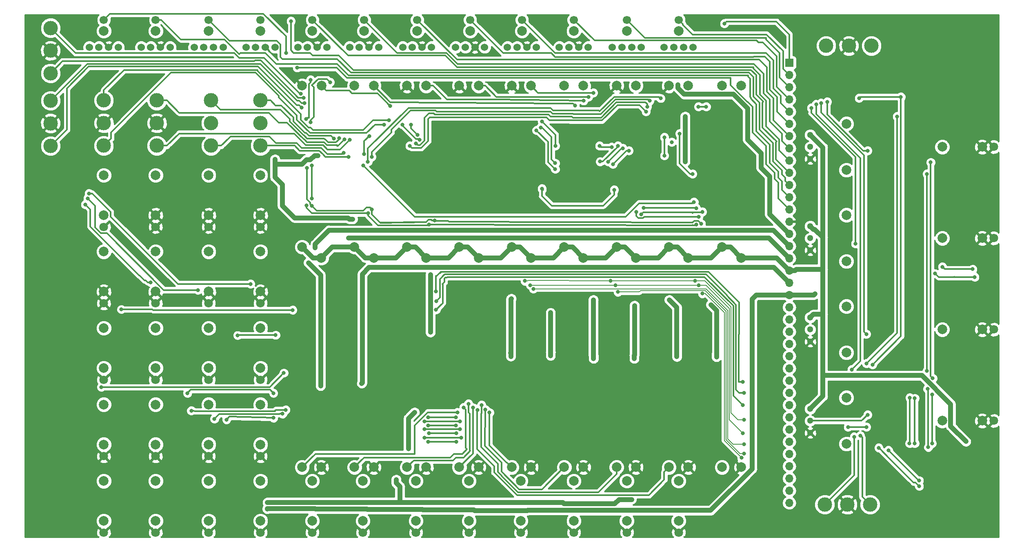
<source format=gbr>
%TF.GenerationSoftware,KiCad,Pcbnew,(5.0.1)-3*%
%TF.CreationDate,2020-01-29T23:09:20+00:00*%
%TF.ProjectId,SSv2 Main Board,53537632204D61696E20426F6172642E,rev?*%
%TF.SameCoordinates,Original*%
%TF.FileFunction,Copper,L1,Top,Signal*%
%TF.FilePolarity,Positive*%
%FSLAX46Y46*%
G04 Gerber Fmt 4.6, Leading zero omitted, Abs format (unit mm)*
G04 Created by KiCad (PCBNEW (5.0.1)-3) date 29/01/2020 23:09:20*
%MOMM*%
%LPD*%
G01*
G04 APERTURE LIST*
%ADD10C,2.000000*%
%ADD11C,1.800000*%
%ADD12C,1.700000*%
%ADD13C,1.524000*%
%ADD14R,1.700000X1.700000*%
%ADD15O,1.700000X1.700000*%
%ADD16C,1.300000*%
%ADD17C,3.000000*%
%ADD18C,1.000000*%
%ADD19C,0.800000*%
%ADD20C,1.000000*%
%ADD21C,0.300000*%
%ADD22C,0.160000*%
%ADD23C,0.254000*%
G04 APERTURE END LIST*
D10*
X189500000Y-66500000D03*
X193500000Y-33000000D03*
X189500000Y-33000000D03*
X167625000Y-66500000D03*
X171625000Y-33000000D03*
X167625000Y-33000000D03*
X124125000Y-66500000D03*
X128125000Y-33000000D03*
X124125000Y-33000000D03*
X135000000Y-66500000D03*
X139000000Y-33000000D03*
X135000000Y-33000000D03*
X106375000Y-68750000D03*
X102375000Y-112250000D03*
X106375000Y-112250000D03*
X72000000Y-83330000D03*
D11*
X72000000Y-94050000D03*
D10*
X72000000Y-91630000D03*
X93750000Y-83330000D03*
D11*
X93750000Y-94050000D03*
D10*
X93750000Y-91630000D03*
X180500000Y-21620000D03*
D12*
X180500000Y-19300000D03*
D13*
X177500000Y-25000000D03*
X183500000Y-25000000D03*
X179500000Y-25000000D03*
X181500000Y-25000000D03*
D10*
X61250000Y-21620000D03*
D12*
X61250000Y-19300000D03*
D13*
X58250000Y-25000000D03*
X64250000Y-25000000D03*
X60250000Y-25000000D03*
X62250000Y-25000000D03*
D10*
X72000000Y-21620000D03*
D12*
X72000000Y-19300000D03*
D13*
X69000000Y-25000000D03*
X75000000Y-25000000D03*
X71000000Y-25000000D03*
X73000000Y-25000000D03*
D10*
X83000000Y-21620000D03*
D12*
X83000000Y-19300000D03*
D13*
X80000000Y-25000000D03*
X86000000Y-25000000D03*
X82000000Y-25000000D03*
X84000000Y-25000000D03*
D10*
X93750000Y-21620000D03*
D12*
X93750000Y-19300000D03*
D13*
X90750000Y-25000000D03*
X96750000Y-25000000D03*
X92750000Y-25000000D03*
X94750000Y-25000000D03*
D10*
X104500000Y-21620000D03*
D12*
X104500000Y-19300000D03*
D13*
X101500000Y-25000000D03*
X107500000Y-25000000D03*
X103500000Y-25000000D03*
X105500000Y-25000000D03*
D10*
X115250000Y-21620000D03*
D12*
X115250000Y-19300000D03*
D13*
X112250000Y-25000000D03*
X118250000Y-25000000D03*
X114250000Y-25000000D03*
X116250000Y-25000000D03*
D10*
X126250000Y-21620000D03*
D12*
X126250000Y-19300000D03*
D13*
X123250000Y-25000000D03*
X129250000Y-25000000D03*
X125250000Y-25000000D03*
X127250000Y-25000000D03*
D10*
X137250000Y-21620000D03*
D12*
X137250000Y-19300000D03*
D13*
X134250000Y-25000000D03*
X140250000Y-25000000D03*
X136250000Y-25000000D03*
X138250000Y-25000000D03*
D10*
X148000000Y-21620000D03*
D12*
X148000000Y-19300000D03*
D13*
X145000000Y-25000000D03*
X151000000Y-25000000D03*
X147000000Y-25000000D03*
X149000000Y-25000000D03*
D10*
X158750000Y-21620000D03*
D12*
X158750000Y-19300000D03*
D13*
X155750000Y-25000000D03*
X161750000Y-25000000D03*
X157750000Y-25000000D03*
X159750000Y-25000000D03*
D10*
X169750000Y-21620000D03*
D12*
X169750000Y-19300000D03*
D13*
X166750000Y-25000000D03*
X172750000Y-25000000D03*
X168750000Y-25000000D03*
X170750000Y-25000000D03*
D14*
X203454000Y-28194000D03*
D15*
X203454000Y-30734000D03*
X203454000Y-33274000D03*
X203454000Y-35814000D03*
X203454000Y-38354000D03*
X203454000Y-40894000D03*
X203454000Y-43434000D03*
X203454000Y-45974000D03*
X203454000Y-48514000D03*
X203454000Y-51054000D03*
X203454000Y-53594000D03*
X203454000Y-56134000D03*
X203454000Y-58674000D03*
X203454000Y-61214000D03*
X203454000Y-63754000D03*
X203454000Y-66294000D03*
X203454000Y-68834000D03*
X203454000Y-71374000D03*
X203454000Y-73914000D03*
X203454000Y-76454000D03*
X203454000Y-78994000D03*
X203454000Y-81534000D03*
X203454000Y-84074000D03*
X203454000Y-86614000D03*
X203454000Y-89154000D03*
X203454000Y-91694000D03*
X203454000Y-94234000D03*
X203454000Y-96774000D03*
X203454000Y-99314000D03*
X203454000Y-101854000D03*
X203454000Y-104394000D03*
X203454000Y-106934000D03*
X203454000Y-109474000D03*
X203454000Y-112014000D03*
X203454000Y-114554000D03*
X203454000Y-117094000D03*
X203454000Y-119634000D03*
D10*
X149875000Y-68750000D03*
X145875000Y-112250000D03*
X149875000Y-112250000D03*
X145875000Y-66500000D03*
X149875000Y-33000000D03*
X145875000Y-33000000D03*
X160750000Y-68750000D03*
X156750000Y-112250000D03*
X160750000Y-112250000D03*
X117250000Y-68750000D03*
X113250000Y-112250000D03*
X117250000Y-112250000D03*
X156750000Y-66500000D03*
X160750000Y-33000000D03*
X156750000Y-33000000D03*
X113250000Y-66500000D03*
X117250000Y-33000000D03*
X113250000Y-33000000D03*
X171625000Y-68750000D03*
X167625000Y-112250000D03*
X171625000Y-112250000D03*
X128125000Y-68750000D03*
X124125000Y-112250000D03*
X128125000Y-112250000D03*
X193500000Y-68750000D03*
X189500000Y-112250000D03*
X193500000Y-112250000D03*
X182500000Y-68750000D03*
X178500000Y-112250000D03*
X182500000Y-112250000D03*
X139000000Y-68750000D03*
X135000000Y-112250000D03*
X139000000Y-112250000D03*
X178500000Y-66500000D03*
X182500000Y-33000000D03*
X178500000Y-33000000D03*
X215300000Y-50500000D03*
X215300000Y-40900000D03*
D16*
X207800000Y-48200000D03*
X207800000Y-45700000D03*
X207800000Y-43200000D03*
D10*
X215300000Y-69466666D03*
X215300000Y-59866666D03*
D16*
X207800000Y-67166666D03*
X207800000Y-64666666D03*
X207800000Y-62166666D03*
D10*
X215300000Y-88433332D03*
X215300000Y-78833332D03*
D16*
X207800000Y-86133332D03*
X207800000Y-83633332D03*
X207800000Y-81133332D03*
D10*
X215300000Y-107400000D03*
X215300000Y-97800000D03*
D16*
X207800000Y-105100000D03*
X207800000Y-102600000D03*
X207800000Y-100100000D03*
D17*
X93750000Y-36050000D03*
X93750000Y-40750000D03*
X93750000Y-45450000D03*
X83500000Y-36050000D03*
X83500000Y-40750000D03*
X83500000Y-45450000D03*
X72250000Y-36050000D03*
X72250000Y-40750000D03*
X72250000Y-45450000D03*
X61250000Y-36050000D03*
X61250000Y-40750000D03*
X61250000Y-45450000D03*
X50200000Y-36100000D03*
X50200000Y-40800000D03*
X50200000Y-45500000D03*
X50200000Y-21000000D03*
X50200000Y-25700000D03*
X50200000Y-30400000D03*
X210800000Y-120000000D03*
X215500000Y-120000000D03*
X220200000Y-120000000D03*
X220500000Y-24700000D03*
X215800000Y-24700000D03*
X211100000Y-24700000D03*
D10*
X72000000Y-51580000D03*
D11*
X72000000Y-62300000D03*
D10*
X72000000Y-59880000D03*
X83000000Y-51580000D03*
D11*
X83000000Y-62300000D03*
D10*
X83000000Y-59880000D03*
X61250000Y-51580000D03*
D11*
X61250000Y-62300000D03*
D10*
X61250000Y-59880000D03*
X61250000Y-67455000D03*
D11*
X61250000Y-78175000D03*
D10*
X61250000Y-75755000D03*
X93750000Y-51580000D03*
D11*
X93750000Y-62300000D03*
D10*
X93750000Y-59880000D03*
X93750000Y-67455000D03*
D11*
X93750000Y-78175000D03*
D10*
X93750000Y-75755000D03*
X137000000Y-115080000D03*
D11*
X137000000Y-125800000D03*
D10*
X137000000Y-123380000D03*
X169750000Y-115080000D03*
D11*
X169750000Y-125800000D03*
D10*
X169750000Y-123380000D03*
X126000000Y-115080000D03*
D11*
X126000000Y-125800000D03*
D10*
X126000000Y-123380000D03*
X115000000Y-115080000D03*
D11*
X115000000Y-125800000D03*
D10*
X115000000Y-123380000D03*
X72000000Y-67455000D03*
D11*
X72000000Y-78175000D03*
D10*
X72000000Y-75755000D03*
X83000000Y-67455000D03*
D11*
X83000000Y-78175000D03*
D10*
X83000000Y-75755000D03*
X147750000Y-115080000D03*
D11*
X147750000Y-125800000D03*
D10*
X147750000Y-123380000D03*
X158750000Y-115080000D03*
D11*
X158750000Y-125800000D03*
D10*
X158750000Y-123380000D03*
X180500000Y-115080000D03*
D11*
X180500000Y-125800000D03*
D10*
X180500000Y-123380000D03*
X104500000Y-115080000D03*
D11*
X104500000Y-125800000D03*
D10*
X104500000Y-123380000D03*
X235180000Y-45700000D03*
D11*
X245900000Y-45700000D03*
D10*
X243480000Y-45700000D03*
X235180000Y-64666666D03*
D11*
X245900000Y-64666666D03*
D10*
X243480000Y-64666666D03*
X235180000Y-83633332D03*
D11*
X245900000Y-83633332D03*
D10*
X243480000Y-83633332D03*
X235180000Y-102600000D03*
D11*
X245900000Y-102600000D03*
D10*
X243480000Y-102600000D03*
X83000000Y-115105000D03*
D11*
X83000000Y-125825000D03*
D10*
X83000000Y-123405000D03*
X72000000Y-115105000D03*
D11*
X72000000Y-125825000D03*
D10*
X72000000Y-123405000D03*
X61250000Y-115105000D03*
D11*
X61250000Y-125825000D03*
D10*
X61250000Y-123405000D03*
X93750000Y-115105000D03*
D11*
X93750000Y-125825000D03*
D10*
X93750000Y-123405000D03*
X72000000Y-99217500D03*
D11*
X72000000Y-109937500D03*
D10*
X72000000Y-107517500D03*
X83000000Y-99217500D03*
D11*
X83000000Y-109937500D03*
D10*
X83000000Y-107517500D03*
X83000000Y-83330000D03*
D11*
X83000000Y-94050000D03*
D10*
X83000000Y-91630000D03*
X61250000Y-99217500D03*
D11*
X61250000Y-109937500D03*
D10*
X61250000Y-107517500D03*
X93750000Y-99217500D03*
D11*
X93750000Y-109937500D03*
D10*
X93750000Y-107517500D03*
X61250000Y-83330000D03*
D11*
X61250000Y-94050000D03*
D10*
X61250000Y-91630000D03*
X102400000Y-33000000D03*
X106400000Y-33000000D03*
X102400000Y-66500000D03*
D18*
X87884000Y-61722000D03*
X179070000Y-49022000D03*
X100076000Y-71628000D03*
X133096000Y-44196000D03*
X171958000Y-94234000D03*
X162052000Y-93980000D03*
X159004000Y-55626000D03*
X157480000Y-82804000D03*
X179324000Y-47752000D03*
X90678000Y-57150000D03*
X59182000Y-65024000D03*
X67818000Y-62992000D03*
X77724000Y-68834000D03*
X85090000Y-50038000D03*
X90678000Y-72136000D03*
X197104000Y-52324000D03*
X197104000Y-53340000D03*
X197104000Y-54102000D03*
X197104000Y-55118000D03*
X102616000Y-80264000D03*
X154940000Y-92964000D03*
X160020000Y-49530000D03*
X99822000Y-89916000D03*
X183896000Y-19812000D03*
X101854000Y-94488000D03*
X191262000Y-36322000D03*
X192345801Y-47565801D03*
X188722000Y-93980000D03*
X179324000Y-93726000D03*
X144780000Y-92710000D03*
X141732000Y-83820000D03*
X123952000Y-73152000D03*
X147828000Y-52938000D03*
X196596000Y-119380000D03*
X197612000Y-120142000D03*
X198628000Y-120904000D03*
X118364000Y-79756000D03*
X178562000Y-40894000D03*
X88138000Y-69596000D03*
X115062000Y-97536000D03*
X170750000Y-118950000D03*
X112000000Y-64600000D03*
X129014000Y-76504000D03*
X129014000Y-84204000D03*
X160000000Y-119850000D03*
X95200000Y-119550000D03*
X105150000Y-119550000D03*
X115800000Y-119550000D03*
X127400000Y-119550000D03*
X137950000Y-119550000D03*
X149050000Y-119550000D03*
X129014000Y-72223999D03*
X112900000Y-60706000D03*
X96774000Y-48260000D03*
X124206000Y-64600000D03*
X105664000Y-47498000D03*
X138684000Y-64600000D03*
X153670000Y-64600000D03*
X189484000Y-64600000D03*
X181864000Y-48768000D03*
X181864000Y-64600000D03*
X134370070Y-64600000D03*
X181864000Y-39370000D03*
X125730000Y-100838000D03*
X124437869Y-108435869D03*
X121920000Y-114808000D03*
X114879935Y-79300000D03*
X114750000Y-94825000D03*
X153938000Y-89082000D03*
X171298000Y-89692000D03*
X188368000Y-89352000D03*
X166370000Y-70709999D03*
X187198000Y-78486000D03*
X181356000Y-70709999D03*
X171348000Y-78642000D03*
X171196000Y-70709999D03*
X153938000Y-80152000D03*
X153924000Y-70709999D03*
X183388000Y-70709999D03*
X105100000Y-66650000D03*
X103700000Y-69750000D03*
X106229935Y-95355740D03*
X106250000Y-79300000D03*
X145688000Y-89232000D03*
X121650000Y-63018077D03*
X162848000Y-89692000D03*
X180138000Y-89302000D03*
X179070000Y-63018077D03*
X178562000Y-77470000D03*
X177038000Y-63018077D03*
X162814000Y-77470000D03*
X162814000Y-63018077D03*
X145796000Y-77216000D03*
X149098000Y-63018077D03*
D19*
X233100000Y-107300000D03*
X233100000Y-97100000D03*
X233220244Y-93779756D03*
X232800000Y-48900000D03*
X235200000Y-70600000D03*
X241500000Y-71100000D03*
X229500000Y-107300000D03*
X229500000Y-97900000D03*
X224000000Y-108700000D03*
X230410000Y-115000000D03*
D18*
X180340000Y-32766000D03*
X240100000Y-106900000D03*
X170650000Y-121200000D03*
X160100000Y-121150000D03*
X149100000Y-121250000D03*
X138000000Y-121100000D03*
X127350000Y-121000000D03*
X115850000Y-120900000D03*
X105100000Y-120850000D03*
X95150000Y-120900000D03*
X208788000Y-76200000D03*
D19*
X104394000Y-57912000D03*
X104140000Y-31750000D03*
X116888000Y-58674000D03*
X103378000Y-50038000D03*
X185193494Y-61671732D03*
X129850020Y-61008000D03*
X103206040Y-39925473D03*
X104394000Y-56388000D03*
X103290030Y-57835123D03*
X108204000Y-32258000D03*
X116078000Y-59436000D03*
X104394000Y-49530000D03*
X128746815Y-61858077D03*
X184150000Y-61858077D03*
X104184671Y-40589747D03*
X183690000Y-57150000D03*
X115062000Y-49530000D03*
X116332000Y-43434000D03*
X115219999Y-47195999D03*
X57404000Y-57658000D03*
X70951643Y-73828357D03*
X80772000Y-75438000D03*
X57908912Y-56400353D03*
X91694000Y-74168000D03*
X58166000Y-55372000D03*
X134366000Y-106934000D03*
X128524000Y-106934000D03*
X135371606Y-106124000D03*
X127756233Y-106149613D03*
X134366000Y-105156000D03*
X128725001Y-105156000D03*
X134265071Y-103536000D03*
X128535501Y-103536000D03*
X135143001Y-102726000D03*
X127732229Y-102726000D03*
X134265071Y-101916000D03*
X128567829Y-101916000D03*
X135128000Y-104346000D03*
X127762000Y-104346000D03*
X130174000Y-75692000D03*
X193802000Y-94488000D03*
X130200231Y-77750231D03*
X194056000Y-96774000D03*
X130174000Y-79502000D03*
X193802000Y-99314000D03*
X185420000Y-76184010D03*
X193548000Y-110236000D03*
X148590000Y-73550029D03*
X166370000Y-73550029D03*
X183896000Y-73550029D03*
X194056000Y-102362000D03*
X79400000Y-100500000D03*
X99003408Y-100319536D03*
X78600000Y-96850000D03*
X96450000Y-96850000D03*
X84200000Y-102200000D03*
X98342510Y-101148281D03*
X98600000Y-92650000D03*
X60750000Y-95600000D03*
X86700000Y-102350000D03*
X96467506Y-101997511D03*
X64900000Y-79450000D03*
X100434461Y-79584461D03*
X96900000Y-84800000D03*
X89000000Y-84850000D03*
X189992000Y-20066000D03*
X141278287Y-100877913D03*
X134620000Y-100838000D03*
X162814000Y-34450000D03*
X120641082Y-37229503D03*
X140424267Y-100250017D03*
X135890000Y-99822000D03*
X159004000Y-37084000D03*
X139614267Y-99314000D03*
X136906000Y-99060000D03*
X160803989Y-36110000D03*
X180704000Y-42926000D03*
X183388000Y-51308000D03*
X138804267Y-100325821D03*
X137854094Y-99855953D03*
X161798000Y-35300000D03*
X167894000Y-75844000D03*
X194091607Y-109420590D03*
X149698000Y-74422000D03*
X167386000Y-74422000D03*
X184658000Y-74422000D03*
X193802000Y-105156000D03*
X150368000Y-75184000D03*
X194056000Y-107442000D03*
X154904743Y-50327257D03*
X151010026Y-42243983D03*
X166878000Y-49276000D03*
X170180000Y-46482000D03*
X154904743Y-49057257D03*
X151892000Y-41656000D03*
X165879403Y-48785402D03*
X168910000Y-45974000D03*
X154940000Y-45466000D03*
X152146000Y-40386000D03*
X164203030Y-48750576D03*
X167894000Y-45466000D03*
X179070000Y-44704000D03*
X177546000Y-47498000D03*
X177546000Y-43688000D03*
X184610000Y-37338000D03*
X186230000Y-37338000D03*
X166624000Y-45720000D03*
X164084000Y-45466000D03*
X167132000Y-54610000D03*
X152146000Y-54356000D03*
X219710000Y-101346000D03*
X99060000Y-26162000D03*
X101346000Y-29258000D03*
X100076000Y-19558000D03*
X111165242Y-44153245D03*
X112268000Y-44196000D03*
X108949182Y-43942001D03*
X112014000Y-47752000D03*
X174498000Y-36116000D03*
X225806000Y-39370000D03*
X219456000Y-90678000D03*
X216916000Y-105918000D03*
X116839999Y-47752000D03*
X217932000Y-35560000D03*
X220726000Y-90932000D03*
X218186000Y-105664000D03*
X176784000Y-35608000D03*
X226616000Y-35306000D03*
X116030000Y-48768000D03*
X102870000Y-36576000D03*
X102266000Y-37575218D03*
X126345747Y-43228000D03*
X124968000Y-41047990D03*
X120396000Y-40132000D03*
X126794000Y-44196000D03*
X123190000Y-41047990D03*
X119380000Y-41047990D03*
X110063589Y-43923722D03*
X110998000Y-46942000D03*
X173990000Y-37338000D03*
X125984000Y-44958000D03*
X124714000Y-45466000D03*
X173732912Y-38366353D03*
X102741952Y-35468081D03*
X102091530Y-34631090D03*
X232290000Y-108100000D03*
X232129756Y-95970244D03*
X231990000Y-92200000D03*
X231990000Y-51300000D03*
X211328000Y-36322000D03*
X219710000Y-46482000D03*
X241922757Y-72722757D03*
X233700000Y-72000000D03*
X208026000Y-37592000D03*
X217170000Y-65786000D03*
X228446481Y-97782943D03*
X228400000Y-107300000D03*
X210058000Y-36576000D03*
X219456000Y-84582000D03*
X222000000Y-108200000D03*
X230410000Y-116200000D03*
X209029647Y-36833088D03*
X216408000Y-91948000D03*
X215646000Y-103886000D03*
X219456000Y-103886000D03*
X171704000Y-59182000D03*
X184658000Y-60198000D03*
X173255328Y-58389013D03*
X184150000Y-58420000D03*
X172720000Y-59690000D03*
X185420000Y-59182000D03*
D20*
X197104000Y-52324000D02*
X197104000Y-53340000D01*
X197104000Y-54102000D02*
X197104000Y-55118000D01*
X90178001Y-71636001D02*
X89416001Y-71636001D01*
X90678000Y-72136000D02*
X90178001Y-71636001D01*
X191262000Y-36322000D02*
X192345801Y-37405801D01*
X192345801Y-37405801D02*
X192345801Y-47565801D01*
X197612000Y-120142000D02*
X197866000Y-120142000D01*
X197866000Y-120142000D02*
X198628000Y-120904000D01*
X112750000Y-64600000D02*
X112000000Y-64600000D01*
X132850000Y-64600000D02*
X129650000Y-64600000D01*
X129014000Y-76504000D02*
X129014000Y-72223999D01*
X129014000Y-84204000D02*
X129014000Y-76504000D01*
X170750000Y-118950000D02*
X168150000Y-118950000D01*
X168150000Y-118950000D02*
X167250000Y-119850000D01*
X167250000Y-119850000D02*
X160000000Y-119850000D01*
X160000000Y-119850000D02*
X156750000Y-119850000D01*
X156750000Y-119850000D02*
X156450000Y-119550000D01*
X105150000Y-119550000D02*
X95200000Y-119550000D01*
X115800000Y-119550000D02*
X105150000Y-119550000D01*
X137950000Y-119550000D02*
X127400000Y-119550000D01*
X156450000Y-119550000D02*
X149050000Y-119550000D01*
X149050000Y-119550000D02*
X137950000Y-119550000D01*
X112192894Y-60706000D02*
X111938894Y-60452000D01*
X112900000Y-60706000D02*
X112192894Y-60706000D01*
X124714000Y-64600000D02*
X124206000Y-64600000D01*
X124714000Y-64600000D02*
X112750000Y-64600000D01*
X132850000Y-64600000D02*
X124714000Y-64600000D01*
X108712000Y-60452000D02*
X100838000Y-60452000D01*
X108712000Y-60452000D02*
X105664000Y-60452000D01*
X111938894Y-60452000D02*
X108712000Y-60452000D01*
X100838000Y-60452000D02*
X98298000Y-57912000D01*
X96774000Y-51999198D02*
X96774000Y-50292000D01*
X98298000Y-53523198D02*
X96774000Y-51999198D01*
X98298000Y-57912000D02*
X98298000Y-53523198D01*
X96774000Y-51562000D02*
X96774000Y-50292000D01*
X104084895Y-48369999D02*
X103268001Y-48369999D01*
X105664000Y-47498000D02*
X104956894Y-47498000D01*
X104956894Y-47498000D02*
X104084895Y-48369999D01*
X102362000Y-49276000D02*
X96774000Y-49276000D01*
X103268001Y-48369999D02*
X102362000Y-49276000D01*
X96774000Y-50292000D02*
X96774000Y-49276000D01*
X96774000Y-49276000D02*
X96774000Y-48260000D01*
X138684000Y-64600000D02*
X135890000Y-64600000D01*
X153670000Y-64600000D02*
X138684000Y-64600000D01*
X189484000Y-64600000D02*
X181864000Y-64600000D01*
X181864000Y-64600000D02*
X153670000Y-64600000D01*
X199220000Y-64600000D02*
X203454000Y-68834000D01*
X189484000Y-64600000D02*
X199220000Y-64600000D01*
X135890000Y-64600000D02*
X134370070Y-64600000D01*
X134370070Y-64600000D02*
X132850000Y-64600000D01*
X181864000Y-39370000D02*
X181864000Y-48768000D01*
X125730000Y-100838000D02*
X124437869Y-102130131D01*
X124437869Y-102130131D02*
X124437869Y-108435869D01*
X122682000Y-116277106D02*
X122682000Y-119550000D01*
X121920000Y-115515106D02*
X122682000Y-116277106D01*
X121920000Y-114808000D02*
X121920000Y-115515106D01*
X127400000Y-119550000D02*
X122682000Y-119550000D01*
X122682000Y-119550000D02*
X115800000Y-119550000D01*
X116300000Y-70709999D02*
X116250000Y-70759999D01*
X114879935Y-72130064D02*
X116300000Y-70709999D01*
X114879935Y-79300000D02*
X114879935Y-72130064D01*
X114879935Y-94695065D02*
X114750000Y-94825000D01*
X114879935Y-79300000D02*
X114879935Y-94695065D01*
X132750000Y-70709999D02*
X116300000Y-70709999D01*
X171298000Y-88984894D02*
X171348000Y-88934894D01*
X171298000Y-89692000D02*
X171298000Y-88984894D01*
X171348000Y-88934894D02*
X171348000Y-78642000D01*
X188368000Y-88644894D02*
X188388000Y-88624894D01*
X188368000Y-89352000D02*
X188368000Y-88644894D01*
X188388000Y-88624894D02*
X188388000Y-80352000D01*
X153938000Y-88374894D02*
X153968000Y-88344894D01*
X153938000Y-89082000D02*
X153938000Y-88374894D01*
X153938000Y-89082000D02*
X153938000Y-80152000D01*
X188388000Y-80352000D02*
X188388000Y-79676000D01*
X188388000Y-79676000D02*
X187198000Y-78486000D01*
X181356000Y-70709999D02*
X171196000Y-70709999D01*
X171196000Y-70709999D02*
X166370000Y-70709999D01*
X166370000Y-70709999D02*
X153924000Y-70709999D01*
X153924000Y-70709999D02*
X132750000Y-70709999D01*
X200249999Y-70709999D02*
X193294000Y-70709999D01*
X203454000Y-73914000D02*
X200249999Y-70709999D01*
X193294000Y-70709999D02*
X187198000Y-70709999D01*
X187198000Y-70709999D02*
X183388000Y-70709999D01*
X183388000Y-70709999D02*
X181356000Y-70709999D01*
X110431923Y-63018077D02*
X107981923Y-63018077D01*
X107981923Y-63018077D02*
X105100000Y-65900000D01*
X105100000Y-65900000D02*
X105100000Y-66650000D01*
X103700000Y-69750000D02*
X104700000Y-70750000D01*
X106229935Y-94648634D02*
X106250000Y-94628569D01*
X106229935Y-95355740D02*
X106229935Y-94648634D01*
X106250000Y-72300000D02*
X104700000Y-70750000D01*
X106250000Y-95335675D02*
X106229935Y-95355740D01*
X106250000Y-93800000D02*
X106250000Y-95335675D01*
X106250000Y-94628569D02*
X106250000Y-93800000D01*
X106250000Y-93800000D02*
X106250000Y-79300000D01*
X106250000Y-79300000D02*
X106250000Y-72300000D01*
X121650000Y-63018077D02*
X110431923Y-63018077D01*
X162848000Y-88984894D02*
X162798000Y-88934894D01*
X162848000Y-89692000D02*
X162848000Y-88984894D01*
X180138000Y-89302000D02*
X180138000Y-88594894D01*
X145688000Y-88524894D02*
X145678000Y-88514894D01*
X145688000Y-89232000D02*
X145688000Y-88524894D01*
X180138000Y-79046000D02*
X178562000Y-77470000D01*
X180138000Y-83566000D02*
X180138000Y-79046000D01*
X180138000Y-83566000D02*
X180138000Y-81132000D01*
X180138000Y-88594894D02*
X180138000Y-83566000D01*
X179070000Y-63018077D02*
X177038000Y-63018077D01*
X162798000Y-77486000D02*
X162814000Y-77470000D01*
X162798000Y-84328000D02*
X162798000Y-77486000D01*
X162798000Y-84328000D02*
X162798000Y-79592000D01*
X162798000Y-88934894D02*
X162798000Y-84328000D01*
X177038000Y-63018077D02*
X162814000Y-63018077D01*
X145688000Y-77324000D02*
X145796000Y-77216000D01*
X145688000Y-84582000D02*
X145688000Y-77324000D01*
X145688000Y-84582000D02*
X145688000Y-80462000D01*
X145688000Y-89232000D02*
X145688000Y-84582000D01*
X162814000Y-63018077D02*
X149098000Y-63018077D01*
X149098000Y-63018077D02*
X121650000Y-63018077D01*
X190850000Y-63018077D02*
X179070000Y-63018077D01*
X203454000Y-66294000D02*
X200178077Y-63018077D01*
X200178077Y-63018077D02*
X190850000Y-63018077D01*
D21*
X233100000Y-107300000D02*
X233100000Y-97100000D01*
X232800000Y-93359512D02*
X232800000Y-48900000D01*
X233220244Y-93779756D02*
X232800000Y-93359512D01*
X235200000Y-70600000D02*
X235700000Y-71100000D01*
X235700000Y-71100000D02*
X241500000Y-71100000D01*
X229500000Y-107300000D02*
X229500000Y-97900000D01*
X224000000Y-108700000D02*
X230300000Y-115000000D01*
X230300000Y-115000000D02*
X230410000Y-115000000D01*
D20*
X187160001Y-34760001D02*
X191886251Y-34760001D01*
X191886251Y-34760001D02*
X194818000Y-37691750D01*
X194818000Y-37691750D02*
X194818000Y-44196000D01*
X194818000Y-44196000D02*
X197612000Y-46990000D01*
X197612000Y-46990000D02*
X197612000Y-50038000D01*
X197612000Y-50038000D02*
X199390000Y-51816000D01*
X199390000Y-59690000D02*
X203454000Y-63754000D01*
X199390000Y-51816000D02*
X199390000Y-59690000D01*
X181655199Y-34760001D02*
X180340000Y-33444802D01*
X187160001Y-34760001D02*
X181655199Y-34760001D01*
X180340000Y-33444802D02*
X180340000Y-32766000D01*
X210400000Y-45800000D02*
X207800000Y-43200000D01*
X208716665Y-62816665D02*
X210400000Y-64500000D01*
X208449999Y-62816665D02*
X208716665Y-62816665D01*
X207800000Y-62166666D02*
X208449999Y-62816665D01*
X210400000Y-64500000D02*
X210400000Y-45800000D01*
X210400000Y-97500000D02*
X207800000Y-100100000D01*
X210400000Y-69300000D02*
X210400000Y-64500000D01*
X210400000Y-70200000D02*
X210400000Y-69300000D01*
X210383333Y-80483333D02*
X210400000Y-80500000D01*
X208449999Y-80483333D02*
X210383333Y-80483333D01*
X207800000Y-81133332D02*
X208449999Y-80483333D01*
X210400000Y-93200000D02*
X210400000Y-97500000D01*
X210400000Y-80500000D02*
X210400000Y-93200000D01*
X236940001Y-103740001D02*
X240100000Y-106900000D01*
X231000000Y-93200000D02*
X236940001Y-99140001D01*
X236940001Y-99140001D02*
X236940001Y-103740001D01*
X104650000Y-68750000D02*
X102400000Y-66500000D01*
X106375000Y-68750000D02*
X104650000Y-68750000D01*
X108625000Y-66500000D02*
X106375000Y-68750000D01*
X113250000Y-66500000D02*
X108625000Y-66500000D01*
X115500000Y-68750000D02*
X113250000Y-66500000D01*
X117250000Y-68750000D02*
X115500000Y-68750000D01*
X121875000Y-68750000D02*
X124125000Y-66500000D01*
X117250000Y-68750000D02*
X121875000Y-68750000D01*
X125875000Y-66500000D02*
X128125000Y-68750000D01*
X124125000Y-66500000D02*
X125875000Y-66500000D01*
X132750000Y-68750000D02*
X135000000Y-66500000D01*
X128125000Y-68750000D02*
X132750000Y-68750000D01*
X136750000Y-66500000D02*
X139000000Y-68750000D01*
X135000000Y-66500000D02*
X136750000Y-66500000D01*
X143625000Y-68750000D02*
X145875000Y-66500000D01*
X139000000Y-68750000D02*
X143625000Y-68750000D01*
X147625000Y-66500000D02*
X149875000Y-68750000D01*
X145875000Y-66500000D02*
X147625000Y-66500000D01*
X154500000Y-68750000D02*
X156750000Y-66500000D01*
X149875000Y-68750000D02*
X154500000Y-68750000D01*
X158500000Y-66500000D02*
X160750000Y-68750000D01*
X156750000Y-66500000D02*
X158500000Y-66500000D01*
X165375000Y-68750000D02*
X167625000Y-66500000D01*
X160750000Y-68750000D02*
X165375000Y-68750000D01*
X169375000Y-66500000D02*
X171625000Y-68750000D01*
X167625000Y-66500000D02*
X169375000Y-66500000D01*
X176250000Y-68750000D02*
X178500000Y-66500000D01*
X171625000Y-68750000D02*
X176250000Y-68750000D01*
X180250000Y-66500000D02*
X182500000Y-68750000D01*
X178500000Y-66500000D02*
X180250000Y-66500000D01*
X187250000Y-68750000D02*
X189500000Y-66500000D01*
X182500000Y-68750000D02*
X187250000Y-68750000D01*
X191250000Y-66500000D02*
X193500000Y-68750000D01*
X189500000Y-66500000D02*
X191250000Y-66500000D01*
X200830000Y-68750000D02*
X193500000Y-68750000D01*
X203454000Y-71374000D02*
X200830000Y-68750000D01*
X204910081Y-71120000D02*
X210400000Y-71120000D01*
X204656081Y-71374000D02*
X204910081Y-71120000D01*
X203454000Y-71374000D02*
X204656081Y-71374000D01*
X210400000Y-69300000D02*
X210400000Y-71120000D01*
X210400000Y-71120000D02*
X210400000Y-80500000D01*
X210400000Y-93200000D02*
X231000000Y-93200000D01*
X160150000Y-121200000D02*
X160100000Y-121150000D01*
X149200000Y-121150000D02*
X149100000Y-121250000D01*
X160100000Y-121150000D02*
X149200000Y-121150000D01*
X138150000Y-121250000D02*
X138000000Y-121100000D01*
X149100000Y-121250000D02*
X138150000Y-121250000D01*
X127450000Y-121100000D02*
X127350000Y-121000000D01*
X138000000Y-121100000D02*
X127450000Y-121100000D01*
X115950000Y-121000000D02*
X115850000Y-120900000D01*
X127350000Y-121000000D02*
X115950000Y-121000000D01*
X105150000Y-120900000D02*
X105100000Y-120850000D01*
X115850000Y-120900000D02*
X105150000Y-120900000D01*
X95200000Y-120850000D02*
X95150000Y-120900000D01*
X105100000Y-120850000D02*
X95200000Y-120850000D01*
X168950000Y-121200000D02*
X160150000Y-121200000D01*
X170650000Y-121200000D02*
X168950000Y-121200000D01*
X203454000Y-76454000D02*
X208534000Y-76454000D01*
X208534000Y-76454000D02*
X208788000Y-76200000D01*
X196596000Y-76454000D02*
X195750000Y-77300000D01*
X203454000Y-76454000D02*
X196596000Y-76454000D01*
X195750000Y-77300000D02*
X195750000Y-112604802D01*
X187154802Y-121200000D02*
X168950000Y-121200000D01*
X195750000Y-112604802D02*
X187154802Y-121200000D01*
D21*
X104394000Y-57912000D02*
X105410000Y-58928000D01*
X105410000Y-58928000D02*
X115062000Y-58928000D01*
X104100031Y-57292833D02*
X103378000Y-56570802D01*
X104394000Y-57912000D02*
X104100031Y-57618031D01*
X104100031Y-57618031D02*
X104100031Y-57292833D01*
X103378000Y-50546000D02*
X103378000Y-50292000D01*
X103378000Y-56570802D02*
X103378000Y-50546000D01*
X115715999Y-58274001D02*
X115062000Y-58928000D01*
X116488001Y-58274001D02*
X115715999Y-58274001D01*
X116888000Y-58674000D02*
X116488001Y-58274001D01*
X103453999Y-50113999D02*
X103378000Y-50038000D01*
X116888000Y-58674000D02*
X116888000Y-59738000D01*
X116888000Y-59738000D02*
X118618000Y-61468000D01*
X129196021Y-60823686D02*
X128582404Y-60823686D01*
X128097376Y-61308714D02*
X128097335Y-61308714D01*
X128582404Y-60823686D02*
X128097376Y-61308714D01*
X118618000Y-61468000D02*
X128097335Y-61308714D01*
X128097335Y-61308714D02*
X118670008Y-61415992D01*
X183388000Y-61398798D02*
X183388000Y-61363240D01*
X184569838Y-61048076D02*
X185193494Y-61671732D01*
X183388000Y-61398798D02*
X183738722Y-61048076D01*
X183738722Y-61048076D02*
X184569838Y-61048076D01*
X129890096Y-61048076D02*
X129850020Y-61008000D01*
X132655825Y-61048076D02*
X129890096Y-61048076D01*
X132842000Y-61234251D02*
X132655825Y-61048076D01*
X132842000Y-61234251D02*
X183388000Y-61398798D01*
X129284335Y-61008000D02*
X129850020Y-61008000D01*
X129196021Y-60919686D02*
X129284335Y-61008000D01*
X129196021Y-60823686D02*
X129196021Y-60919686D01*
X104140000Y-32315685D02*
X104140000Y-31750000D01*
X103833992Y-32621693D02*
X104140000Y-32315685D01*
X103833992Y-39676008D02*
X103833992Y-32621693D01*
X103833992Y-39676008D02*
X103455505Y-39676008D01*
X103455505Y-39676008D02*
X103206040Y-39925473D01*
X104394000Y-56388000D02*
X104394000Y-50292000D01*
X104394000Y-50292000D02*
X104394000Y-50038000D01*
X104394000Y-32919198D02*
X105723199Y-31589999D01*
X105723199Y-31589999D02*
X107535999Y-31589999D01*
X107535999Y-31589999D02*
X108204000Y-32258000D01*
X103290030Y-58400808D02*
X103290030Y-57835123D01*
X104377232Y-59488010D02*
X103290030Y-58400808D01*
X115293963Y-59488010D02*
X104377232Y-59488010D01*
X115345973Y-59436000D02*
X115293963Y-59488010D01*
X116078000Y-59436000D02*
X115345973Y-59436000D01*
X104394000Y-50038000D02*
X104394000Y-49530000D01*
X104793999Y-33319197D02*
X104394000Y-32919198D01*
X116078000Y-60001685D02*
X116078000Y-59436000D01*
X118110000Y-62033685D02*
X116078000Y-60001685D01*
X183388000Y-61958811D02*
X183387231Y-61958809D01*
X183388000Y-62016874D02*
X183388000Y-61958811D01*
X183388000Y-62016874D02*
X128746815Y-61858077D01*
X183388000Y-62016874D02*
X183991203Y-62016874D01*
X183991203Y-62016874D02*
X184150000Y-61858077D01*
X128571207Y-62033685D02*
X128746815Y-61858077D01*
X118110000Y-62033685D02*
X128571207Y-62033685D01*
X104793999Y-39507974D02*
X104793999Y-33319197D01*
X104140000Y-40161973D02*
X104793999Y-39507974D01*
X104140000Y-40545076D02*
X104140000Y-40161973D01*
X104184671Y-40589747D02*
X104140000Y-40545076D01*
X169489198Y-60198000D02*
X172283198Y-57404000D01*
X128742131Y-60198000D02*
X169489198Y-60198000D01*
X172283198Y-57404000D02*
X183436000Y-57404000D01*
X183436000Y-57404000D02*
X183690000Y-57150000D01*
X125730000Y-60198000D02*
X115062000Y-49530000D01*
X128742131Y-60198000D02*
X125730000Y-60198000D01*
X116332000Y-43434000D02*
X115267999Y-44498001D01*
X115267999Y-47195999D02*
X115219999Y-47195999D01*
X115267999Y-44498001D02*
X115219999Y-47195999D01*
X68609226Y-72390000D02*
X58449226Y-62230000D01*
X58449226Y-62230000D02*
X58449226Y-58703226D01*
X58449226Y-58703226D02*
X57404000Y-57658000D01*
X68609226Y-72390000D02*
X68657001Y-72390000D01*
X69963601Y-73406000D02*
X69673001Y-73406000D01*
X70385958Y-73828357D02*
X69963601Y-73406000D01*
X70951643Y-73828357D02*
X70385958Y-73828357D01*
X68657001Y-72390000D02*
X69673001Y-73406000D01*
X60621199Y-63610001D02*
X59436000Y-62424802D01*
X61878801Y-63610001D02*
X60621199Y-63610001D01*
X80772000Y-75438000D02*
X73706800Y-75438000D01*
X73706800Y-75438000D02*
X61878801Y-63610001D01*
X59436000Y-62424802D02*
X59436000Y-57927441D01*
X59436000Y-57927441D02*
X57908912Y-56400353D01*
X58828802Y-55372000D02*
X58166000Y-55372000D01*
X62660001Y-59203199D02*
X58828802Y-55372000D01*
X62660001Y-60201803D02*
X62660001Y-59203199D01*
X91694000Y-74168000D02*
X76626198Y-74168000D01*
X76626198Y-74168000D02*
X62660001Y-60201803D01*
X134366000Y-106934000D02*
X128524000Y-106934000D01*
X135371606Y-106124000D02*
X127781846Y-106124000D01*
X127781846Y-106124000D02*
X127756233Y-106149613D01*
X134366000Y-105156000D02*
X128725001Y-105156000D01*
X134265071Y-103536000D02*
X128535501Y-103536000D01*
X135143001Y-102726000D02*
X127732229Y-102726000D01*
X134265071Y-101916000D02*
X128567829Y-101916000D01*
X135128000Y-104346000D02*
X127762000Y-104346000D01*
X131064000Y-71869999D02*
X131313990Y-71620009D01*
X131197991Y-71620009D02*
X130174000Y-72644000D01*
X131313990Y-71620009D02*
X131197991Y-71620009D01*
X130174000Y-75692000D02*
X130174000Y-72644000D01*
X130174000Y-72644000D02*
X130174000Y-72518000D01*
X186436000Y-71620009D02*
X186682009Y-71620009D01*
X131313990Y-71620009D02*
X186436000Y-71620009D01*
X186682009Y-71620009D02*
X193040000Y-77978000D01*
X193040000Y-84582000D02*
X192962070Y-84659930D01*
X193040000Y-77978000D02*
X193040000Y-84582000D01*
X192962070Y-84659930D02*
X192962070Y-94488000D01*
X192962070Y-94488000D02*
X193802000Y-94488000D01*
X131380800Y-72752001D02*
X131874001Y-72258800D01*
X130974000Y-73152000D02*
X131373999Y-72752001D01*
X131373999Y-72752001D02*
X131380800Y-72752001D01*
X131957200Y-72258800D02*
X132035981Y-72180019D01*
X131874001Y-72258800D02*
X131957200Y-72258800D01*
X130974000Y-74398370D02*
X130974000Y-73152000D01*
X130984001Y-74408371D02*
X130974000Y-74398370D01*
X130984001Y-76966461D02*
X130984001Y-74408371D01*
X130200231Y-77750231D02*
X130984001Y-76966461D01*
X185928000Y-72180019D02*
X186226019Y-72180019D01*
X132035981Y-72180019D02*
X185928000Y-72180019D01*
X190500000Y-76576435D02*
X192402060Y-78478494D01*
X186226019Y-72180019D02*
X190500000Y-76454000D01*
X190500000Y-76454000D02*
X190500000Y-76576435D01*
X192402060Y-78478494D02*
X192402060Y-96136060D01*
X192402060Y-96136060D02*
X193040000Y-96774000D01*
X193040000Y-96774000D02*
X194056000Y-96774000D01*
X131926387Y-73774031D02*
X131926387Y-72998386D01*
X131534010Y-74166408D02*
X131926387Y-73774031D01*
X132413190Y-72818810D02*
X132491971Y-72740029D01*
X131926387Y-72998386D02*
X132105963Y-72818810D01*
X132105963Y-72818810D02*
X132413190Y-72818810D01*
X131544011Y-74176409D02*
X131534010Y-74166408D01*
X131544011Y-78131989D02*
X131544011Y-74176409D01*
X130174000Y-79502000D02*
X131544011Y-78131989D01*
X185871622Y-72740029D02*
X186130969Y-72999376D01*
X185674000Y-72740029D02*
X185871622Y-72740029D01*
X132491971Y-72740029D02*
X185674000Y-72740029D01*
X191842050Y-78710457D02*
X191842050Y-79216534D01*
X186130969Y-72999376D02*
X191842050Y-78710457D01*
X191842050Y-79216534D02*
X191842050Y-97354050D01*
X191842050Y-97354050D02*
X193802000Y-99314000D01*
D22*
X186207398Y-76405723D02*
X185985685Y-76184010D01*
X186305675Y-76405723D02*
X186207398Y-76405723D01*
X185420000Y-76184010D02*
X185985685Y-76184010D01*
X189992000Y-80092048D02*
X189992000Y-106680000D01*
X186305675Y-76405723D02*
X189992000Y-80092048D01*
X189992000Y-106680000D02*
X193548000Y-110236000D01*
X149155685Y-73550029D02*
X149299714Y-73406000D01*
X148590000Y-73550029D02*
X149155685Y-73550029D01*
X149299714Y-73406000D02*
X166370000Y-73550029D01*
X166370000Y-73550029D02*
X183896000Y-73550029D01*
X185928000Y-73489385D02*
X191352038Y-78913423D01*
X183896000Y-73550029D02*
X185928000Y-73489385D01*
X191352038Y-79419500D02*
X191352040Y-79419502D01*
X191352038Y-78913423D02*
X191352038Y-79419500D01*
X191352040Y-79419502D02*
X191352040Y-100928040D01*
X191352040Y-100928040D02*
X192786000Y-102362000D01*
X192786000Y-102362000D02*
X194056000Y-102362000D01*
D21*
X79400000Y-100500000D02*
X79965685Y-100500000D01*
X79965685Y-100500000D02*
X80093186Y-100627501D01*
X96957965Y-100319536D02*
X96650000Y-100627501D01*
X99003408Y-100319536D02*
X96957965Y-100319536D01*
X80093186Y-100627501D02*
X96650000Y-100627501D01*
X96650000Y-100627501D02*
X96822499Y-100627501D01*
X78600000Y-96850000D02*
X79289990Y-96160010D01*
X95760010Y-96160010D02*
X95100000Y-96160010D01*
X96450000Y-96850000D02*
X95760010Y-96160010D01*
X79289990Y-96160010D02*
X95100000Y-96160010D01*
X95100000Y-96160010D02*
X95300000Y-96160010D01*
X84200000Y-102200000D02*
X85212489Y-101187511D01*
X97737595Y-101187511D02*
X96850000Y-101187511D01*
X97776825Y-101148281D02*
X97737595Y-101187511D01*
X98342510Y-101148281D02*
X97776825Y-101148281D01*
X85212489Y-101187511D02*
X96850000Y-101187511D01*
X96850000Y-101187511D02*
X97054462Y-101187511D01*
X95650000Y-95600000D02*
X60750000Y-95600000D01*
X98600000Y-92650000D02*
X95650000Y-95600000D01*
X87302479Y-101747521D02*
X86700000Y-102350000D01*
X96467506Y-101997511D02*
X87302479Y-101747521D01*
X71470659Y-79584461D02*
X100434461Y-79584461D01*
X64900000Y-79450000D02*
X71336198Y-79450000D01*
X71336198Y-79450000D02*
X71470659Y-79584461D01*
X96900000Y-84800000D02*
X89050000Y-84800000D01*
X89050000Y-84800000D02*
X89000000Y-84850000D01*
X190391999Y-19666001D02*
X200768001Y-19666001D01*
X189992000Y-20066000D02*
X190391999Y-19666001D01*
X203454000Y-22352000D02*
X203454000Y-28194000D01*
X200768001Y-19666001D02*
X203454000Y-22352000D01*
X144875001Y-111250001D02*
X144778001Y-111250001D01*
X145875000Y-112250000D02*
X144875001Y-111250001D01*
X144778001Y-111250001D02*
X141224000Y-107696000D01*
X141224000Y-107696000D02*
X141224000Y-101092000D01*
X141238374Y-100838000D02*
X141278287Y-100877913D01*
X141224000Y-100838000D02*
X141238374Y-100838000D01*
X141224000Y-101092000D02*
X141278287Y-100877913D01*
X102375000Y-112250000D02*
X105151000Y-109474000D01*
X105151000Y-109474000D02*
X125730000Y-109474000D01*
X128447027Y-100838000D02*
X134620000Y-100838000D01*
X125730000Y-109474000D02*
X125730000Y-103555027D01*
X125730000Y-103555027D02*
X128447027Y-100838000D01*
X151325000Y-34450000D02*
X149875000Y-33000000D01*
X162814000Y-34450000D02*
X151325000Y-34450000D01*
X112163197Y-33999999D02*
X112707198Y-34544000D01*
X106400000Y-33000000D02*
X107399999Y-33999999D01*
X107399999Y-33999999D02*
X112163197Y-33999999D01*
X112707198Y-34544000D02*
X118002028Y-34544000D01*
X120438057Y-36980030D02*
X120650000Y-36980030D01*
X120641082Y-37229503D02*
X120650000Y-36980030D01*
X120142000Y-36730421D02*
X120641082Y-37229503D01*
X120142000Y-36683972D02*
X120142000Y-36730421D01*
X118002028Y-34544000D02*
X120142000Y-36683972D01*
X156750000Y-112250000D02*
X152160000Y-116840000D01*
X147423198Y-116840000D02*
X143764000Y-113180802D01*
X147828000Y-116840000D02*
X147423198Y-116840000D01*
X152160000Y-116840000D02*
X147828000Y-116840000D01*
X143764000Y-113180802D02*
X143764000Y-111252000D01*
X143764000Y-111252000D02*
X140342026Y-107830026D01*
X140342026Y-100250017D02*
X140424267Y-100250017D01*
X140342026Y-107830026D02*
X140424267Y-100250017D01*
X113250000Y-112250000D02*
X115264000Y-110236000D01*
X115264000Y-110236000D02*
X133096000Y-110236000D01*
X133096000Y-110236000D02*
X133858000Y-109474000D01*
X133858000Y-109474000D02*
X135636000Y-109474000D01*
X135636000Y-109474000D02*
X136599990Y-108510010D01*
X136345990Y-100277990D02*
X135890000Y-99822000D01*
X136599990Y-108510010D02*
X136345990Y-108256010D01*
X136345990Y-108256010D02*
X136345990Y-100277990D01*
X117250000Y-33000000D02*
X120670020Y-36420020D01*
X156464000Y-36648091D02*
X156536091Y-36648091D01*
X120670020Y-36420020D02*
X156464000Y-36648091D01*
X156464000Y-36648091D02*
X158568091Y-36648091D01*
X158568091Y-36648091D02*
X159004000Y-37084000D01*
X167625000Y-112250000D02*
X167625000Y-113664213D01*
X167625000Y-113664213D02*
X163809233Y-117479980D01*
X147828000Y-117479980D02*
X147197980Y-117479980D01*
X163809233Y-117479980D02*
X147828000Y-117479980D01*
X147197980Y-117479980D02*
X143764000Y-114046000D01*
X143764000Y-113972774D02*
X143002000Y-113210774D01*
X143764000Y-114046000D02*
X143764000Y-113972774D01*
X143002000Y-113210774D02*
X143002000Y-111506000D01*
X143002000Y-111506000D02*
X139532026Y-108036026D01*
X139532026Y-108036026D02*
X139532026Y-101106000D01*
X139614267Y-100714623D02*
X139614267Y-99314000D01*
X139532026Y-101106000D02*
X139614267Y-101023759D01*
X139614267Y-101023759D02*
X139614267Y-100714623D01*
X136906000Y-100838000D02*
X136906000Y-99060000D01*
X137160000Y-101092000D02*
X136906000Y-100838000D01*
X137160000Y-108697832D02*
X137160000Y-101092000D01*
X125535001Y-110839999D02*
X133699999Y-110839999D01*
X124125000Y-112250000D02*
X125535001Y-110839999D01*
X133699999Y-110839999D02*
X134303998Y-110236000D01*
X135890000Y-110236000D02*
X137294084Y-108831916D01*
X134303998Y-110236000D02*
X135890000Y-110236000D01*
X137294084Y-108831916D02*
X137160000Y-108697832D01*
X132399223Y-35860010D02*
X142482250Y-35860010D01*
X128125000Y-33000000D02*
X129539213Y-33000000D01*
X129539213Y-33000000D02*
X132399223Y-35860010D01*
X142482250Y-35860010D02*
X160803989Y-36110000D01*
X182880000Y-51308000D02*
X183388000Y-51308000D01*
X180704000Y-49132000D02*
X182880000Y-51308000D01*
X180704000Y-42926000D02*
X180704000Y-49132000D01*
X177500001Y-113249999D02*
X177500001Y-114853999D01*
X178500000Y-112250000D02*
X177500001Y-113249999D01*
X177500001Y-114853999D02*
X174314010Y-118039990D01*
X146966017Y-118039990D02*
X144272000Y-115345973D01*
X147574000Y-118039990D02*
X146966017Y-118039990D01*
X174314010Y-118039990D02*
X147574000Y-118039990D01*
X144272000Y-115345972D02*
X142240000Y-113313972D01*
X144272000Y-115345973D02*
X144272000Y-115345972D01*
X142240000Y-113313972D02*
X142240000Y-112014000D01*
X138722025Y-100408063D02*
X138804267Y-100325821D01*
X142240000Y-112014000D02*
X138722025Y-108496025D01*
X138722025Y-108496025D02*
X138722025Y-100408063D01*
X135000000Y-112250000D02*
X137854094Y-109395906D01*
X137854094Y-109395906D02*
X137854094Y-99855953D01*
X140414213Y-33000000D02*
X142714213Y-35300000D01*
X139000000Y-33000000D02*
X140414213Y-33000000D01*
X161798000Y-35300000D02*
X162000000Y-35300000D01*
X142714213Y-35300000D02*
X161798000Y-35300000D01*
D22*
X167894000Y-75844000D02*
X172314000Y-75844000D01*
X172314000Y-75844000D02*
X172633990Y-75524010D01*
X185928000Y-75524010D02*
X186014010Y-75524010D01*
X172633990Y-75524010D02*
X185928000Y-75524010D01*
X190332010Y-79842010D02*
X190332010Y-106512010D01*
X186014010Y-75524010D02*
X190332010Y-79842010D01*
X190332010Y-106512010D02*
X190754000Y-106934000D01*
X192024000Y-108204000D02*
X192024000Y-108231154D01*
X190754000Y-106934000D02*
X192024000Y-108204000D01*
X192024000Y-108231154D02*
X193213436Y-109420590D01*
X193213436Y-109420590D02*
X194091607Y-109420590D01*
X149698000Y-74422000D02*
X156972000Y-74422000D01*
X156972000Y-74422000D02*
X167386000Y-74422000D01*
X167386000Y-74422000D02*
X184658000Y-74422000D01*
X191012029Y-79252029D02*
X191012030Y-79560338D01*
X186182000Y-74422000D02*
X191012029Y-79252029D01*
X184658000Y-74422000D02*
X186182000Y-74422000D01*
X191012030Y-79560338D02*
X191012030Y-102366030D01*
X191012030Y-102366030D02*
X193802000Y-105156000D01*
X186182000Y-75211154D02*
X190672020Y-79701174D01*
X186182000Y-75184000D02*
X186182000Y-75211154D01*
X150368000Y-75184000D02*
X186182000Y-75184000D01*
X190672020Y-79701174D02*
X190672020Y-106371174D01*
X190672020Y-106371174D02*
X191742846Y-107442000D01*
X191742846Y-107442000D02*
X194056000Y-107442000D01*
D21*
X154904743Y-50327257D02*
X153416000Y-48838514D01*
X153416000Y-48838514D02*
X153416000Y-44649957D01*
X153416000Y-44649957D02*
X151010026Y-42243983D01*
X166878000Y-49276000D02*
X169672000Y-46482000D01*
X169672000Y-46482000D02*
X170180000Y-46482000D01*
X154129999Y-48282513D02*
X154129999Y-43639999D01*
X154904743Y-49057257D02*
X154129999Y-48282513D01*
X154129999Y-43639999D02*
X152146000Y-41656000D01*
X152146000Y-41656000D02*
X151892000Y-41656000D01*
X165879403Y-48785402D02*
X168690805Y-45974000D01*
X168690805Y-45974000D02*
X168910000Y-45974000D01*
X154940000Y-45466000D02*
X154940000Y-43180000D01*
X154940000Y-43180000D02*
X152146000Y-40386000D01*
X167894000Y-45625291D02*
X167894000Y-45466000D01*
X164203030Y-48750576D02*
X164768715Y-48750576D01*
X164768715Y-48750576D02*
X167894000Y-45625291D01*
X177546000Y-47498000D02*
X177546000Y-43688000D01*
X184610000Y-37338000D02*
X186230000Y-37338000D01*
X166624000Y-45720000D02*
X164338000Y-45720000D01*
X164338000Y-45720000D02*
X164084000Y-45466000D01*
X152400000Y-54610000D02*
X152146000Y-54356000D01*
X167132000Y-55626000D02*
X167132000Y-54610000D01*
X164846000Y-57912000D02*
X167132000Y-55626000D01*
X154178000Y-57912000D02*
X164846000Y-57912000D01*
X152146000Y-54356000D02*
X152146000Y-55880000D01*
X152146000Y-55880000D02*
X154178000Y-57912000D01*
X207800000Y-102600000D02*
X218456000Y-102600000D01*
X218456000Y-102600000D02*
X219710000Y-101346000D01*
X62099999Y-18450001D02*
X61250000Y-19300000D01*
X62510001Y-18039999D02*
X62099999Y-18450001D01*
X99060000Y-22745198D02*
X99060000Y-26162000D01*
X62510001Y-18039999D02*
X94354801Y-18039999D01*
X94354801Y-18039999D02*
X99060000Y-22745198D01*
X201168000Y-53086000D02*
X201168000Y-56388000D01*
X200406000Y-51054000D02*
X200406000Y-52324000D01*
X198628000Y-49276000D02*
X200406000Y-51054000D01*
X195834000Y-37338000D02*
X195834000Y-42672000D01*
X194818000Y-36322000D02*
X195834000Y-37338000D01*
X109553998Y-29258000D02*
X111686038Y-31390040D01*
X101346000Y-29258000D02*
X109553998Y-29258000D01*
X195834000Y-42672000D02*
X198628000Y-45466000D01*
X111686038Y-31390040D02*
X191262000Y-31390040D01*
X198628000Y-45466000D02*
X198628000Y-49276000D01*
X191262000Y-31390040D02*
X191262000Y-32848802D01*
X201168000Y-56388000D02*
X203454000Y-58674000D01*
X200406000Y-52324000D02*
X201168000Y-53086000D01*
X191262000Y-32848802D02*
X194735198Y-36322000D01*
X194735198Y-36322000D02*
X194818000Y-36322000D01*
X134510010Y-27560010D02*
X197232010Y-27560010D01*
X126250000Y-19300000D02*
X134510010Y-27560010D01*
X197232010Y-27560010D02*
X198829990Y-29157990D01*
X200152000Y-40132000D02*
X203454000Y-43434000D01*
X198829990Y-29157990D02*
X198829990Y-34237990D01*
X198829990Y-34237990D02*
X200152000Y-35560000D01*
X200152000Y-35560000D02*
X200152000Y-40132000D01*
X202946000Y-45466000D02*
X203454000Y-45974000D01*
X201930000Y-42926000D02*
X201930000Y-44450000D01*
X201930000Y-44450000D02*
X202946000Y-45466000D01*
X199390000Y-40386000D02*
X201930000Y-42926000D01*
X199390000Y-35814000D02*
X199390000Y-40386000D01*
X198120000Y-34544000D02*
X199390000Y-35814000D01*
X132330029Y-26172001D02*
X134608028Y-28450000D01*
X122122001Y-26172001D02*
X132330029Y-26172001D01*
X134608028Y-28450000D02*
X196090000Y-28450000D01*
X115250000Y-19300000D02*
X122122001Y-26172001D01*
X196090000Y-28450000D02*
X198120000Y-30480000D01*
X198120000Y-30480000D02*
X198120000Y-34544000D01*
X104500000Y-19300000D02*
X111932011Y-26732011D01*
X111932011Y-26732011D02*
X132098067Y-26732011D01*
X132098067Y-26732011D02*
X134516056Y-29150000D01*
X194310000Y-29150000D02*
X194500000Y-29150000D01*
X134516056Y-29150000D02*
X194310000Y-29150000D01*
X201369990Y-46429990D02*
X203454000Y-48514000D01*
X198628000Y-41402000D02*
X201369990Y-44143990D01*
X201369990Y-44143990D02*
X201369990Y-46429990D01*
X195998028Y-29150000D02*
X195998028Y-29374028D01*
X194310000Y-29150000D02*
X195998028Y-29150000D01*
X195998028Y-29374028D02*
X197358000Y-30734000D01*
X197358000Y-30734000D02*
X197358000Y-34798000D01*
X197358000Y-34798000D02*
X198628000Y-36068000D01*
X198628000Y-36068000D02*
X198628000Y-41402000D01*
X200660000Y-44749960D02*
X200660000Y-48260000D01*
X200809980Y-44599980D02*
X200660000Y-44749960D01*
X197866000Y-36501952D02*
X197866000Y-41656000D01*
X198067990Y-36299962D02*
X197866000Y-36501952D01*
X196596000Y-30763973D02*
X196596001Y-34827973D01*
X197866000Y-41656000D02*
X200809980Y-44599980D01*
X195542037Y-29710010D02*
X196596000Y-30763973D01*
X200660000Y-48260000D02*
X203454000Y-51054000D01*
X100076000Y-25626000D02*
X100622001Y-26172001D01*
X196596001Y-34827973D02*
X198067990Y-36299962D01*
X113022010Y-29710010D02*
X195542037Y-29710010D01*
X100076000Y-19558000D02*
X100076000Y-25626000D01*
X100622001Y-26172001D02*
X104062561Y-26172001D01*
X104062561Y-26172001D02*
X104560560Y-26670000D01*
X104560560Y-26670000D02*
X109982000Y-26670000D01*
X109982000Y-26670000D02*
X113022010Y-29710010D01*
X87322000Y-23622000D02*
X83000000Y-19300000D01*
X97106562Y-23622000D02*
X87322000Y-23622000D01*
X97922001Y-24437439D02*
X97106562Y-23622000D01*
X200099990Y-48715990D02*
X200099990Y-44905990D01*
X202604001Y-52744001D02*
X202604001Y-52068803D01*
X201930000Y-50546000D02*
X200099990Y-48715990D01*
X200099990Y-44905990D02*
X197305990Y-42111990D01*
X201930000Y-51394802D02*
X201930000Y-50546000D01*
X202604001Y-52068803D02*
X201930000Y-51394802D01*
X195116020Y-30270020D02*
X112522000Y-30270020D01*
X203454000Y-53594000D02*
X202604001Y-52744001D01*
X197305990Y-42111990D02*
X197305990Y-36523990D01*
X197305990Y-36523990D02*
X196035993Y-35253993D01*
X196035993Y-35253993D02*
X196035993Y-31189993D01*
X196035993Y-31189993D02*
X195116020Y-30270020D01*
X98298000Y-27432000D02*
X97922001Y-27056001D01*
X112522000Y-30270020D02*
X109683980Y-27432000D01*
X109683980Y-27432000D02*
X98298000Y-27432000D01*
X97922001Y-27056001D02*
X97922001Y-24437439D01*
X201930000Y-54610000D02*
X203454000Y-56134000D01*
X201930000Y-52832000D02*
X201930000Y-54610000D01*
X201168000Y-52070000D02*
X201930000Y-52832000D01*
X201168000Y-50800000D02*
X201168000Y-52070000D01*
X199390000Y-49022000D02*
X201168000Y-50800000D01*
X196596000Y-36830000D02*
X196596000Y-42418000D01*
X195475985Y-35709985D02*
X196596000Y-36830000D01*
X89568027Y-26172001D02*
X94752001Y-26172001D01*
X89324028Y-26416000D02*
X89568027Y-26172001D01*
X77270081Y-23368000D02*
X86276028Y-23368000D01*
X72000000Y-19300000D02*
X73202081Y-19300000D01*
X195326000Y-31496000D02*
X195326001Y-35335973D01*
X94752001Y-26172001D02*
X97028000Y-28448000D01*
X195475985Y-35485957D02*
X195475985Y-35709985D01*
X97028000Y-28448000D02*
X109631970Y-28448000D01*
X109631970Y-28448000D02*
X112014000Y-30830030D01*
X112014000Y-30830030D02*
X194884058Y-30830030D01*
X73202081Y-19300000D02*
X77270081Y-23368000D01*
X194884058Y-30830030D02*
X194910001Y-30855973D01*
X86276028Y-23368000D02*
X89324028Y-26416000D01*
X194910001Y-30855973D02*
X194910001Y-31080001D01*
X196596000Y-42418000D02*
X199390000Y-45212000D01*
X194910001Y-31080001D02*
X195326000Y-31496000D01*
X199390000Y-45212000D02*
X199390000Y-49022000D01*
X195326001Y-35335973D02*
X195475985Y-35485957D01*
X200914000Y-35306000D02*
X200914000Y-38354000D01*
X199390000Y-33782000D02*
X200914000Y-35306000D01*
X199390000Y-27940000D02*
X199390000Y-33782000D01*
X144122001Y-26172001D02*
X154080029Y-26172001D01*
X137250000Y-19300000D02*
X144122001Y-26172001D01*
X198374000Y-26924000D02*
X199390000Y-27940000D01*
X154908028Y-27000000D02*
X196012000Y-27000000D01*
X196012000Y-27000000D02*
X196088000Y-26924000D01*
X200914000Y-38354000D02*
X203454000Y-40894000D01*
X154080029Y-26172001D02*
X154908028Y-27000000D01*
X196088000Y-26924000D02*
X198374000Y-26924000D01*
X201676000Y-36576000D02*
X203454000Y-38354000D01*
X154872001Y-26172001D02*
X198638001Y-26172001D01*
X148000000Y-19300000D02*
X154872001Y-26172001D01*
X198638001Y-26172001D02*
X200152000Y-27686000D01*
X200152000Y-27686000D02*
X200152000Y-33528000D01*
X200152000Y-33528000D02*
X201676000Y-35052000D01*
X201676000Y-35052000D02*
X201676000Y-36576000D01*
X200861990Y-33221990D02*
X203454000Y-35814000D01*
X196670011Y-23590011D02*
X197030011Y-23950011D01*
X158750000Y-19300000D02*
X163040011Y-23590011D01*
X197030011Y-23950011D02*
X197940011Y-23950011D01*
X197940011Y-23950011D02*
X200861990Y-26871990D01*
X163040011Y-23590011D02*
X196670011Y-23590011D01*
X200861990Y-26871990D02*
X200861990Y-33221990D01*
X201422000Y-31242000D02*
X203454000Y-33274000D01*
X201422000Y-26162000D02*
X201422000Y-31242000D01*
X198650001Y-23390001D02*
X201422000Y-26162000D01*
X198650001Y-23030001D02*
X198650001Y-23390001D01*
X169750000Y-19300000D02*
X173480001Y-23030001D01*
X173480001Y-23030001D02*
X198650001Y-23030001D01*
X202604001Y-29884001D02*
X203454000Y-30734000D01*
X202193999Y-29473999D02*
X202604001Y-29884001D01*
X180500000Y-19300000D02*
X181349999Y-20149999D01*
X181349999Y-20149999D02*
X181349999Y-20313999D01*
X183388000Y-22352000D02*
X198763973Y-22352000D01*
X181349999Y-20313999D02*
X183388000Y-22352000D01*
X198763973Y-22352000D02*
X202193999Y-25782026D01*
X202193999Y-25782026D02*
X202193999Y-29473999D01*
X111165242Y-44153245D02*
X109852487Y-45466000D01*
X109627989Y-45466000D02*
X109474000Y-45312011D01*
X109852487Y-45466000D02*
X109627989Y-45466000D01*
X109474000Y-45312011D02*
X109627989Y-45312011D01*
X109119989Y-45312011D02*
X109474000Y-45312011D01*
X107542011Y-45312011D02*
X109119989Y-45312011D01*
X106934000Y-44704000D02*
X107542011Y-45312011D01*
X103378000Y-44704000D02*
X106934000Y-44704000D01*
X102850812Y-44176812D02*
X103378000Y-44704000D01*
X102770061Y-44176812D02*
X102850812Y-44176812D01*
X74371320Y-36050000D02*
X76929320Y-38608000D01*
X72250000Y-36050000D02*
X74371320Y-36050000D01*
X95504000Y-38608000D02*
X97536000Y-40640000D01*
X76929320Y-38608000D02*
X95504000Y-38608000D01*
X97536000Y-40640000D02*
X99233249Y-40640000D01*
X99233249Y-40640000D02*
X102770061Y-44176812D01*
X74371320Y-45450000D02*
X76895320Y-42926000D01*
X72250000Y-45450000D02*
X74371320Y-45450000D01*
X76895320Y-42926000D02*
X100330000Y-42926000D01*
X106800008Y-45361980D02*
X107666028Y-46228000D01*
X103163257Y-45361980D02*
X106800008Y-45361980D01*
X100330000Y-42926000D02*
X100727277Y-42926000D01*
X100727277Y-42926000D02*
X103163257Y-45361980D01*
X107666028Y-46228000D02*
X110236000Y-46228000D01*
X110236000Y-46228000D02*
X112268000Y-44196000D01*
X93750000Y-36050000D02*
X95871320Y-36050000D01*
X95871320Y-36050000D02*
X96905320Y-37084000D01*
X96905320Y-37084000D02*
X98073540Y-37084000D01*
X98073540Y-37084000D02*
X100584000Y-39594460D01*
X100584000Y-39594460D02*
X100584000Y-40406805D01*
X100584000Y-40406805D02*
X102945196Y-42768001D01*
X102945196Y-42768001D02*
X103220001Y-42768001D01*
X108549183Y-43542002D02*
X108949182Y-43942001D01*
X108389171Y-43381990D02*
X108549183Y-43542002D01*
X103833990Y-43381990D02*
X108389171Y-43381990D01*
X103220001Y-42768001D02*
X103833990Y-43381990D01*
X100822000Y-45450000D02*
X93750000Y-45450000D01*
X101854000Y-46482000D02*
X100822000Y-45450000D01*
X105934948Y-46482000D02*
X101854000Y-46482000D01*
X106680000Y-47227052D02*
X105934948Y-46482000D01*
X106680000Y-47227052D02*
X107204948Y-47752000D01*
X107204948Y-47752000D02*
X112014000Y-47752000D01*
X116840000Y-46736000D02*
X120904000Y-42672000D01*
X120904000Y-42672000D02*
X120904000Y-42135188D01*
X120904000Y-42135188D02*
X124879526Y-38159662D01*
X128617999Y-38152010D02*
X130047602Y-38161328D01*
X124915990Y-38152010D02*
X128617999Y-38152010D01*
X124879526Y-38159662D02*
X124908338Y-38159662D01*
X124908338Y-38159662D02*
X124915990Y-38152010D01*
X130292284Y-38406010D02*
X130313132Y-38406010D01*
X130047602Y-38161328D02*
X130292284Y-38406010D01*
X164367973Y-38862000D02*
X167363963Y-35866010D01*
X158645205Y-38862000D02*
X164367973Y-38862000D01*
X167363963Y-35866010D02*
X174248010Y-35866010D01*
X174248010Y-35866010D02*
X174498000Y-36116000D01*
X225806000Y-39370000D02*
X225806000Y-84328000D01*
X225806000Y-84328000D02*
X219456000Y-90678000D01*
X216916000Y-113884000D02*
X210800000Y-120000000D01*
X216916000Y-105918000D02*
X216916000Y-113884000D01*
X130292284Y-38406010D02*
X153976010Y-38406010D01*
X158593195Y-38809990D02*
X158645205Y-38862000D01*
X154379990Y-38809990D02*
X158593195Y-38809990D01*
X153976010Y-38406010D02*
X154379990Y-38809990D01*
X116840000Y-46736000D02*
X116840000Y-47751999D01*
X116840000Y-47751999D02*
X116839999Y-47752000D01*
X226616000Y-35306000D02*
X218186000Y-35306000D01*
X218186000Y-35306000D02*
X217932000Y-35560000D01*
X226616000Y-35306000D02*
X226616000Y-85042000D01*
X226616000Y-85042000D02*
X220726000Y-90932000D01*
X218585999Y-118385999D02*
X220200000Y-120000000D01*
X218186000Y-105664000D02*
X218585999Y-106063999D01*
X218585999Y-106063999D02*
X218585999Y-118385999D01*
X167132000Y-35306000D02*
X176482000Y-35306000D01*
X153953973Y-37592000D02*
X154461973Y-38100000D01*
X124460000Y-37592000D02*
X153953973Y-37592000D01*
X116030000Y-48768000D02*
X116030000Y-48202315D01*
X164136010Y-38301990D02*
X167132000Y-35306000D01*
X116030000Y-48202315D02*
X116029998Y-48202313D01*
X163934020Y-38100000D02*
X164136010Y-38301990D01*
X116029998Y-48202313D02*
X116029998Y-47584802D01*
X116029998Y-47584802D02*
X116030000Y-47584800D01*
X176482000Y-35306000D02*
X176784000Y-35608000D01*
X116030000Y-47584800D02*
X116030000Y-46022000D01*
X154461973Y-38100000D02*
X163934020Y-38100000D01*
X116030000Y-46022000D02*
X124460000Y-37592000D01*
X57852000Y-28448000D02*
X50200000Y-36100000D01*
X93726000Y-28448000D02*
X57852000Y-28448000D01*
X101346000Y-36068000D02*
X93726000Y-28448000D01*
X101796315Y-36068000D02*
X101346000Y-36068000D01*
X102304315Y-36576000D02*
X101796315Y-36068000D01*
X102870000Y-36576000D02*
X102304315Y-36576000D01*
X53594000Y-42106000D02*
X53594000Y-33528000D01*
X50200000Y-45500000D02*
X53594000Y-42106000D01*
X53594000Y-33528000D02*
X58113990Y-29008010D01*
X58113990Y-29008010D02*
X93270010Y-29008010D01*
X101315523Y-37053523D02*
X99060000Y-34798000D01*
X101744305Y-37053523D02*
X101315523Y-37053523D01*
X102266000Y-37575218D02*
X101744305Y-37053523D01*
X93270010Y-29008010D02*
X99060000Y-34798000D01*
X99060000Y-34798000D02*
X99314000Y-35052000D01*
X61250000Y-33928680D02*
X65460680Y-29718000D01*
X61250000Y-36050000D02*
X61250000Y-33928680D01*
X65460680Y-29718000D02*
X93188028Y-29718000D01*
X93188028Y-29718000D02*
X93188028Y-29942028D01*
X98078567Y-34798000D02*
X98044000Y-34798000D01*
X93188028Y-29942028D02*
X98044000Y-34798000D01*
X98044000Y-34798000D02*
X98298000Y-35052000D01*
X124968000Y-41850253D02*
X126345747Y-43228000D01*
X124968000Y-41047990D02*
X124968000Y-41850253D01*
X120396000Y-40132000D02*
X117094000Y-40132000D01*
X115062000Y-42164000D02*
X104648000Y-42164000D01*
X117094000Y-40132000D02*
X115062000Y-42164000D01*
X102142567Y-40060802D02*
X102142567Y-38862000D01*
X103737765Y-41656000D02*
X102142567Y-40060802D01*
X104140000Y-41656000D02*
X103737765Y-41656000D01*
X104648000Y-42164000D02*
X104140000Y-41656000D01*
X102142567Y-38862000D02*
X98078567Y-34798000D01*
X62749999Y-42723199D02*
X75195188Y-30278010D01*
X61250000Y-45450000D02*
X62749999Y-43950001D01*
X62749999Y-43950001D02*
X62749999Y-42723199D01*
X92732037Y-30278010D02*
X97536000Y-35081973D01*
X75195188Y-30278010D02*
X92732037Y-30278010D01*
X97536000Y-35081973D02*
X97536000Y-35306000D01*
X97536000Y-35081973D02*
X97536000Y-35400946D01*
X97536000Y-35400946D02*
X101298527Y-39163473D01*
X125956946Y-44038001D02*
X123190000Y-41271055D01*
X126794000Y-44196000D02*
X126636001Y-44038001D01*
X126636001Y-44038001D02*
X125956946Y-44038001D01*
X123190000Y-41271055D02*
X123190000Y-41047990D01*
X123190000Y-41047990D02*
X123190000Y-41148000D01*
X101298527Y-39163473D02*
X101298527Y-40054555D01*
X104065952Y-42821980D02*
X115719980Y-42821980D01*
X101298527Y-40054555D02*
X104065952Y-42821980D01*
X117493970Y-41047990D02*
X119380000Y-41047990D01*
X115719980Y-42821980D02*
X117493970Y-41047990D01*
X85410001Y-37960001D02*
X83500000Y-36050000D01*
X97904001Y-37960001D02*
X85410001Y-37960001D01*
X99822000Y-39878000D02*
X97904001Y-37960001D01*
X99822000Y-40436778D02*
X99822000Y-39878000D01*
X102713231Y-43328009D02*
X99822000Y-40436778D01*
X102793981Y-43328009D02*
X102713231Y-43328009D01*
X103407972Y-43942000D02*
X102793981Y-43328009D01*
X106934000Y-43942000D02*
X103407972Y-43942000D01*
X109982000Y-44005311D02*
X109982000Y-44196000D01*
X107135992Y-44143992D02*
X106934000Y-43942000D01*
X109982000Y-44196000D02*
X109425999Y-44752001D01*
X110063589Y-43923722D02*
X109982000Y-44005311D01*
X109425999Y-44752001D02*
X107773973Y-44752001D01*
X107773973Y-44752001D02*
X107165964Y-44143992D01*
X107165964Y-44143992D02*
X107135992Y-44143992D01*
X85621320Y-45450000D02*
X87122000Y-43949320D01*
X87531321Y-43539999D02*
X95609999Y-43539999D01*
X87122000Y-43949320D02*
X87531321Y-43539999D01*
X96959990Y-44889990D02*
X101277990Y-44889990D01*
X102309990Y-45921990D02*
X106373990Y-45921990D01*
X95609999Y-43539999D02*
X96959990Y-44889990D01*
X106373990Y-45921990D02*
X107643990Y-47191990D01*
X101277990Y-44889990D02*
X102309990Y-45921990D01*
X83500000Y-45450000D02*
X85621320Y-45450000D01*
X107643990Y-47191990D02*
X110748010Y-47191990D01*
X110748010Y-47191990D02*
X110998000Y-46942000D01*
X126383999Y-45357999D02*
X125984000Y-44958000D01*
X126830803Y-45357999D02*
X126383999Y-45357999D01*
X127762000Y-44426802D02*
X126830803Y-45357999D01*
X127762000Y-39624000D02*
X127762000Y-44426802D01*
X128666328Y-38719672D02*
X127762000Y-39624000D01*
X129928676Y-38966020D02*
X129682328Y-38719672D01*
X153520020Y-38966020D02*
X129928676Y-38966020D01*
X153924000Y-39370000D02*
X153520020Y-38966020D01*
X173990000Y-36806802D02*
X173609218Y-36426020D01*
X173990000Y-37338000D02*
X173990000Y-36806802D01*
X173609218Y-36426020D02*
X167595925Y-36426020D01*
X158361233Y-39370000D02*
X153924000Y-39370000D01*
X167595925Y-36426020D02*
X164397945Y-39624000D01*
X129682328Y-38719672D02*
X128666328Y-38719672D01*
X164397945Y-39624000D02*
X158615233Y-39624000D01*
X158615233Y-39624000D02*
X158361233Y-39370000D01*
X127062767Y-45918007D02*
X128524000Y-44456774D01*
X124714000Y-45466000D02*
X125166007Y-45918007D01*
X125166007Y-45918007D02*
X127062767Y-45918007D01*
X128524000Y-44456774D02*
X128524000Y-41148000D01*
X128524000Y-41148000D02*
X128524000Y-39878000D01*
X128875970Y-39526030D02*
X129849206Y-39526030D01*
X128524000Y-39878000D02*
X128875970Y-39526030D01*
X129849206Y-39526030D02*
X143764000Y-39526030D01*
X149909969Y-39575999D02*
X149860000Y-39526030D01*
X153113999Y-39575999D02*
X149909969Y-39575999D01*
X153670000Y-40132000D02*
X153113999Y-39575999D01*
X149860000Y-39526030D02*
X150368000Y-39526030D01*
X157883980Y-40132000D02*
X153670000Y-40132000D01*
X143764000Y-39526030D02*
X149860000Y-39526030D01*
X173732912Y-38366353D02*
X172352589Y-36986030D01*
X157935990Y-40184010D02*
X157883980Y-40132000D01*
X172352589Y-36986030D02*
X167827887Y-36986030D01*
X167827887Y-36986030D02*
X164629908Y-40184010D01*
X164629908Y-40184010D02*
X157935990Y-40184010D01*
X92508010Y-27887990D02*
X92657990Y-27738010D01*
X50200000Y-30400000D02*
X52712010Y-27887990D01*
X52712010Y-27887990D02*
X92508010Y-27887990D01*
X93807982Y-27738010D02*
X93957964Y-27887992D01*
X92657990Y-27738010D02*
X93807982Y-27738010D01*
X93957964Y-27887992D02*
X101092000Y-35022028D01*
X101729719Y-35468081D02*
X102741952Y-35468081D01*
X101092000Y-35022028D02*
X101538053Y-35468081D01*
X101538053Y-35468081D02*
X101729719Y-35468081D01*
X88288057Y-26172001D02*
X89294056Y-27178000D01*
X50200000Y-21000000D02*
X55372001Y-26172001D01*
X55372001Y-26172001D02*
X88288057Y-26172001D01*
X89294056Y-27178000D02*
X93980000Y-27178000D01*
X93980000Y-27178000D02*
X94488000Y-27178000D01*
X94488000Y-27178000D02*
X101346000Y-34036000D01*
X101346000Y-34036000D02*
X101941090Y-34631090D01*
X101941090Y-34631090D02*
X102091530Y-34631090D01*
X232290000Y-108100000D02*
X232290000Y-96130488D01*
X232290000Y-96130488D02*
X232129756Y-95970244D01*
X231990000Y-92200000D02*
X231990000Y-51300000D01*
X218795198Y-46482000D02*
X219710000Y-46482000D01*
X211328000Y-36322000D02*
X211328000Y-39014802D01*
X211328000Y-39014802D02*
X218795198Y-46482000D01*
X241922757Y-72722757D02*
X237707757Y-72722757D01*
X237707757Y-72722757D02*
X237685000Y-72700000D01*
X237707757Y-72722757D02*
X234422757Y-72722757D01*
X234422757Y-72722757D02*
X233700000Y-72000000D01*
X217170000Y-47781972D02*
X217170000Y-65786000D01*
X208026000Y-37592000D02*
X208026000Y-38637972D01*
X208026000Y-38637972D02*
X217170000Y-47781972D01*
X228446481Y-97782943D02*
X228446481Y-107253519D01*
X228446481Y-107253519D02*
X228400000Y-107300000D01*
X210058000Y-38536774D02*
X218948000Y-47426774D01*
X210058000Y-36576000D02*
X210058000Y-38536774D01*
X218948000Y-47426774D02*
X218948000Y-84074000D01*
X218948000Y-84074000D02*
X219456000Y-84582000D01*
X222399999Y-108599999D02*
X222000000Y-108200000D01*
X229599999Y-115389999D02*
X229189999Y-115389999D01*
X230410000Y-116200000D02*
X229599999Y-115389999D01*
X209029647Y-36833088D02*
X209029647Y-38849647D01*
X209029647Y-38849647D02*
X218186000Y-48006000D01*
X218186000Y-48006000D02*
X218186000Y-90170000D01*
X218186000Y-90170000D02*
X216408000Y-91948000D01*
X215646000Y-103886000D02*
X219456000Y-103886000D01*
X224028000Y-110228000D02*
X222399999Y-108599999D01*
X229189999Y-115389999D02*
X224028000Y-110228000D01*
X171704000Y-59182000D02*
X171704001Y-60040721D01*
X173410802Y-60198000D02*
X184658000Y-60198000D01*
X173108801Y-60500001D02*
X173410802Y-60198000D01*
X171704001Y-60040721D02*
X172163281Y-60500001D01*
X172163281Y-60500001D02*
X173108801Y-60500001D01*
X173255328Y-58389013D02*
X183357013Y-58389013D01*
X183357013Y-58389013D02*
X184119013Y-58389013D01*
X184119013Y-58389013D02*
X184150000Y-58420000D01*
X173119999Y-59290001D02*
X183242001Y-59290001D01*
X172720000Y-59690000D02*
X173119999Y-59290001D01*
X183242001Y-59290001D02*
X183388000Y-59436000D01*
X183242001Y-59290001D02*
X185311999Y-59290001D01*
X185311999Y-59290001D02*
X185420000Y-59182000D01*
D23*
G36*
X59991078Y-18458815D02*
X59765000Y-19004615D01*
X59765000Y-19595385D01*
X59991078Y-20141185D01*
X60203827Y-20353934D01*
X59863914Y-20693847D01*
X59615000Y-21294778D01*
X59615000Y-21945222D01*
X59863914Y-22546153D01*
X60323847Y-23006086D01*
X60924778Y-23255000D01*
X61575222Y-23255000D01*
X62176153Y-23006086D01*
X62636086Y-22546153D01*
X62885000Y-21945222D01*
X62885000Y-21294778D01*
X62636086Y-20693847D01*
X62296173Y-20353934D01*
X62508922Y-20141185D01*
X62735000Y-19595385D01*
X62735000Y-19004615D01*
X62711727Y-18948430D01*
X62835158Y-18824999D01*
X70589399Y-18824999D01*
X70515000Y-19004615D01*
X70515000Y-19595385D01*
X70741078Y-20141185D01*
X70953827Y-20353934D01*
X70613914Y-20693847D01*
X70365000Y-21294778D01*
X70365000Y-21945222D01*
X70613914Y-22546153D01*
X71073847Y-23006086D01*
X71674778Y-23255000D01*
X72325222Y-23255000D01*
X72926153Y-23006086D01*
X73386086Y-22546153D01*
X73635000Y-21945222D01*
X73635000Y-21294778D01*
X73386086Y-20693847D01*
X73046173Y-20353934D01*
X73096016Y-20304092D01*
X76660332Y-23868408D01*
X76704128Y-23933953D01*
X76963789Y-24107454D01*
X77192765Y-24153000D01*
X77192769Y-24153000D01*
X77270081Y-24168378D01*
X77347393Y-24153000D01*
X78871343Y-24153000D01*
X78815680Y-24208663D01*
X78603000Y-24722119D01*
X78603000Y-25277881D01*
X78648199Y-25387001D01*
X76351801Y-25387001D01*
X76397000Y-25277881D01*
X76397000Y-24722119D01*
X76184320Y-24208663D01*
X75791337Y-23815680D01*
X75277881Y-23603000D01*
X74722119Y-23603000D01*
X74208663Y-23815680D01*
X73815680Y-24208663D01*
X73705894Y-24473711D01*
X73179605Y-25000000D01*
X73193748Y-25014143D01*
X73014143Y-25193748D01*
X73000000Y-25179605D01*
X72985858Y-25193748D01*
X72806253Y-25014143D01*
X72820395Y-25000000D01*
X72294106Y-24473711D01*
X72184320Y-24208663D01*
X71995444Y-24019787D01*
X72199392Y-24019787D01*
X73000000Y-24820395D01*
X73800608Y-24019787D01*
X73731143Y-23777603D01*
X73207698Y-23590856D01*
X72652632Y-23618638D01*
X72268857Y-23777603D01*
X72199392Y-24019787D01*
X71995444Y-24019787D01*
X71791337Y-23815680D01*
X71277881Y-23603000D01*
X70722119Y-23603000D01*
X70208663Y-23815680D01*
X70000000Y-24024343D01*
X69791337Y-23815680D01*
X69277881Y-23603000D01*
X68722119Y-23603000D01*
X68208663Y-23815680D01*
X67815680Y-24208663D01*
X67603000Y-24722119D01*
X67603000Y-25277881D01*
X67648199Y-25387001D01*
X65601801Y-25387001D01*
X65647000Y-25277881D01*
X65647000Y-24722119D01*
X65434320Y-24208663D01*
X65041337Y-23815680D01*
X64527881Y-23603000D01*
X63972119Y-23603000D01*
X63458663Y-23815680D01*
X63065680Y-24208663D01*
X62955894Y-24473711D01*
X62429605Y-25000000D01*
X62443748Y-25014143D01*
X62264143Y-25193748D01*
X62250000Y-25179605D01*
X62235858Y-25193748D01*
X62056253Y-25014143D01*
X62070395Y-25000000D01*
X61544106Y-24473711D01*
X61434320Y-24208663D01*
X61245444Y-24019787D01*
X61449392Y-24019787D01*
X62250000Y-24820395D01*
X63050608Y-24019787D01*
X62981143Y-23777603D01*
X62457698Y-23590856D01*
X61902632Y-23618638D01*
X61518857Y-23777603D01*
X61449392Y-24019787D01*
X61245444Y-24019787D01*
X61041337Y-23815680D01*
X60527881Y-23603000D01*
X59972119Y-23603000D01*
X59458663Y-23815680D01*
X59250000Y-24024343D01*
X59041337Y-23815680D01*
X58527881Y-23603000D01*
X57972119Y-23603000D01*
X57458663Y-23815680D01*
X57065680Y-24208663D01*
X56853000Y-24722119D01*
X56853000Y-25277881D01*
X56898199Y-25387001D01*
X55697159Y-25387001D01*
X52159216Y-21849059D01*
X52335000Y-21424678D01*
X52335000Y-20575322D01*
X52009966Y-19790620D01*
X51409380Y-19190034D01*
X50624678Y-18865000D01*
X49775322Y-18865000D01*
X48990620Y-19190034D01*
X48390034Y-19790620D01*
X48065000Y-20575322D01*
X48065000Y-21424678D01*
X48390034Y-22209380D01*
X48990620Y-22809966D01*
X49775322Y-23135000D01*
X50624678Y-23135000D01*
X51049059Y-22959216D01*
X54762254Y-26672412D01*
X54806048Y-26737954D01*
X54871590Y-26781748D01*
X54871592Y-26781750D01*
X55065709Y-26911455D01*
X55294685Y-26957001D01*
X55294689Y-26957001D01*
X55372001Y-26972379D01*
X55449313Y-26957001D01*
X87962900Y-26957001D01*
X88108889Y-27102990D01*
X52789322Y-27102990D01*
X52712010Y-27087612D01*
X52634698Y-27102990D01*
X52634694Y-27102990D01*
X52405718Y-27148536D01*
X52146057Y-27322037D01*
X52102261Y-27387582D01*
X51049059Y-28440784D01*
X50624678Y-28265000D01*
X49775322Y-28265000D01*
X48990620Y-28590034D01*
X48390034Y-29190620D01*
X48065000Y-29975322D01*
X48065000Y-30824678D01*
X48390034Y-31609380D01*
X48990620Y-32209966D01*
X49775322Y-32535000D01*
X50624678Y-32535000D01*
X51409380Y-32209966D01*
X52009966Y-31609380D01*
X52335000Y-30824678D01*
X52335000Y-29975322D01*
X52159216Y-29550941D01*
X53037167Y-28672990D01*
X56516852Y-28672990D01*
X51049059Y-34140784D01*
X50624678Y-33965000D01*
X49775322Y-33965000D01*
X48990620Y-34290034D01*
X48390034Y-34890620D01*
X48065000Y-35675322D01*
X48065000Y-36524678D01*
X48390034Y-37309380D01*
X48990620Y-37909966D01*
X49775322Y-38235000D01*
X50624678Y-38235000D01*
X51409380Y-37909966D01*
X52009966Y-37309380D01*
X52335000Y-36524678D01*
X52335000Y-35675322D01*
X52159216Y-35250941D01*
X52809001Y-34601156D01*
X52809000Y-41780842D01*
X51049059Y-43540784D01*
X50624678Y-43365000D01*
X49775322Y-43365000D01*
X48990620Y-43690034D01*
X48390034Y-44290620D01*
X48065000Y-45075322D01*
X48065000Y-45924678D01*
X48390034Y-46709380D01*
X48990620Y-47309966D01*
X49775322Y-47635000D01*
X50624678Y-47635000D01*
X51409380Y-47309966D01*
X52009966Y-46709380D01*
X52335000Y-45924678D01*
X52335000Y-45075322D01*
X52159216Y-44650941D01*
X54094411Y-42715747D01*
X54159953Y-42671953D01*
X54203747Y-42606411D01*
X54203749Y-42606409D01*
X54333454Y-42412292D01*
X54351499Y-42321571D01*
X54379000Y-42183316D01*
X54379000Y-42183312D01*
X54394378Y-42106000D01*
X54379000Y-42028688D01*
X54379000Y-40366187D01*
X59107277Y-40366187D01*
X59123503Y-41215387D01*
X59417261Y-41924582D01*
X59736030Y-42084365D01*
X61070395Y-40750000D01*
X59736030Y-39415635D01*
X59417261Y-39575418D01*
X59107277Y-40366187D01*
X54379000Y-40366187D01*
X54379000Y-39236030D01*
X59915635Y-39236030D01*
X61250000Y-40570395D01*
X62584365Y-39236030D01*
X62424582Y-38917261D01*
X61633813Y-38607277D01*
X60784613Y-38623503D01*
X60075418Y-38917261D01*
X59915635Y-39236030D01*
X54379000Y-39236030D01*
X54379000Y-33853157D01*
X58439148Y-29793010D01*
X64275513Y-29793010D01*
X60749590Y-33318933D01*
X60684048Y-33362727D01*
X60640254Y-33428269D01*
X60640251Y-33428272D01*
X60510546Y-33622389D01*
X60449622Y-33928680D01*
X60465001Y-34005996D01*
X60465001Y-34064250D01*
X60040620Y-34240034D01*
X59440034Y-34840620D01*
X59115000Y-35625322D01*
X59115000Y-36474678D01*
X59440034Y-37259380D01*
X60040620Y-37859966D01*
X60825322Y-38185000D01*
X61674678Y-38185000D01*
X62459380Y-37859966D01*
X63059966Y-37259380D01*
X63385000Y-36474678D01*
X63385000Y-35625322D01*
X63059966Y-34840620D01*
X62459380Y-34240034D01*
X62169058Y-34119779D01*
X65785837Y-30503000D01*
X73860040Y-30503000D01*
X63389658Y-40973383D01*
X63376497Y-40284613D01*
X63082739Y-39575418D01*
X62763970Y-39415635D01*
X61429605Y-40750000D01*
X61443748Y-40764143D01*
X61264143Y-40943748D01*
X61250000Y-40929605D01*
X59915635Y-42263970D01*
X60075418Y-42582739D01*
X60866187Y-42892723D01*
X61715387Y-42876497D01*
X61959963Y-42775191D01*
X61965000Y-42800515D01*
X61964999Y-43435255D01*
X61674678Y-43315000D01*
X60825322Y-43315000D01*
X60040620Y-43640034D01*
X59440034Y-44240620D01*
X59115000Y-45025322D01*
X59115000Y-45874678D01*
X59440034Y-46659380D01*
X60040620Y-47259966D01*
X60825322Y-47585000D01*
X61674678Y-47585000D01*
X62459380Y-47259966D01*
X63059966Y-46659380D01*
X63385000Y-45874678D01*
X63385000Y-45025322D01*
X63209216Y-44600942D01*
X63250410Y-44559748D01*
X63315952Y-44515954D01*
X63359746Y-44450412D01*
X63359748Y-44450410D01*
X63489453Y-44256293D01*
X63491045Y-44248291D01*
X63534999Y-44027317D01*
X63534999Y-44027313D01*
X63550377Y-43950001D01*
X63534999Y-43872689D01*
X63534999Y-43048356D01*
X64319385Y-42263970D01*
X70915635Y-42263970D01*
X71075418Y-42582739D01*
X71866187Y-42892723D01*
X72715387Y-42876497D01*
X73424582Y-42582739D01*
X73584365Y-42263970D01*
X72250000Y-40929605D01*
X70915635Y-42263970D01*
X64319385Y-42263970D01*
X66217168Y-40366187D01*
X70107277Y-40366187D01*
X70123503Y-41215387D01*
X70417261Y-41924582D01*
X70736030Y-42084365D01*
X72070395Y-40750000D01*
X72429605Y-40750000D01*
X73763970Y-42084365D01*
X74082739Y-41924582D01*
X74392723Y-41133813D01*
X74376497Y-40284613D01*
X74082739Y-39575418D01*
X73763970Y-39415635D01*
X72429605Y-40750000D01*
X72070395Y-40750000D01*
X70736030Y-39415635D01*
X70417261Y-39575418D01*
X70107277Y-40366187D01*
X66217168Y-40366187D01*
X67347325Y-39236030D01*
X70915635Y-39236030D01*
X72250000Y-40570395D01*
X73584365Y-39236030D01*
X73424582Y-38917261D01*
X72633813Y-38607277D01*
X71784613Y-38623503D01*
X71075418Y-38917261D01*
X70915635Y-39236030D01*
X67347325Y-39236030D01*
X70115000Y-36468356D01*
X70115000Y-36474678D01*
X70440034Y-37259380D01*
X71040620Y-37859966D01*
X71825322Y-38185000D01*
X72674678Y-38185000D01*
X73459380Y-37859966D01*
X74059966Y-37259380D01*
X74180221Y-36969058D01*
X76319573Y-39108411D01*
X76363367Y-39173953D01*
X76428909Y-39217747D01*
X76428911Y-39217749D01*
X76489476Y-39258217D01*
X76623028Y-39347454D01*
X76852004Y-39393000D01*
X76852008Y-39393000D01*
X76929319Y-39408378D01*
X77006630Y-39393000D01*
X81963392Y-39393000D01*
X81986028Y-39415636D01*
X81667261Y-39575418D01*
X81357277Y-40366187D01*
X81373503Y-41215387D01*
X81667261Y-41924582D01*
X81986028Y-42084364D01*
X81929392Y-42141000D01*
X76972631Y-42141000D01*
X76895319Y-42125622D01*
X76818007Y-42141000D01*
X76818004Y-42141000D01*
X76589028Y-42186546D01*
X76394911Y-42316251D01*
X76394909Y-42316253D01*
X76329367Y-42360047D01*
X76285573Y-42425589D01*
X74180221Y-44530942D01*
X74059966Y-44240620D01*
X73459380Y-43640034D01*
X72674678Y-43315000D01*
X71825322Y-43315000D01*
X71040620Y-43640034D01*
X70440034Y-44240620D01*
X70115000Y-45025322D01*
X70115000Y-45874678D01*
X70440034Y-46659380D01*
X71040620Y-47259966D01*
X71825322Y-47585000D01*
X72674678Y-47585000D01*
X73459380Y-47259966D01*
X74059966Y-46659380D01*
X74235750Y-46235000D01*
X74294008Y-46235000D01*
X74371320Y-46250378D01*
X74448632Y-46235000D01*
X74448636Y-46235000D01*
X74677612Y-46189454D01*
X74937273Y-46015953D01*
X74981069Y-45950408D01*
X77220478Y-43711000D01*
X82219654Y-43711000D01*
X81690034Y-44240620D01*
X81365000Y-45025322D01*
X81365000Y-45874678D01*
X81690034Y-46659380D01*
X82290620Y-47259966D01*
X83075322Y-47585000D01*
X83924678Y-47585000D01*
X84709380Y-47259966D01*
X85309966Y-46659380D01*
X85485750Y-46235000D01*
X85544008Y-46235000D01*
X85621320Y-46250378D01*
X85698632Y-46235000D01*
X85698636Y-46235000D01*
X85927612Y-46189454D01*
X86187273Y-46015953D01*
X86231069Y-45950408D01*
X87731749Y-44449729D01*
X87731751Y-44449726D01*
X87856478Y-44324999D01*
X91905083Y-44324999D01*
X91615000Y-45025322D01*
X91615000Y-45874678D01*
X91940034Y-46659380D01*
X92540620Y-47259966D01*
X93325322Y-47585000D01*
X94174678Y-47585000D01*
X94959380Y-47259966D01*
X95559966Y-46659380D01*
X95735750Y-46235000D01*
X100496843Y-46235000D01*
X101244253Y-46982411D01*
X101288047Y-47047953D01*
X101353589Y-47091747D01*
X101353591Y-47091749D01*
X101437588Y-47147874D01*
X101547708Y-47221454D01*
X101776684Y-47267000D01*
X101776688Y-47267000D01*
X101853999Y-47282378D01*
X101931310Y-47267000D01*
X102995337Y-47267000D01*
X102893453Y-47287266D01*
X102825146Y-47300853D01*
X102449712Y-47551710D01*
X102386390Y-47646478D01*
X101891869Y-48141000D01*
X97909000Y-48141000D01*
X97909000Y-48034234D01*
X97865381Y-47928928D01*
X97843146Y-47817145D01*
X97779826Y-47722380D01*
X97736207Y-47617074D01*
X97655609Y-47536476D01*
X97592289Y-47441711D01*
X97497524Y-47378391D01*
X97416926Y-47297793D01*
X97311620Y-47254174D01*
X97216855Y-47190854D01*
X97105072Y-47168619D01*
X96999766Y-47125000D01*
X96885783Y-47125000D01*
X96774000Y-47102765D01*
X96662217Y-47125000D01*
X96548234Y-47125000D01*
X96442927Y-47168619D01*
X96331146Y-47190854D01*
X96236383Y-47254173D01*
X96131074Y-47297793D01*
X96050474Y-47378393D01*
X95955712Y-47441711D01*
X95892393Y-47536474D01*
X95811793Y-47617074D01*
X95768173Y-47722381D01*
X95704854Y-47817145D01*
X95682619Y-47928928D01*
X95639000Y-48034234D01*
X95639000Y-49164217D01*
X95616765Y-49276000D01*
X95639000Y-49387782D01*
X95639000Y-51887415D01*
X95616765Y-51999198D01*
X95673738Y-52285621D01*
X95704854Y-52442052D01*
X95955711Y-52817487D01*
X96050481Y-52880811D01*
X97163001Y-53993331D01*
X97163000Y-57800217D01*
X97140765Y-57912000D01*
X97209617Y-58258144D01*
X97228854Y-58354854D01*
X97479711Y-58730289D01*
X97574482Y-58793613D01*
X99956389Y-61175521D01*
X100019711Y-61270289D01*
X100395145Y-61521146D01*
X100726217Y-61587000D01*
X100837999Y-61609235D01*
X100949781Y-61587000D01*
X111468459Y-61587000D01*
X111750039Y-61775146D01*
X112081111Y-61841000D01*
X112192893Y-61863235D01*
X112304675Y-61841000D01*
X113125766Y-61841000D01*
X113231072Y-61797381D01*
X113342855Y-61775146D01*
X113437620Y-61711826D01*
X113542926Y-61668207D01*
X113623525Y-61587608D01*
X113718289Y-61524289D01*
X113781609Y-61429524D01*
X113862207Y-61348926D01*
X113905826Y-61243620D01*
X113969146Y-61148855D01*
X113991381Y-61037072D01*
X114035000Y-60931766D01*
X114035000Y-60817783D01*
X114057235Y-60706000D01*
X114035000Y-60594217D01*
X114035000Y-60480234D01*
X113991381Y-60374928D01*
X113971108Y-60273010D01*
X115216651Y-60273010D01*
X115293963Y-60288388D01*
X115333101Y-60280603D01*
X115338546Y-60307976D01*
X115462713Y-60493804D01*
X115512047Y-60567638D01*
X115577592Y-60611434D01*
X116849234Y-61883077D01*
X108093706Y-61883077D01*
X107981923Y-61860842D01*
X107729439Y-61911064D01*
X107539068Y-61948931D01*
X107163634Y-62199788D01*
X107100314Y-62294553D01*
X104376482Y-65018387D01*
X104281711Y-65081711D01*
X104048422Y-65430854D01*
X104030854Y-65457146D01*
X103942765Y-65900000D01*
X103962704Y-66000240D01*
X103786086Y-65573847D01*
X103326153Y-65113914D01*
X102725222Y-64865000D01*
X102074778Y-64865000D01*
X101473847Y-65113914D01*
X101013914Y-65573847D01*
X100765000Y-66174778D01*
X100765000Y-66825222D01*
X101013914Y-67426153D01*
X101473847Y-67886086D01*
X102074778Y-68135000D01*
X102429868Y-68135000D01*
X103075167Y-68780299D01*
X103057074Y-68787793D01*
X102976472Y-68868395D01*
X102881712Y-68931712D01*
X102818395Y-69026472D01*
X102737793Y-69107074D01*
X102694172Y-69212384D01*
X102630854Y-69307146D01*
X102608619Y-69418927D01*
X102565000Y-69524234D01*
X102565000Y-69638217D01*
X102542765Y-69750000D01*
X102565000Y-69861783D01*
X102565000Y-69975766D01*
X102608619Y-70081073D01*
X102630854Y-70192854D01*
X102694172Y-70287616D01*
X102737793Y-70392926D01*
X103057074Y-70712207D01*
X103057077Y-70712208D01*
X103976476Y-71631609D01*
X103976482Y-71631613D01*
X105115001Y-72770133D01*
X105115000Y-79074234D01*
X105115000Y-79525766D01*
X105115001Y-79525768D01*
X105115000Y-93688217D01*
X105115000Y-94435977D01*
X105072700Y-94648634D01*
X105094935Y-94760417D01*
X105094935Y-95243957D01*
X105072700Y-95355740D01*
X105094935Y-95467522D01*
X105094935Y-95581506D01*
X105138554Y-95686813D01*
X105160789Y-95798594D01*
X105224108Y-95893358D01*
X105267728Y-95998666D01*
X105348327Y-96079265D01*
X105411646Y-96174029D01*
X105506410Y-96237348D01*
X105587009Y-96317947D01*
X105692315Y-96361566D01*
X105787080Y-96424886D01*
X105898863Y-96447121D01*
X106004169Y-96490740D01*
X106118152Y-96490740D01*
X106229935Y-96512975D01*
X106341718Y-96490740D01*
X106455701Y-96490740D01*
X106561008Y-96447121D01*
X106672789Y-96424886D01*
X106709468Y-96400378D01*
X106767553Y-96361567D01*
X106872861Y-96317947D01*
X106953460Y-96237348D01*
X107048224Y-96174029D01*
X107056261Y-96162001D01*
X107068289Y-96153964D01*
X107131610Y-96059198D01*
X107192142Y-95998666D01*
X107224902Y-95919576D01*
X107319146Y-95778530D01*
X107352240Y-95612155D01*
X107364935Y-95581506D01*
X107364935Y-95548332D01*
X107381009Y-95467522D01*
X107407235Y-95335676D01*
X107385000Y-95223893D01*
X107385000Y-94740351D01*
X107407235Y-94628570D01*
X107385000Y-94516787D01*
X107385000Y-72411782D01*
X107407235Y-72299999D01*
X107319146Y-71857145D01*
X107277038Y-71794126D01*
X107068289Y-71481711D01*
X106973521Y-71418389D01*
X105862599Y-70307468D01*
X106049778Y-70385000D01*
X106700222Y-70385000D01*
X107301153Y-70136086D01*
X107761086Y-69676153D01*
X108010000Y-69075222D01*
X108010000Y-68720132D01*
X109095133Y-67635000D01*
X112072761Y-67635000D01*
X112323847Y-67886086D01*
X112924778Y-68135000D01*
X113279868Y-68135000D01*
X114618390Y-69473523D01*
X114681711Y-69568289D01*
X114776475Y-69631608D01*
X114776476Y-69631609D01*
X115057145Y-69819146D01*
X115474700Y-69902203D01*
X115418389Y-69986478D01*
X114156415Y-71248453D01*
X114061647Y-71311775D01*
X113916978Y-71528288D01*
X113810789Y-71687210D01*
X113722700Y-72130064D01*
X113744936Y-72241852D01*
X113744935Y-79074234D01*
X113744935Y-79188218D01*
X113744936Y-94285540D01*
X113744172Y-94287384D01*
X113680854Y-94382146D01*
X113658619Y-94493927D01*
X113615000Y-94599234D01*
X113615000Y-94713217D01*
X113592765Y-94825000D01*
X113615000Y-94936783D01*
X113615000Y-95050766D01*
X113658619Y-95156073D01*
X113680854Y-95267854D01*
X113744172Y-95362616D01*
X113787793Y-95467926D01*
X113868395Y-95548528D01*
X113931712Y-95643288D01*
X114026472Y-95706605D01*
X114107074Y-95787207D01*
X114212384Y-95830828D01*
X114307146Y-95894146D01*
X114418927Y-95916381D01*
X114524234Y-95960000D01*
X114638217Y-95960000D01*
X114750000Y-95982235D01*
X114861783Y-95960000D01*
X114975766Y-95960000D01*
X115081073Y-95916381D01*
X115192854Y-95894146D01*
X115287616Y-95830828D01*
X115392926Y-95787207D01*
X115603459Y-95576674D01*
X115698224Y-95513354D01*
X115949081Y-95137920D01*
X116014935Y-94806848D01*
X116037170Y-94695065D01*
X116014935Y-94583282D01*
X116014935Y-88514894D01*
X144520765Y-88514894D01*
X144553000Y-88676951D01*
X144553000Y-89457766D01*
X144596619Y-89563073D01*
X144618854Y-89674854D01*
X144682173Y-89769618D01*
X144725793Y-89874926D01*
X144806392Y-89955525D01*
X144869711Y-90050289D01*
X144964476Y-90113609D01*
X145045074Y-90194207D01*
X145150380Y-90237826D01*
X145245145Y-90301146D01*
X145356928Y-90323381D01*
X145462234Y-90367000D01*
X145576217Y-90367000D01*
X145688000Y-90389235D01*
X145799783Y-90367000D01*
X145913766Y-90367000D01*
X146019073Y-90323381D01*
X146130854Y-90301146D01*
X146225618Y-90237827D01*
X146330926Y-90194207D01*
X146411525Y-90113608D01*
X146506289Y-90050289D01*
X146569609Y-89955524D01*
X146650207Y-89874926D01*
X146693826Y-89769620D01*
X146757146Y-89674855D01*
X146779381Y-89563072D01*
X146823000Y-89457766D01*
X146823000Y-88636676D01*
X146845235Y-88524893D01*
X146823000Y-88413110D01*
X146823000Y-88374894D01*
X152780765Y-88374894D01*
X152803000Y-88486677D01*
X152803000Y-89307766D01*
X152846619Y-89413073D01*
X152868854Y-89524854D01*
X152932173Y-89619618D01*
X152975793Y-89724926D01*
X153056392Y-89805525D01*
X153119711Y-89900289D01*
X153214476Y-89963609D01*
X153295074Y-90044207D01*
X153400380Y-90087826D01*
X153495145Y-90151146D01*
X153606928Y-90173381D01*
X153712234Y-90217000D01*
X153826217Y-90217000D01*
X153938000Y-90239235D01*
X154049783Y-90217000D01*
X154163766Y-90217000D01*
X154269073Y-90173381D01*
X154380854Y-90151146D01*
X154475618Y-90087827D01*
X154580926Y-90044207D01*
X154661525Y-89963608D01*
X154756289Y-89900289D01*
X154819609Y-89805524D01*
X154900207Y-89724926D01*
X154943826Y-89619620D01*
X155007146Y-89524855D01*
X155029381Y-89413072D01*
X155073000Y-89307766D01*
X155073000Y-88607495D01*
X155125235Y-88344895D01*
X155073000Y-88082294D01*
X155073000Y-79926234D01*
X155029381Y-79820928D01*
X155007146Y-79709145D01*
X154943826Y-79614380D01*
X154900207Y-79509074D01*
X154819609Y-79428476D01*
X154756289Y-79333711D01*
X154661524Y-79270391D01*
X154580926Y-79189793D01*
X154475620Y-79146174D01*
X154380855Y-79082854D01*
X154269072Y-79060619D01*
X154163766Y-79017000D01*
X154049783Y-79017000D01*
X153938000Y-78994765D01*
X153826217Y-79017000D01*
X153712234Y-79017000D01*
X153606927Y-79060619D01*
X153495146Y-79082854D01*
X153400383Y-79146173D01*
X153295074Y-79189793D01*
X153214474Y-79270393D01*
X153119712Y-79333711D01*
X153056394Y-79428473D01*
X152975793Y-79509074D01*
X152932172Y-79614384D01*
X152868855Y-79709145D01*
X152846621Y-79820923D01*
X152803000Y-79926234D01*
X152803000Y-80377766D01*
X152803001Y-80377768D01*
X152803000Y-88263110D01*
X152780765Y-88374894D01*
X146823000Y-88374894D01*
X146823000Y-77721930D01*
X146865146Y-77658854D01*
X146887381Y-77547072D01*
X146912677Y-77486000D01*
X161640765Y-77486000D01*
X161663001Y-77597788D01*
X161663000Y-81987424D01*
X161663000Y-84439782D01*
X161663001Y-84439787D01*
X161663000Y-88823111D01*
X161640765Y-88934894D01*
X161668879Y-89076234D01*
X161713000Y-89298044D01*
X161713000Y-89917766D01*
X161756619Y-90023073D01*
X161778854Y-90134854D01*
X161842173Y-90229618D01*
X161885793Y-90334926D01*
X161966392Y-90415525D01*
X162029711Y-90510289D01*
X162124476Y-90573609D01*
X162205074Y-90654207D01*
X162310380Y-90697826D01*
X162405145Y-90761146D01*
X162516928Y-90783381D01*
X162622234Y-90827000D01*
X162736217Y-90827000D01*
X162848000Y-90849235D01*
X162959783Y-90827000D01*
X163073766Y-90827000D01*
X163179073Y-90783381D01*
X163290854Y-90761146D01*
X163385618Y-90697827D01*
X163490926Y-90654207D01*
X163571525Y-90573608D01*
X163666289Y-90510289D01*
X163729609Y-90415524D01*
X163810207Y-90334926D01*
X163853826Y-90229620D01*
X163917146Y-90134855D01*
X163939381Y-90023072D01*
X163983000Y-89917766D01*
X163983000Y-89096677D01*
X164005235Y-88984894D01*
X170140765Y-88984894D01*
X170163000Y-89096677D01*
X170163000Y-89917766D01*
X170206619Y-90023073D01*
X170228854Y-90134854D01*
X170292173Y-90229618D01*
X170335793Y-90334926D01*
X170416392Y-90415525D01*
X170479711Y-90510289D01*
X170574476Y-90573609D01*
X170655074Y-90654207D01*
X170760380Y-90697826D01*
X170855145Y-90761146D01*
X170966928Y-90783381D01*
X171072234Y-90827000D01*
X171186217Y-90827000D01*
X171298000Y-90849235D01*
X171409783Y-90827000D01*
X171523766Y-90827000D01*
X171629073Y-90783381D01*
X171740854Y-90761146D01*
X171835618Y-90697827D01*
X171940926Y-90654207D01*
X172021525Y-90573608D01*
X172116289Y-90510289D01*
X172179609Y-90415524D01*
X172260207Y-90334926D01*
X172303826Y-90229620D01*
X172367146Y-90134855D01*
X172389381Y-90023072D01*
X172433000Y-89917766D01*
X172433000Y-89298045D01*
X172483000Y-89046677D01*
X172483000Y-89046676D01*
X172505235Y-88934894D01*
X172483000Y-88823111D01*
X172483000Y-78416234D01*
X172439381Y-78310928D01*
X172417146Y-78199145D01*
X172353826Y-78104380D01*
X172310207Y-77999074D01*
X172229609Y-77918476D01*
X172166289Y-77823711D01*
X172071524Y-77760391D01*
X171990926Y-77679793D01*
X171885620Y-77636174D01*
X171790855Y-77572854D01*
X171679072Y-77550619D01*
X171573766Y-77507000D01*
X171459783Y-77507000D01*
X171348000Y-77484765D01*
X171236217Y-77507000D01*
X171122234Y-77507000D01*
X171016927Y-77550619D01*
X170905146Y-77572854D01*
X170810383Y-77636173D01*
X170705074Y-77679793D01*
X170624474Y-77760393D01*
X170529712Y-77823711D01*
X170466394Y-77918473D01*
X170385793Y-77999074D01*
X170342172Y-78104384D01*
X170278855Y-78199145D01*
X170256621Y-78310923D01*
X170213000Y-78416234D01*
X170213000Y-78867766D01*
X170213001Y-78867768D01*
X170213000Y-88621743D01*
X170190138Y-88736677D01*
X170140765Y-88984894D01*
X164005235Y-88984894D01*
X163948988Y-88702121D01*
X163933000Y-88621743D01*
X163933000Y-77734393D01*
X163949000Y-77695766D01*
X163949000Y-77581783D01*
X163971235Y-77470001D01*
X163971235Y-77470000D01*
X177404765Y-77470000D01*
X177427000Y-77581783D01*
X177427000Y-77695766D01*
X177470619Y-77801073D01*
X177492854Y-77912854D01*
X177556172Y-78007616D01*
X177599793Y-78112926D01*
X177919074Y-78432207D01*
X177919077Y-78432208D01*
X179003001Y-79516133D01*
X179003000Y-82403847D01*
X179003000Y-83677782D01*
X179003001Y-83677787D01*
X179003000Y-88483111D01*
X179003000Y-89527766D01*
X179046619Y-89633073D01*
X179068854Y-89744854D01*
X179132173Y-89839618D01*
X179175793Y-89944926D01*
X179256392Y-90025525D01*
X179319711Y-90120289D01*
X179414476Y-90183609D01*
X179495074Y-90264207D01*
X179600380Y-90307826D01*
X179695145Y-90371146D01*
X179806928Y-90393381D01*
X179912234Y-90437000D01*
X180026217Y-90437000D01*
X180138000Y-90459235D01*
X180249783Y-90437000D01*
X180363766Y-90437000D01*
X180469073Y-90393381D01*
X180580854Y-90371146D01*
X180675618Y-90307827D01*
X180780926Y-90264207D01*
X180861525Y-90183608D01*
X180956289Y-90120289D01*
X181019609Y-90025524D01*
X181100207Y-89944926D01*
X181143826Y-89839620D01*
X181207146Y-89744855D01*
X181229381Y-89633072D01*
X181273000Y-89527766D01*
X181273000Y-79157783D01*
X181295235Y-79046000D01*
X181207146Y-78603145D01*
X181019609Y-78322476D01*
X180956289Y-78227711D01*
X180861524Y-78164391D01*
X179524208Y-76827077D01*
X179524207Y-76827074D01*
X179204926Y-76507793D01*
X179099616Y-76464172D01*
X179004854Y-76400854D01*
X178893073Y-76378619D01*
X178787766Y-76335000D01*
X178673783Y-76335000D01*
X178562000Y-76312765D01*
X178450217Y-76335000D01*
X178336234Y-76335000D01*
X178230927Y-76378619D01*
X178119146Y-76400854D01*
X178024384Y-76464172D01*
X177919074Y-76507793D01*
X177838472Y-76588395D01*
X177743712Y-76651712D01*
X177680395Y-76746472D01*
X177599793Y-76827074D01*
X177556172Y-76932384D01*
X177492854Y-77027146D01*
X177470619Y-77138927D01*
X177427000Y-77244234D01*
X177427000Y-77358217D01*
X177404765Y-77470000D01*
X163971235Y-77470000D01*
X163949000Y-77358219D01*
X163949000Y-77244234D01*
X163905379Y-77138924D01*
X163883145Y-77027146D01*
X163819829Y-76932387D01*
X163776207Y-76827074D01*
X163695604Y-76746471D01*
X163632288Y-76651712D01*
X163537529Y-76588396D01*
X163456926Y-76507793D01*
X163351613Y-76464171D01*
X163256854Y-76400855D01*
X163145076Y-76378621D01*
X163039766Y-76335000D01*
X162925781Y-76335000D01*
X162813999Y-76312765D01*
X162702217Y-76335000D01*
X162588234Y-76335000D01*
X162482924Y-76378621D01*
X162371146Y-76400855D01*
X162276387Y-76464171D01*
X162171074Y-76507793D01*
X162074474Y-76604393D01*
X161979712Y-76667711D01*
X161916394Y-76762473D01*
X161851793Y-76827074D01*
X161816831Y-76911480D01*
X161728854Y-77043146D01*
X161697960Y-77198460D01*
X161679000Y-77244234D01*
X161679000Y-77293779D01*
X161640765Y-77486000D01*
X146912677Y-77486000D01*
X146931000Y-77441766D01*
X146931000Y-77327784D01*
X146953235Y-77216001D01*
X146931000Y-77104218D01*
X146931000Y-76990234D01*
X146887381Y-76884927D01*
X146865146Y-76773146D01*
X146801828Y-76678384D01*
X146758207Y-76573074D01*
X146677605Y-76492472D01*
X146614288Y-76397712D01*
X146519528Y-76334395D01*
X146438926Y-76253793D01*
X146333616Y-76210172D01*
X146238854Y-76146854D01*
X146127073Y-76124619D01*
X146021766Y-76081000D01*
X145907782Y-76081000D01*
X145795999Y-76058765D01*
X145684216Y-76081000D01*
X145570234Y-76081000D01*
X145464928Y-76124619D01*
X145353146Y-76146854D01*
X145258384Y-76210172D01*
X145153074Y-76253793D01*
X144964474Y-76442393D01*
X144869712Y-76505711D01*
X144692926Y-76770290D01*
X144618854Y-76881146D01*
X144530765Y-77324000D01*
X144553001Y-77435788D01*
X144553000Y-84693782D01*
X144553001Y-84693787D01*
X144553000Y-88352836D01*
X144520765Y-88514894D01*
X116014935Y-88514894D01*
X116014935Y-72600195D01*
X116770132Y-71844999D01*
X127932154Y-71844999D01*
X127922621Y-71892922D01*
X127879000Y-71998233D01*
X127879000Y-72449765D01*
X127879001Y-72449767D01*
X127879000Y-76278234D01*
X127879000Y-76729766D01*
X127879001Y-76729768D01*
X127879000Y-83978234D01*
X127879000Y-84429766D01*
X127922619Y-84535073D01*
X127944854Y-84646854D01*
X128008173Y-84741618D01*
X128051793Y-84846926D01*
X128132392Y-84927525D01*
X128195711Y-85022289D01*
X128290476Y-85085609D01*
X128371074Y-85166207D01*
X128476380Y-85209826D01*
X128571145Y-85273146D01*
X128682928Y-85295381D01*
X128788234Y-85339000D01*
X128902217Y-85339000D01*
X129014000Y-85361235D01*
X129125783Y-85339000D01*
X129239766Y-85339000D01*
X129345073Y-85295381D01*
X129456854Y-85273146D01*
X129551618Y-85209827D01*
X129656926Y-85166207D01*
X129737525Y-85085608D01*
X129832289Y-85022289D01*
X129895609Y-84927524D01*
X129976207Y-84846926D01*
X130019826Y-84741620D01*
X130083146Y-84646855D01*
X130105381Y-84535072D01*
X130149000Y-84429766D01*
X130149000Y-80537000D01*
X130379874Y-80537000D01*
X130760280Y-80379431D01*
X131051431Y-80088280D01*
X131209000Y-79707874D01*
X131209000Y-79577157D01*
X132044422Y-78741736D01*
X132109964Y-78697942D01*
X132153758Y-78632400D01*
X132153760Y-78632398D01*
X132226842Y-78523023D01*
X132283465Y-78438281D01*
X132329011Y-78209305D01*
X132329011Y-78209301D01*
X132344389Y-78131990D01*
X132329011Y-78054679D01*
X132329011Y-74481564D01*
X132426795Y-74383780D01*
X132492340Y-74339984D01*
X132665841Y-74080323D01*
X132711387Y-73851347D01*
X132711387Y-73851343D01*
X132726765Y-73774031D01*
X132711387Y-73696719D01*
X132711387Y-73559874D01*
X132719482Y-73558264D01*
X132769221Y-73525029D01*
X147555000Y-73525029D01*
X147555000Y-73755903D01*
X147712569Y-74136309D01*
X148003720Y-74427460D01*
X148384126Y-74585029D01*
X148663000Y-74585029D01*
X148663000Y-74627874D01*
X148820569Y-75008280D01*
X149111720Y-75299431D01*
X149333607Y-75391339D01*
X149490569Y-75770280D01*
X149781720Y-76061431D01*
X150162126Y-76219000D01*
X150573874Y-76219000D01*
X150954280Y-76061431D01*
X151116711Y-75899000D01*
X166859000Y-75899000D01*
X166859000Y-76049874D01*
X167016569Y-76430280D01*
X167307720Y-76721431D01*
X167688126Y-76879000D01*
X168099874Y-76879000D01*
X168480280Y-76721431D01*
X168642711Y-76559000D01*
X172243583Y-76559000D01*
X172314000Y-76573007D01*
X172384417Y-76559000D01*
X172384418Y-76559000D01*
X172592979Y-76517515D01*
X172829486Y-76359486D01*
X172869377Y-76299785D01*
X172930152Y-76239010D01*
X184385000Y-76239010D01*
X184385000Y-76389884D01*
X184542569Y-76770290D01*
X184833720Y-77061441D01*
X185214126Y-77219010D01*
X185625874Y-77219010D01*
X185951993Y-77083927D01*
X185977863Y-77089073D01*
X186483828Y-77595039D01*
X186474472Y-77604395D01*
X186379712Y-77667712D01*
X186316395Y-77762472D01*
X186235793Y-77843074D01*
X186192172Y-77948384D01*
X186128854Y-78043146D01*
X186106619Y-78154927D01*
X186063000Y-78260234D01*
X186063000Y-78374217D01*
X186040765Y-78486000D01*
X186063000Y-78597783D01*
X186063000Y-78711766D01*
X186106619Y-78817073D01*
X186128854Y-78928854D01*
X186192172Y-79023616D01*
X186235793Y-79128926D01*
X186555074Y-79448207D01*
X186555077Y-79448208D01*
X187253000Y-80146132D01*
X187253000Y-80463782D01*
X187253001Y-80463787D01*
X187253000Y-88432564D01*
X187237201Y-88511989D01*
X187210765Y-88644894D01*
X187233000Y-88756677D01*
X187233000Y-89577766D01*
X187276619Y-89683073D01*
X187298854Y-89794854D01*
X187362173Y-89889618D01*
X187405793Y-89994926D01*
X187486392Y-90075525D01*
X187549711Y-90170289D01*
X187644476Y-90233609D01*
X187725074Y-90314207D01*
X187830380Y-90357826D01*
X187925145Y-90421146D01*
X188036928Y-90443381D01*
X188142234Y-90487000D01*
X188256217Y-90487000D01*
X188368000Y-90509235D01*
X188479783Y-90487000D01*
X188593766Y-90487000D01*
X188699073Y-90443381D01*
X188810854Y-90421146D01*
X188905618Y-90357827D01*
X189010926Y-90314207D01*
X189091525Y-90233608D01*
X189186289Y-90170289D01*
X189249609Y-90075524D01*
X189277000Y-90048133D01*
X189277001Y-106609578D01*
X189262993Y-106680000D01*
X189312028Y-106926514D01*
X189318486Y-106958979D01*
X189476515Y-107195486D01*
X189536213Y-107235375D01*
X192513000Y-110212163D01*
X192513000Y-110441874D01*
X192666950Y-110813542D01*
X192625736Y-110830613D01*
X192527073Y-111097468D01*
X193500000Y-112070395D01*
X193514143Y-112056253D01*
X193693748Y-112235858D01*
X193679605Y-112250000D01*
X193693748Y-112264143D01*
X193514143Y-112443748D01*
X193500000Y-112429605D01*
X192527073Y-113402532D01*
X192625736Y-113669387D01*
X192957156Y-113792514D01*
X186684671Y-120065000D01*
X171024050Y-120065000D01*
X171081072Y-120041381D01*
X171192855Y-120019146D01*
X171287620Y-119955826D01*
X171392926Y-119912207D01*
X171473524Y-119831609D01*
X171568289Y-119768289D01*
X171631609Y-119673524D01*
X171712207Y-119592926D01*
X171755826Y-119487620D01*
X171819146Y-119392855D01*
X171841381Y-119281072D01*
X171885000Y-119175766D01*
X171885000Y-119061783D01*
X171907235Y-118950000D01*
X171885000Y-118838217D01*
X171885000Y-118824990D01*
X174236698Y-118824990D01*
X174314010Y-118840368D01*
X174391322Y-118824990D01*
X174391326Y-118824990D01*
X174620302Y-118779444D01*
X174879963Y-118605943D01*
X174923759Y-118540398D01*
X178000409Y-115463748D01*
X178065954Y-115419952D01*
X178239455Y-115160291D01*
X178285001Y-114931315D01*
X178285001Y-114931311D01*
X178300379Y-114853999D01*
X178285001Y-114776687D01*
X178285001Y-114754778D01*
X178865000Y-114754778D01*
X178865000Y-115405222D01*
X179113914Y-116006153D01*
X179573847Y-116466086D01*
X180174778Y-116715000D01*
X180825222Y-116715000D01*
X181426153Y-116466086D01*
X181886086Y-116006153D01*
X182135000Y-115405222D01*
X182135000Y-114754778D01*
X181886086Y-114153847D01*
X181426153Y-113693914D01*
X180825222Y-113445000D01*
X180174778Y-113445000D01*
X179573847Y-113693914D01*
X179113914Y-114153847D01*
X178865000Y-114754778D01*
X178285001Y-114754778D01*
X178285001Y-113885000D01*
X178825222Y-113885000D01*
X179426153Y-113636086D01*
X179659707Y-113402532D01*
X181527073Y-113402532D01*
X181625736Y-113669387D01*
X182235461Y-113895908D01*
X182885460Y-113871856D01*
X183374264Y-113669387D01*
X183472927Y-113402532D01*
X182500000Y-112429605D01*
X181527073Y-113402532D01*
X179659707Y-113402532D01*
X179886086Y-113176153D01*
X180135000Y-112575222D01*
X180135000Y-111985461D01*
X180854092Y-111985461D01*
X180878144Y-112635460D01*
X181080613Y-113124264D01*
X181347468Y-113222927D01*
X182320395Y-112250000D01*
X182679605Y-112250000D01*
X183652532Y-113222927D01*
X183919387Y-113124264D01*
X184145908Y-112514539D01*
X184124085Y-111924778D01*
X187865000Y-111924778D01*
X187865000Y-112575222D01*
X188113914Y-113176153D01*
X188573847Y-113636086D01*
X189174778Y-113885000D01*
X189825222Y-113885000D01*
X190426153Y-113636086D01*
X190886086Y-113176153D01*
X191135000Y-112575222D01*
X191135000Y-111985461D01*
X191854092Y-111985461D01*
X191878144Y-112635460D01*
X192080613Y-113124264D01*
X192347468Y-113222927D01*
X193320395Y-112250000D01*
X192347468Y-111277073D01*
X192080613Y-111375736D01*
X191854092Y-111985461D01*
X191135000Y-111985461D01*
X191135000Y-111924778D01*
X190886086Y-111323847D01*
X190426153Y-110863914D01*
X189825222Y-110615000D01*
X189174778Y-110615000D01*
X188573847Y-110863914D01*
X188113914Y-111323847D01*
X187865000Y-111924778D01*
X184124085Y-111924778D01*
X184121856Y-111864540D01*
X183919387Y-111375736D01*
X183652532Y-111277073D01*
X182679605Y-112250000D01*
X182320395Y-112250000D01*
X181347468Y-111277073D01*
X181080613Y-111375736D01*
X180854092Y-111985461D01*
X180135000Y-111985461D01*
X180135000Y-111924778D01*
X179886086Y-111323847D01*
X179659707Y-111097468D01*
X181527073Y-111097468D01*
X182500000Y-112070395D01*
X183472927Y-111097468D01*
X183374264Y-110830613D01*
X182764539Y-110604092D01*
X182114540Y-110628144D01*
X181625736Y-110830613D01*
X181527073Y-111097468D01*
X179659707Y-111097468D01*
X179426153Y-110863914D01*
X178825222Y-110615000D01*
X178174778Y-110615000D01*
X177573847Y-110863914D01*
X177113914Y-111323847D01*
X176865000Y-111924778D01*
X176865000Y-112575222D01*
X176919250Y-112706193D01*
X176890252Y-112749591D01*
X176887671Y-112753454D01*
X176760547Y-112943708D01*
X176715001Y-113172684D01*
X176715001Y-113172687D01*
X176699623Y-113249999D01*
X176715001Y-113327311D01*
X176715002Y-114528841D01*
X173988853Y-117254990D01*
X165144380Y-117254990D01*
X167644592Y-114754778D01*
X168115000Y-114754778D01*
X168115000Y-115405222D01*
X168363914Y-116006153D01*
X168823847Y-116466086D01*
X169424778Y-116715000D01*
X170075222Y-116715000D01*
X170676153Y-116466086D01*
X171136086Y-116006153D01*
X171385000Y-115405222D01*
X171385000Y-114754778D01*
X171136086Y-114153847D01*
X170676153Y-113693914D01*
X170075222Y-113445000D01*
X169424778Y-113445000D01*
X168823847Y-113693914D01*
X168363914Y-114153847D01*
X168115000Y-114754778D01*
X167644592Y-114754778D01*
X168125411Y-114273960D01*
X168190953Y-114230166D01*
X168234747Y-114164624D01*
X168234749Y-114164622D01*
X168364453Y-113970506D01*
X168364454Y-113970505D01*
X168410000Y-113741529D01*
X168410000Y-113741525D01*
X168420182Y-113690336D01*
X168551153Y-113636086D01*
X168784707Y-113402532D01*
X170652073Y-113402532D01*
X170750736Y-113669387D01*
X171360461Y-113895908D01*
X172010460Y-113871856D01*
X172499264Y-113669387D01*
X172597927Y-113402532D01*
X171625000Y-112429605D01*
X170652073Y-113402532D01*
X168784707Y-113402532D01*
X169011086Y-113176153D01*
X169260000Y-112575222D01*
X169260000Y-111985461D01*
X169979092Y-111985461D01*
X170003144Y-112635460D01*
X170205613Y-113124264D01*
X170472468Y-113222927D01*
X171445395Y-112250000D01*
X171804605Y-112250000D01*
X172777532Y-113222927D01*
X173044387Y-113124264D01*
X173270908Y-112514539D01*
X173246856Y-111864540D01*
X173044387Y-111375736D01*
X172777532Y-111277073D01*
X171804605Y-112250000D01*
X171445395Y-112250000D01*
X170472468Y-111277073D01*
X170205613Y-111375736D01*
X169979092Y-111985461D01*
X169260000Y-111985461D01*
X169260000Y-111924778D01*
X169011086Y-111323847D01*
X168784707Y-111097468D01*
X170652073Y-111097468D01*
X171625000Y-112070395D01*
X172597927Y-111097468D01*
X172499264Y-110830613D01*
X171889539Y-110604092D01*
X171239540Y-110628144D01*
X170750736Y-110830613D01*
X170652073Y-111097468D01*
X168784707Y-111097468D01*
X168551153Y-110863914D01*
X167950222Y-110615000D01*
X167299778Y-110615000D01*
X166698847Y-110863914D01*
X166238914Y-111323847D01*
X165990000Y-111924778D01*
X165990000Y-112575222D01*
X166238914Y-113176153D01*
X166620908Y-113558147D01*
X163484076Y-116694980D01*
X159123555Y-116694980D01*
X159676153Y-116466086D01*
X160136086Y-116006153D01*
X160385000Y-115405222D01*
X160385000Y-114754778D01*
X160136086Y-114153847D01*
X159676153Y-113693914D01*
X159075222Y-113445000D01*
X158424778Y-113445000D01*
X157823847Y-113693914D01*
X157363914Y-114153847D01*
X157115000Y-114754778D01*
X157115000Y-115405222D01*
X157363914Y-116006153D01*
X157823847Y-116466086D01*
X158376445Y-116694980D01*
X153415177Y-116694980D01*
X156283625Y-113826533D01*
X156424778Y-113885000D01*
X157075222Y-113885000D01*
X157676153Y-113636086D01*
X157909707Y-113402532D01*
X159777073Y-113402532D01*
X159875736Y-113669387D01*
X160485461Y-113895908D01*
X161135460Y-113871856D01*
X161624264Y-113669387D01*
X161722927Y-113402532D01*
X160750000Y-112429605D01*
X159777073Y-113402532D01*
X157909707Y-113402532D01*
X158136086Y-113176153D01*
X158385000Y-112575222D01*
X158385000Y-111985461D01*
X159104092Y-111985461D01*
X159128144Y-112635460D01*
X159330613Y-113124264D01*
X159597468Y-113222927D01*
X160570395Y-112250000D01*
X160929605Y-112250000D01*
X161902532Y-113222927D01*
X162169387Y-113124264D01*
X162395908Y-112514539D01*
X162371856Y-111864540D01*
X162169387Y-111375736D01*
X161902532Y-111277073D01*
X160929605Y-112250000D01*
X160570395Y-112250000D01*
X159597468Y-111277073D01*
X159330613Y-111375736D01*
X159104092Y-111985461D01*
X158385000Y-111985461D01*
X158385000Y-111924778D01*
X158136086Y-111323847D01*
X157909707Y-111097468D01*
X159777073Y-111097468D01*
X160750000Y-112070395D01*
X161722927Y-111097468D01*
X161624264Y-110830613D01*
X161014539Y-110604092D01*
X160364540Y-110628144D01*
X159875736Y-110830613D01*
X159777073Y-111097468D01*
X157909707Y-111097468D01*
X157676153Y-110863914D01*
X157075222Y-110615000D01*
X156424778Y-110615000D01*
X155823847Y-110863914D01*
X155363914Y-111323847D01*
X155115000Y-111924778D01*
X155115000Y-112575222D01*
X155173467Y-112716375D01*
X151834843Y-116055000D01*
X149087239Y-116055000D01*
X149136086Y-116006153D01*
X149385000Y-115405222D01*
X149385000Y-114754778D01*
X149136086Y-114153847D01*
X148676153Y-113693914D01*
X148075222Y-113445000D01*
X147424778Y-113445000D01*
X146823847Y-113693914D01*
X146363914Y-114153847D01*
X146212573Y-114519217D01*
X145578355Y-113885000D01*
X146200222Y-113885000D01*
X146801153Y-113636086D01*
X147034707Y-113402532D01*
X148902073Y-113402532D01*
X149000736Y-113669387D01*
X149610461Y-113895908D01*
X150260460Y-113871856D01*
X150749264Y-113669387D01*
X150847927Y-113402532D01*
X149875000Y-112429605D01*
X148902073Y-113402532D01*
X147034707Y-113402532D01*
X147261086Y-113176153D01*
X147510000Y-112575222D01*
X147510000Y-111985461D01*
X148229092Y-111985461D01*
X148253144Y-112635460D01*
X148455613Y-113124264D01*
X148722468Y-113222927D01*
X149695395Y-112250000D01*
X150054605Y-112250000D01*
X151027532Y-113222927D01*
X151294387Y-113124264D01*
X151520908Y-112514539D01*
X151496856Y-111864540D01*
X151294387Y-111375736D01*
X151027532Y-111277073D01*
X150054605Y-112250000D01*
X149695395Y-112250000D01*
X148722468Y-111277073D01*
X148455613Y-111375736D01*
X148229092Y-111985461D01*
X147510000Y-111985461D01*
X147510000Y-111924778D01*
X147261086Y-111323847D01*
X147034707Y-111097468D01*
X148902073Y-111097468D01*
X149875000Y-112070395D01*
X150847927Y-111097468D01*
X150749264Y-110830613D01*
X150139539Y-110604092D01*
X149489540Y-110628144D01*
X149000736Y-110830613D01*
X148902073Y-111097468D01*
X147034707Y-111097468D01*
X146801153Y-110863914D01*
X146200222Y-110615000D01*
X145549778Y-110615000D01*
X145418807Y-110669250D01*
X145181293Y-110510547D01*
X145140613Y-110502455D01*
X142009000Y-107370843D01*
X142009000Y-101610911D01*
X142155718Y-101464193D01*
X142313287Y-101083787D01*
X142313287Y-100672039D01*
X142155718Y-100291633D01*
X141864567Y-100000482D01*
X141484161Y-99842913D01*
X141375915Y-99842913D01*
X141301698Y-99663737D01*
X141010547Y-99372586D01*
X140649267Y-99222939D01*
X140649267Y-99108126D01*
X140491698Y-98727720D01*
X140200547Y-98436569D01*
X139820141Y-98279000D01*
X139408393Y-98279000D01*
X139027987Y-98436569D01*
X138736836Y-98727720D01*
X138579267Y-99108126D01*
X138579267Y-99117415D01*
X138440374Y-98978522D01*
X138059968Y-98820953D01*
X137927259Y-98820953D01*
X137783431Y-98473720D01*
X137492280Y-98182569D01*
X137111874Y-98025000D01*
X136700126Y-98025000D01*
X136319720Y-98182569D01*
X136028569Y-98473720D01*
X135898804Y-98787000D01*
X135684126Y-98787000D01*
X135303720Y-98944569D01*
X135012569Y-99235720D01*
X134855000Y-99616126D01*
X134855000Y-99815064D01*
X134825874Y-99803000D01*
X134414126Y-99803000D01*
X134033720Y-99960569D01*
X133941289Y-100053000D01*
X128524337Y-100053000D01*
X128447026Y-100037622D01*
X128369715Y-100053000D01*
X128369711Y-100053000D01*
X128140735Y-100098546D01*
X128098012Y-100127093D01*
X127946618Y-100228251D01*
X127946616Y-100228253D01*
X127881074Y-100272047D01*
X127837280Y-100337589D01*
X125572869Y-102602001D01*
X125572869Y-102600262D01*
X126372924Y-101800208D01*
X126372926Y-101800207D01*
X126692207Y-101480926D01*
X126735827Y-101375619D01*
X126799146Y-101280855D01*
X126821381Y-101169072D01*
X126865000Y-101063766D01*
X126865000Y-100949784D01*
X126887235Y-100838001D01*
X126865000Y-100726218D01*
X126865000Y-100612234D01*
X126821381Y-100506927D01*
X126799146Y-100395146D01*
X126735828Y-100300384D01*
X126692207Y-100195074D01*
X126611605Y-100114472D01*
X126548288Y-100019712D01*
X126453528Y-99956395D01*
X126372926Y-99875793D01*
X126267616Y-99832172D01*
X126172854Y-99768854D01*
X126061073Y-99746619D01*
X125955766Y-99703000D01*
X125841782Y-99703000D01*
X125729999Y-99680765D01*
X125618216Y-99703000D01*
X125504234Y-99703000D01*
X125398928Y-99746619D01*
X125287145Y-99768854D01*
X125192381Y-99832173D01*
X125087074Y-99875793D01*
X124767793Y-100195074D01*
X124767792Y-100195076D01*
X123714351Y-101248518D01*
X123619580Y-101311842D01*
X123408950Y-101627073D01*
X123368723Y-101687277D01*
X123280634Y-102130131D01*
X123302869Y-102241914D01*
X123302870Y-108210101D01*
X123302869Y-108210103D01*
X123302869Y-108661635D01*
X123314204Y-108689000D01*
X105228312Y-108689000D01*
X105151000Y-108673622D01*
X105073688Y-108689000D01*
X105073684Y-108689000D01*
X104844708Y-108734546D01*
X104650591Y-108864251D01*
X104650589Y-108864253D01*
X104585047Y-108908047D01*
X104541253Y-108973589D01*
X102841375Y-110673468D01*
X102700222Y-110615000D01*
X102049778Y-110615000D01*
X101448847Y-110863914D01*
X100988914Y-111323847D01*
X100740000Y-111924778D01*
X100740000Y-112575222D01*
X100988914Y-113176153D01*
X101448847Y-113636086D01*
X102049778Y-113885000D01*
X102700222Y-113885000D01*
X103301153Y-113636086D01*
X103534707Y-113402532D01*
X105402073Y-113402532D01*
X105500736Y-113669387D01*
X106110461Y-113895908D01*
X106760460Y-113871856D01*
X107249264Y-113669387D01*
X107347927Y-113402532D01*
X106375000Y-112429605D01*
X105402073Y-113402532D01*
X103534707Y-113402532D01*
X103761086Y-113176153D01*
X104010000Y-112575222D01*
X104010000Y-111985461D01*
X104729092Y-111985461D01*
X104753144Y-112635460D01*
X104955613Y-113124264D01*
X105222468Y-113222927D01*
X106195395Y-112250000D01*
X106554605Y-112250000D01*
X107527532Y-113222927D01*
X107794387Y-113124264D01*
X108020908Y-112514539D01*
X107996856Y-111864540D01*
X107794387Y-111375736D01*
X107527532Y-111277073D01*
X106554605Y-112250000D01*
X106195395Y-112250000D01*
X105222468Y-111277073D01*
X104955613Y-111375736D01*
X104729092Y-111985461D01*
X104010000Y-111985461D01*
X104010000Y-111924778D01*
X103951532Y-111783625D01*
X104637689Y-111097468D01*
X105402073Y-111097468D01*
X106375000Y-112070395D01*
X107347927Y-111097468D01*
X107249264Y-110830613D01*
X106639539Y-110604092D01*
X105989540Y-110628144D01*
X105500736Y-110830613D01*
X105402073Y-111097468D01*
X104637689Y-111097468D01*
X105476158Y-110259000D01*
X114130842Y-110259000D01*
X113716375Y-110673468D01*
X113575222Y-110615000D01*
X112924778Y-110615000D01*
X112323847Y-110863914D01*
X111863914Y-111323847D01*
X111615000Y-111924778D01*
X111615000Y-112575222D01*
X111863914Y-113176153D01*
X112323847Y-113636086D01*
X112924778Y-113885000D01*
X113575222Y-113885000D01*
X114176153Y-113636086D01*
X114409707Y-113402532D01*
X116277073Y-113402532D01*
X116375736Y-113669387D01*
X116985461Y-113895908D01*
X117635460Y-113871856D01*
X118124264Y-113669387D01*
X118222927Y-113402532D01*
X117250000Y-112429605D01*
X116277073Y-113402532D01*
X114409707Y-113402532D01*
X114636086Y-113176153D01*
X114885000Y-112575222D01*
X114885000Y-111985461D01*
X115604092Y-111985461D01*
X115628144Y-112635460D01*
X115830613Y-113124264D01*
X116097468Y-113222927D01*
X117070395Y-112250000D01*
X117429605Y-112250000D01*
X118402532Y-113222927D01*
X118669387Y-113124264D01*
X118895908Y-112514539D01*
X118871856Y-111864540D01*
X118669387Y-111375736D01*
X118402532Y-111277073D01*
X117429605Y-112250000D01*
X117070395Y-112250000D01*
X116097468Y-111277073D01*
X115830613Y-111375736D01*
X115604092Y-111985461D01*
X114885000Y-111985461D01*
X114885000Y-111924778D01*
X114826532Y-111783625D01*
X115589158Y-111021000D01*
X116305345Y-111021000D01*
X116277073Y-111097468D01*
X117250000Y-112070395D01*
X118222927Y-111097468D01*
X118194655Y-111021000D01*
X123041761Y-111021000D01*
X122738914Y-111323847D01*
X122490000Y-111924778D01*
X122490000Y-112575222D01*
X122738914Y-113176153D01*
X123198847Y-113636086D01*
X123799778Y-113885000D01*
X124450222Y-113885000D01*
X125051153Y-113636086D01*
X125284707Y-113402532D01*
X127152073Y-113402532D01*
X127250736Y-113669387D01*
X127860461Y-113895908D01*
X128510460Y-113871856D01*
X128999264Y-113669387D01*
X129097927Y-113402532D01*
X128125000Y-112429605D01*
X127152073Y-113402532D01*
X125284707Y-113402532D01*
X125511086Y-113176153D01*
X125760000Y-112575222D01*
X125760000Y-111924778D01*
X125701532Y-111783625D01*
X125860158Y-111624999D01*
X126613008Y-111624999D01*
X126479092Y-111985461D01*
X126503144Y-112635460D01*
X126705613Y-113124264D01*
X126972468Y-113222927D01*
X127945395Y-112250000D01*
X127931253Y-112235858D01*
X128110858Y-112056253D01*
X128125000Y-112070395D01*
X128139143Y-112056253D01*
X128318748Y-112235858D01*
X128304605Y-112250000D01*
X129277532Y-113222927D01*
X129544387Y-113124264D01*
X129770908Y-112514539D01*
X129746856Y-111864540D01*
X129647635Y-111624999D01*
X133489173Y-111624999D01*
X133365000Y-111924778D01*
X133365000Y-112575222D01*
X133613914Y-113176153D01*
X134073847Y-113636086D01*
X134674778Y-113885000D01*
X135325222Y-113885000D01*
X135926153Y-113636086D01*
X136159707Y-113402532D01*
X138027073Y-113402532D01*
X138125736Y-113669387D01*
X138735461Y-113895908D01*
X139385460Y-113871856D01*
X139874264Y-113669387D01*
X139972927Y-113402532D01*
X139000000Y-112429605D01*
X138027073Y-113402532D01*
X136159707Y-113402532D01*
X136386086Y-113176153D01*
X136635000Y-112575222D01*
X136635000Y-111985461D01*
X137354092Y-111985461D01*
X137378144Y-112635460D01*
X137580613Y-113124264D01*
X137847468Y-113222927D01*
X138820395Y-112250000D01*
X139179605Y-112250000D01*
X140152532Y-113222927D01*
X140419387Y-113124264D01*
X140645908Y-112514539D01*
X140621856Y-111864540D01*
X140419387Y-111375736D01*
X140152532Y-111277073D01*
X139179605Y-112250000D01*
X138820395Y-112250000D01*
X137847468Y-111277073D01*
X137580613Y-111375736D01*
X137354092Y-111985461D01*
X136635000Y-111985461D01*
X136635000Y-111924778D01*
X136576532Y-111783625D01*
X137262689Y-111097468D01*
X138027073Y-111097468D01*
X139000000Y-112070395D01*
X139972927Y-111097468D01*
X139874264Y-110830613D01*
X139264539Y-110604092D01*
X138614540Y-110628144D01*
X138125736Y-110830613D01*
X138027073Y-111097468D01*
X137262689Y-111097468D01*
X138354505Y-110005653D01*
X138420047Y-109961859D01*
X138463841Y-109896317D01*
X138463843Y-109896315D01*
X138593547Y-109702199D01*
X138593548Y-109702198D01*
X138630794Y-109514951D01*
X141455001Y-112339159D01*
X141455000Y-113236660D01*
X141439622Y-113313972D01*
X141455000Y-113391284D01*
X141455000Y-113391287D01*
X141480019Y-113517065D01*
X141500546Y-113620263D01*
X141595277Y-113762037D01*
X141674047Y-113879925D01*
X141739592Y-113923721D01*
X143662251Y-115846381D01*
X143706047Y-115911926D01*
X143771592Y-115955722D01*
X146230869Y-118415000D01*
X123817000Y-118415000D01*
X123817000Y-116388889D01*
X123839235Y-116277106D01*
X123751146Y-115834251D01*
X123728513Y-115800378D01*
X123500289Y-115458817D01*
X123405521Y-115395495D01*
X123055000Y-115044975D01*
X123055000Y-114754778D01*
X124365000Y-114754778D01*
X124365000Y-115405222D01*
X124613914Y-116006153D01*
X125073847Y-116466086D01*
X125674778Y-116715000D01*
X126325222Y-116715000D01*
X126926153Y-116466086D01*
X127386086Y-116006153D01*
X127635000Y-115405222D01*
X127635000Y-114754778D01*
X135365000Y-114754778D01*
X135365000Y-115405222D01*
X135613914Y-116006153D01*
X136073847Y-116466086D01*
X136674778Y-116715000D01*
X137325222Y-116715000D01*
X137926153Y-116466086D01*
X138386086Y-116006153D01*
X138635000Y-115405222D01*
X138635000Y-114754778D01*
X138386086Y-114153847D01*
X137926153Y-113693914D01*
X137325222Y-113445000D01*
X136674778Y-113445000D01*
X136073847Y-113693914D01*
X135613914Y-114153847D01*
X135365000Y-114754778D01*
X127635000Y-114754778D01*
X127386086Y-114153847D01*
X126926153Y-113693914D01*
X126325222Y-113445000D01*
X125674778Y-113445000D01*
X125073847Y-113693914D01*
X124613914Y-114153847D01*
X124365000Y-114754778D01*
X123055000Y-114754778D01*
X123055000Y-114582234D01*
X123011381Y-114476928D01*
X122989146Y-114365145D01*
X122925826Y-114270380D01*
X122882207Y-114165074D01*
X122801609Y-114084476D01*
X122738289Y-113989711D01*
X122643525Y-113926392D01*
X122562926Y-113845793D01*
X122457618Y-113802173D01*
X122362854Y-113738854D01*
X122251073Y-113716619D01*
X122145766Y-113673000D01*
X122031783Y-113673000D01*
X121920000Y-113650765D01*
X121808217Y-113673000D01*
X121694234Y-113673000D01*
X121588928Y-113716619D01*
X121477145Y-113738854D01*
X121382380Y-113802174D01*
X121277074Y-113845793D01*
X121196476Y-113926391D01*
X121101711Y-113989711D01*
X121038392Y-114084475D01*
X120957793Y-114165074D01*
X120914173Y-114270382D01*
X120850854Y-114365146D01*
X120828619Y-114476927D01*
X120785000Y-114582234D01*
X120785000Y-115403323D01*
X120762765Y-115515106D01*
X120785000Y-115626888D01*
X120785000Y-115626889D01*
X120850854Y-115957961D01*
X121101712Y-116333395D01*
X121196479Y-116396717D01*
X121547000Y-116747238D01*
X121547001Y-118415000D01*
X94974234Y-118415000D01*
X94868928Y-118458619D01*
X94757145Y-118480854D01*
X94662380Y-118544174D01*
X94557074Y-118587793D01*
X94476476Y-118668391D01*
X94381711Y-118731711D01*
X94318391Y-118826476D01*
X94237793Y-118907074D01*
X94194174Y-119012380D01*
X94130854Y-119107145D01*
X94108619Y-119218928D01*
X94065000Y-119324234D01*
X94065000Y-119438217D01*
X94042765Y-119550000D01*
X94065000Y-119661783D01*
X94065000Y-119775766D01*
X94108619Y-119881072D01*
X94130854Y-119992855D01*
X94194174Y-120087620D01*
X94237793Y-120192926D01*
X94244867Y-120200000D01*
X94187793Y-120257074D01*
X94144172Y-120362384D01*
X94080854Y-120457146D01*
X94058619Y-120568927D01*
X94015000Y-120674234D01*
X94015000Y-120788217D01*
X93992765Y-120900000D01*
X94015000Y-121011783D01*
X94015000Y-121125766D01*
X94058619Y-121231073D01*
X94080854Y-121342854D01*
X94144172Y-121437616D01*
X94187793Y-121542926D01*
X94268395Y-121623528D01*
X94331712Y-121718288D01*
X94426472Y-121781605D01*
X94507074Y-121862207D01*
X94612384Y-121905828D01*
X94707146Y-121969146D01*
X94818927Y-121991381D01*
X94924234Y-122035000D01*
X95038217Y-122035000D01*
X95150000Y-122057235D01*
X95261783Y-122035000D01*
X95375766Y-122035000D01*
X95481073Y-121991381D01*
X95513150Y-121985000D01*
X103595367Y-121985000D01*
X103573847Y-121993914D01*
X103113914Y-122453847D01*
X102865000Y-123054778D01*
X102865000Y-123705222D01*
X103113914Y-124306153D01*
X103573847Y-124766086D01*
X103696492Y-124816887D01*
X104500000Y-125620395D01*
X105303508Y-124816887D01*
X105426153Y-124766086D01*
X105886086Y-124306153D01*
X106135000Y-123705222D01*
X106135000Y-123054778D01*
X105886086Y-122453847D01*
X105467239Y-122035000D01*
X114032761Y-122035000D01*
X113613914Y-122453847D01*
X113365000Y-123054778D01*
X113365000Y-123705222D01*
X113613914Y-124306153D01*
X114073847Y-124766086D01*
X114196492Y-124816887D01*
X115000000Y-125620395D01*
X115803508Y-124816887D01*
X115926153Y-124766086D01*
X116386086Y-124306153D01*
X116635000Y-123705222D01*
X116635000Y-123054778D01*
X116386086Y-122453847D01*
X116067239Y-122135000D01*
X124932761Y-122135000D01*
X124613914Y-122453847D01*
X124365000Y-123054778D01*
X124365000Y-123705222D01*
X124613914Y-124306153D01*
X125073847Y-124766086D01*
X125196492Y-124816887D01*
X126000000Y-125620395D01*
X126803508Y-124816887D01*
X126926153Y-124766086D01*
X127386086Y-124306153D01*
X127635000Y-123705222D01*
X127635000Y-123054778D01*
X127386086Y-122453847D01*
X127124785Y-122192546D01*
X127338217Y-122235000D01*
X127449999Y-122257235D01*
X127561781Y-122235000D01*
X135832761Y-122235000D01*
X135613914Y-122453847D01*
X135365000Y-123054778D01*
X135365000Y-123705222D01*
X135613914Y-124306153D01*
X136073847Y-124766086D01*
X136196492Y-124816887D01*
X137000000Y-125620395D01*
X137803508Y-124816887D01*
X137926153Y-124766086D01*
X138386086Y-124306153D01*
X138635000Y-123705222D01*
X138635000Y-123054778D01*
X138386086Y-122453847D01*
X138317239Y-122385000D01*
X146432761Y-122385000D01*
X146363914Y-122453847D01*
X146115000Y-123054778D01*
X146115000Y-123705222D01*
X146363914Y-124306153D01*
X146823847Y-124766086D01*
X146946492Y-124816887D01*
X147750000Y-125620395D01*
X148553508Y-124816887D01*
X148676153Y-124766086D01*
X149136086Y-124306153D01*
X149385000Y-123705222D01*
X149385000Y-123054778D01*
X149136086Y-122453847D01*
X149086860Y-122404621D01*
X149100000Y-122407235D01*
X149211783Y-122385000D01*
X149325766Y-122385000D01*
X149431072Y-122341381D01*
X149542855Y-122319146D01*
X149593958Y-122285000D01*
X157532761Y-122285000D01*
X157363914Y-122453847D01*
X157115000Y-123054778D01*
X157115000Y-123705222D01*
X157363914Y-124306153D01*
X157823847Y-124766086D01*
X157946492Y-124816887D01*
X158750000Y-125620395D01*
X159553508Y-124816887D01*
X159676153Y-124766086D01*
X160136086Y-124306153D01*
X160385000Y-123705222D01*
X160385000Y-123054778D01*
X160136086Y-122453847D01*
X160012030Y-122329791D01*
X160038217Y-122335000D01*
X160150000Y-122357235D01*
X160261783Y-122335000D01*
X168482761Y-122335000D01*
X168363914Y-122453847D01*
X168115000Y-123054778D01*
X168115000Y-123705222D01*
X168363914Y-124306153D01*
X168823847Y-124766086D01*
X168946492Y-124816887D01*
X169750000Y-125620395D01*
X170553508Y-124816887D01*
X170676153Y-124766086D01*
X171136086Y-124306153D01*
X171385000Y-123705222D01*
X171385000Y-123054778D01*
X171136086Y-122453847D01*
X171017239Y-122335000D01*
X179232761Y-122335000D01*
X179113914Y-122453847D01*
X178865000Y-123054778D01*
X178865000Y-123705222D01*
X179113914Y-124306153D01*
X179573847Y-124766086D01*
X179696492Y-124816887D01*
X180500000Y-125620395D01*
X181303508Y-124816887D01*
X181426153Y-124766086D01*
X181886086Y-124306153D01*
X182135000Y-123705222D01*
X182135000Y-123054778D01*
X181886086Y-122453847D01*
X181767239Y-122335000D01*
X187043019Y-122335000D01*
X187154802Y-122357235D01*
X187266585Y-122335000D01*
X187597657Y-122269146D01*
X187973091Y-122018289D01*
X188036415Y-121923518D01*
X196473524Y-113486411D01*
X196568289Y-113423091D01*
X196819146Y-113047657D01*
X196885000Y-112716585D01*
X196907235Y-112604802D01*
X196885000Y-112493019D01*
X196885000Y-77770131D01*
X197066132Y-77589000D01*
X202479719Y-77589000D01*
X202681761Y-77724000D01*
X202383375Y-77923375D01*
X202055161Y-78414582D01*
X201939908Y-78994000D01*
X202055161Y-79573418D01*
X202383375Y-80064625D01*
X202681761Y-80264000D01*
X202383375Y-80463375D01*
X202055161Y-80954582D01*
X201939908Y-81534000D01*
X202055161Y-82113418D01*
X202383375Y-82604625D01*
X202681761Y-82804000D01*
X202383375Y-83003375D01*
X202055161Y-83494582D01*
X201939908Y-84074000D01*
X202055161Y-84653418D01*
X202383375Y-85144625D01*
X202681761Y-85344000D01*
X202383375Y-85543375D01*
X202055161Y-86034582D01*
X201939908Y-86614000D01*
X202055161Y-87193418D01*
X202383375Y-87684625D01*
X202681761Y-87884000D01*
X202383375Y-88083375D01*
X202055161Y-88574582D01*
X201939908Y-89154000D01*
X202055161Y-89733418D01*
X202383375Y-90224625D01*
X202681761Y-90424000D01*
X202383375Y-90623375D01*
X202055161Y-91114582D01*
X201939908Y-91694000D01*
X202055161Y-92273418D01*
X202383375Y-92764625D01*
X202681761Y-92964000D01*
X202383375Y-93163375D01*
X202055161Y-93654582D01*
X201939908Y-94234000D01*
X202055161Y-94813418D01*
X202383375Y-95304625D01*
X202681761Y-95504000D01*
X202383375Y-95703375D01*
X202055161Y-96194582D01*
X201939908Y-96774000D01*
X202055161Y-97353418D01*
X202383375Y-97844625D01*
X202681761Y-98044000D01*
X202383375Y-98243375D01*
X202055161Y-98734582D01*
X201939908Y-99314000D01*
X202055161Y-99893418D01*
X202383375Y-100384625D01*
X202681761Y-100584000D01*
X202383375Y-100783375D01*
X202055161Y-101274582D01*
X201939908Y-101854000D01*
X202055161Y-102433418D01*
X202383375Y-102924625D01*
X202681761Y-103124000D01*
X202383375Y-103323375D01*
X202055161Y-103814582D01*
X201939908Y-104394000D01*
X202055161Y-104973418D01*
X202383375Y-105464625D01*
X202681761Y-105664000D01*
X202383375Y-105863375D01*
X202055161Y-106354582D01*
X201939908Y-106934000D01*
X202055161Y-107513418D01*
X202383375Y-108004625D01*
X202681761Y-108204000D01*
X202383375Y-108403375D01*
X202055161Y-108894582D01*
X201939908Y-109474000D01*
X202055161Y-110053418D01*
X202383375Y-110544625D01*
X202681761Y-110744000D01*
X202383375Y-110943375D01*
X202055161Y-111434582D01*
X201939908Y-112014000D01*
X202055161Y-112593418D01*
X202383375Y-113084625D01*
X202681761Y-113284000D01*
X202383375Y-113483375D01*
X202055161Y-113974582D01*
X201939908Y-114554000D01*
X202055161Y-115133418D01*
X202383375Y-115624625D01*
X202681761Y-115824000D01*
X202383375Y-116023375D01*
X202055161Y-116514582D01*
X201939908Y-117094000D01*
X202055161Y-117673418D01*
X202383375Y-118164625D01*
X202681761Y-118364000D01*
X202383375Y-118563375D01*
X202055161Y-119054582D01*
X201939908Y-119634000D01*
X202055161Y-120213418D01*
X202383375Y-120704625D01*
X202874582Y-121032839D01*
X203307744Y-121119000D01*
X203600256Y-121119000D01*
X204033418Y-121032839D01*
X204524625Y-120704625D01*
X204852839Y-120213418D01*
X204968092Y-119634000D01*
X204852839Y-119054582D01*
X204524625Y-118563375D01*
X204226239Y-118364000D01*
X204524625Y-118164625D01*
X204852839Y-117673418D01*
X204968092Y-117094000D01*
X204852839Y-116514582D01*
X204524625Y-116023375D01*
X204226239Y-115824000D01*
X204524625Y-115624625D01*
X204852839Y-115133418D01*
X204968092Y-114554000D01*
X204852839Y-113974582D01*
X204524625Y-113483375D01*
X204226239Y-113284000D01*
X204524625Y-113084625D01*
X204852839Y-112593418D01*
X204968092Y-112014000D01*
X204852839Y-111434582D01*
X204524625Y-110943375D01*
X204226239Y-110744000D01*
X204524625Y-110544625D01*
X204852839Y-110053418D01*
X204968092Y-109474000D01*
X204852839Y-108894582D01*
X204524625Y-108403375D01*
X204226239Y-108204000D01*
X204524625Y-108004625D01*
X204852839Y-107513418D01*
X204968092Y-106934000D01*
X204852839Y-106354582D01*
X204615258Y-105999016D01*
X207080590Y-105999016D01*
X207136271Y-106229611D01*
X207619078Y-106397622D01*
X208129428Y-106368083D01*
X208463729Y-106229611D01*
X208519410Y-105999016D01*
X207800000Y-105279605D01*
X207080590Y-105999016D01*
X204615258Y-105999016D01*
X204524625Y-105863375D01*
X204226239Y-105664000D01*
X204524625Y-105464625D01*
X204852839Y-104973418D01*
X204863647Y-104919078D01*
X206502378Y-104919078D01*
X206531917Y-105429428D01*
X206670389Y-105763729D01*
X206900984Y-105819410D01*
X207620395Y-105100000D01*
X207979605Y-105100000D01*
X208699016Y-105819410D01*
X208929611Y-105763729D01*
X209097622Y-105280922D01*
X209068083Y-104770572D01*
X208929611Y-104436271D01*
X208699016Y-104380590D01*
X207979605Y-105100000D01*
X207620395Y-105100000D01*
X206900984Y-104380590D01*
X206670389Y-104436271D01*
X206502378Y-104919078D01*
X204863647Y-104919078D01*
X204968092Y-104394000D01*
X204852839Y-103814582D01*
X204524625Y-103323375D01*
X204226239Y-103124000D01*
X204524625Y-102924625D01*
X204852839Y-102433418D01*
X204968092Y-101854000D01*
X204852839Y-101274582D01*
X204524625Y-100783375D01*
X204226239Y-100584000D01*
X204524625Y-100384625D01*
X204852839Y-99893418D01*
X204968092Y-99314000D01*
X204852839Y-98734582D01*
X204524625Y-98243375D01*
X204226239Y-98044000D01*
X204524625Y-97844625D01*
X204852839Y-97353418D01*
X204968092Y-96774000D01*
X204852839Y-96194582D01*
X204524625Y-95703375D01*
X204226239Y-95504000D01*
X204524625Y-95304625D01*
X204852839Y-94813418D01*
X204968092Y-94234000D01*
X204852839Y-93654582D01*
X204524625Y-93163375D01*
X204226239Y-92964000D01*
X204524625Y-92764625D01*
X204852839Y-92273418D01*
X204968092Y-91694000D01*
X204852839Y-91114582D01*
X204524625Y-90623375D01*
X204226239Y-90424000D01*
X204524625Y-90224625D01*
X204852839Y-89733418D01*
X204968092Y-89154000D01*
X204852839Y-88574582D01*
X204524625Y-88083375D01*
X204226239Y-87884000D01*
X204524625Y-87684625D01*
X204852839Y-87193418D01*
X204884877Y-87032348D01*
X207080590Y-87032348D01*
X207136271Y-87262943D01*
X207619078Y-87430954D01*
X208129428Y-87401415D01*
X208463729Y-87262943D01*
X208519410Y-87032348D01*
X207800000Y-86312937D01*
X207080590Y-87032348D01*
X204884877Y-87032348D01*
X204968092Y-86614000D01*
X204852839Y-86034582D01*
X204797934Y-85952410D01*
X206502378Y-85952410D01*
X206531917Y-86462760D01*
X206670389Y-86797061D01*
X206900984Y-86852742D01*
X207620395Y-86133332D01*
X207979605Y-86133332D01*
X208699016Y-86852742D01*
X208929611Y-86797061D01*
X209097622Y-86314254D01*
X209068083Y-85803904D01*
X208929611Y-85469603D01*
X208699016Y-85413922D01*
X207979605Y-86133332D01*
X207620395Y-86133332D01*
X206900984Y-85413922D01*
X206670389Y-85469603D01*
X206502378Y-85952410D01*
X204797934Y-85952410D01*
X204524625Y-85543375D01*
X204226239Y-85344000D01*
X204524625Y-85144625D01*
X204852839Y-84653418D01*
X204968092Y-84074000D01*
X204852839Y-83494582D01*
X204524625Y-83003375D01*
X204226239Y-82804000D01*
X204524625Y-82604625D01*
X204852839Y-82113418D01*
X204968092Y-81534000D01*
X204852839Y-80954582D01*
X204524625Y-80463375D01*
X204226239Y-80264000D01*
X204524625Y-80064625D01*
X204852839Y-79573418D01*
X204968092Y-78994000D01*
X204852839Y-78414582D01*
X204524625Y-77923375D01*
X204226239Y-77724000D01*
X204428281Y-77589000D01*
X208422217Y-77589000D01*
X208534000Y-77611235D01*
X208645783Y-77589000D01*
X208976855Y-77523146D01*
X209265001Y-77330613D01*
X209265001Y-79348333D01*
X208561780Y-79348333D01*
X208449998Y-79326098D01*
X208338216Y-79348333D01*
X208007144Y-79414187D01*
X207631710Y-79665044D01*
X207568386Y-79759815D01*
X207434240Y-79893961D01*
X207072106Y-80043961D01*
X206710629Y-80405438D01*
X206515000Y-80877730D01*
X206515000Y-81388934D01*
X206710629Y-81861226D01*
X207072106Y-82222703D01*
X207459900Y-82383332D01*
X207072106Y-82543961D01*
X206710629Y-82905438D01*
X206515000Y-83377730D01*
X206515000Y-83888934D01*
X206710629Y-84361226D01*
X207072106Y-84722703D01*
X207443408Y-84876501D01*
X207136271Y-85003721D01*
X207080590Y-85234316D01*
X207800000Y-85953727D01*
X208519410Y-85234316D01*
X208463729Y-85003721D01*
X208129906Y-84887555D01*
X208527894Y-84722703D01*
X208889371Y-84361226D01*
X209085000Y-83888934D01*
X209085000Y-83377730D01*
X208889371Y-82905438D01*
X208527894Y-82543961D01*
X208140100Y-82383332D01*
X208527894Y-82222703D01*
X208889371Y-81861226D01*
X208989980Y-81618333D01*
X209265000Y-81618333D01*
X209265001Y-93088212D01*
X209242765Y-93200000D01*
X209265000Y-93311783D01*
X209265001Y-97029867D01*
X207434240Y-98860629D01*
X207072106Y-99010629D01*
X206710629Y-99372106D01*
X206515000Y-99844398D01*
X206515000Y-100355602D01*
X206710629Y-100827894D01*
X207072106Y-101189371D01*
X207459900Y-101350000D01*
X207072106Y-101510629D01*
X206710629Y-101872106D01*
X206515000Y-102344398D01*
X206515000Y-102855602D01*
X206710629Y-103327894D01*
X207072106Y-103689371D01*
X207443408Y-103843169D01*
X207136271Y-103970389D01*
X207080590Y-104200984D01*
X207800000Y-104920395D01*
X208519410Y-104200984D01*
X208463729Y-103970389D01*
X208129906Y-103854223D01*
X208527894Y-103689371D01*
X208832265Y-103385000D01*
X214733245Y-103385000D01*
X214611000Y-103680126D01*
X214611000Y-104091874D01*
X214768569Y-104472280D01*
X215059720Y-104763431D01*
X215440126Y-104921000D01*
X215851874Y-104921000D01*
X216232280Y-104763431D01*
X216324711Y-104671000D01*
X217878729Y-104671000D01*
X217599720Y-104786569D01*
X217391575Y-104994714D01*
X217121874Y-104883000D01*
X216710126Y-104883000D01*
X216329720Y-105040569D01*
X216038569Y-105331720D01*
X215881000Y-105712126D01*
X215881000Y-105870947D01*
X215625222Y-105765000D01*
X214974778Y-105765000D01*
X214373847Y-106013914D01*
X213913914Y-106473847D01*
X213665000Y-107074778D01*
X213665000Y-107725222D01*
X213913914Y-108326153D01*
X214373847Y-108786086D01*
X214974778Y-109035000D01*
X215625222Y-109035000D01*
X216131000Y-108825500D01*
X216131001Y-113558841D01*
X211649059Y-118040784D01*
X211224678Y-117865000D01*
X210375322Y-117865000D01*
X209590620Y-118190034D01*
X208990034Y-118790620D01*
X208665000Y-119575322D01*
X208665000Y-120424678D01*
X208990034Y-121209380D01*
X209590620Y-121809966D01*
X210375322Y-122135000D01*
X211224678Y-122135000D01*
X212009380Y-121809966D01*
X212305376Y-121513970D01*
X214165635Y-121513970D01*
X214325418Y-121832739D01*
X215116187Y-122142723D01*
X215965387Y-122126497D01*
X216674582Y-121832739D01*
X216834365Y-121513970D01*
X215500000Y-120179605D01*
X214165635Y-121513970D01*
X212305376Y-121513970D01*
X212609966Y-121209380D01*
X212935000Y-120424678D01*
X212935000Y-119616187D01*
X213357277Y-119616187D01*
X213373503Y-120465387D01*
X213667261Y-121174582D01*
X213986030Y-121334365D01*
X215320395Y-120000000D01*
X215679605Y-120000000D01*
X217013970Y-121334365D01*
X217332739Y-121174582D01*
X217642723Y-120383813D01*
X217626497Y-119534613D01*
X217332739Y-118825418D01*
X217013970Y-118665635D01*
X215679605Y-120000000D01*
X215320395Y-120000000D01*
X213986030Y-118665635D01*
X213667261Y-118825418D01*
X213357277Y-119616187D01*
X212935000Y-119616187D01*
X212935000Y-119575322D01*
X212759216Y-119150941D01*
X213424127Y-118486030D01*
X214165635Y-118486030D01*
X215500000Y-119820395D01*
X216834365Y-118486030D01*
X216674582Y-118167261D01*
X215883813Y-117857277D01*
X215034613Y-117873503D01*
X214325418Y-118167261D01*
X214165635Y-118486030D01*
X213424127Y-118486030D01*
X217416411Y-114493747D01*
X217481953Y-114449953D01*
X217525747Y-114384411D01*
X217525749Y-114384409D01*
X217619400Y-114244250D01*
X217655454Y-114190292D01*
X217701000Y-113961316D01*
X217701000Y-113961312D01*
X217716378Y-113884001D01*
X217701000Y-113806690D01*
X217701000Y-106596711D01*
X217710425Y-106587286D01*
X217800999Y-106624803D01*
X217801000Y-118308682D01*
X217785621Y-118385999D01*
X217846545Y-118692290D01*
X217976250Y-118886407D01*
X217976253Y-118886410D01*
X218020047Y-118951952D01*
X218085589Y-118995746D01*
X218240784Y-119150941D01*
X218065000Y-119575322D01*
X218065000Y-120424678D01*
X218390034Y-121209380D01*
X218990620Y-121809966D01*
X219775322Y-122135000D01*
X220624678Y-122135000D01*
X221409380Y-121809966D01*
X222009966Y-121209380D01*
X222335000Y-120424678D01*
X222335000Y-119575322D01*
X222009966Y-118790620D01*
X221409380Y-118190034D01*
X220624678Y-117865000D01*
X219775322Y-117865000D01*
X219370999Y-118032476D01*
X219370999Y-107994126D01*
X220965000Y-107994126D01*
X220965000Y-108405874D01*
X221122569Y-108786280D01*
X221413720Y-109077431D01*
X221794126Y-109235000D01*
X221924843Y-109235000D01*
X223527591Y-110837749D01*
X223527594Y-110837751D01*
X228580252Y-115890410D01*
X228624046Y-115955952D01*
X228689588Y-115999746D01*
X228689590Y-115999748D01*
X228817816Y-116085426D01*
X228883707Y-116129453D01*
X229112683Y-116174999D01*
X229112687Y-116174999D01*
X229189999Y-116190377D01*
X229267311Y-116174999D01*
X229274842Y-116174999D01*
X229375000Y-116275157D01*
X229375000Y-116405874D01*
X229532569Y-116786280D01*
X229823720Y-117077431D01*
X230204126Y-117235000D01*
X230615874Y-117235000D01*
X230996280Y-117077431D01*
X231287431Y-116786280D01*
X231445000Y-116405874D01*
X231445000Y-115994126D01*
X231287431Y-115613720D01*
X231273711Y-115600000D01*
X231287431Y-115586280D01*
X231445000Y-115205874D01*
X231445000Y-114794126D01*
X231287431Y-114413720D01*
X230996280Y-114122569D01*
X230615874Y-113965000D01*
X230375158Y-113965000D01*
X225035000Y-108624843D01*
X225035000Y-108494126D01*
X224877431Y-108113720D01*
X224586280Y-107822569D01*
X224205874Y-107665000D01*
X223794126Y-107665000D01*
X223413720Y-107822569D01*
X223122569Y-108113720D01*
X223093663Y-108183506D01*
X223035000Y-108124843D01*
X223035000Y-107994126D01*
X222877431Y-107613720D01*
X222586280Y-107322569D01*
X222205874Y-107165000D01*
X221794126Y-107165000D01*
X221413720Y-107322569D01*
X221122569Y-107613720D01*
X220965000Y-107994126D01*
X219370999Y-107994126D01*
X219370999Y-107094126D01*
X227365000Y-107094126D01*
X227365000Y-107505874D01*
X227522569Y-107886280D01*
X227813720Y-108177431D01*
X228194126Y-108335000D01*
X228605874Y-108335000D01*
X228950000Y-108192459D01*
X229294126Y-108335000D01*
X229705874Y-108335000D01*
X230086280Y-108177431D01*
X230377431Y-107886280D01*
X230535000Y-107505874D01*
X230535000Y-107094126D01*
X230377431Y-106713720D01*
X230285000Y-106621289D01*
X230285000Y-98578711D01*
X230377431Y-98486280D01*
X230535000Y-98105874D01*
X230535000Y-97694126D01*
X230377431Y-97313720D01*
X230086280Y-97022569D01*
X229705874Y-96865000D01*
X229294126Y-96865000D01*
X229080667Y-96953418D01*
X229032761Y-96905512D01*
X228652355Y-96747943D01*
X228240607Y-96747943D01*
X227860201Y-96905512D01*
X227569050Y-97196663D01*
X227411481Y-97577069D01*
X227411481Y-97988817D01*
X227569050Y-98369223D01*
X227661481Y-98461654D01*
X227661482Y-106574807D01*
X227522569Y-106713720D01*
X227365000Y-107094126D01*
X219370999Y-107094126D01*
X219370999Y-106141310D01*
X219386377Y-106063998D01*
X219370999Y-105986684D01*
X219370999Y-105986683D01*
X219325453Y-105757707D01*
X219221000Y-105601383D01*
X219221000Y-105458126D01*
X219063431Y-105077720D01*
X218772280Y-104786569D01*
X218493271Y-104671000D01*
X218777289Y-104671000D01*
X218869720Y-104763431D01*
X219250126Y-104921000D01*
X219661874Y-104921000D01*
X220042280Y-104763431D01*
X220333431Y-104472280D01*
X220491000Y-104091874D01*
X220491000Y-103680126D01*
X220333431Y-103299720D01*
X220042280Y-103008569D01*
X219661874Y-102851000D01*
X219315157Y-102851000D01*
X219785158Y-102381000D01*
X219915874Y-102381000D01*
X220296280Y-102223431D01*
X220587431Y-101932280D01*
X220745000Y-101551874D01*
X220745000Y-101140126D01*
X220587431Y-100759720D01*
X220296280Y-100468569D01*
X219915874Y-100311000D01*
X219504126Y-100311000D01*
X219123720Y-100468569D01*
X218832569Y-100759720D01*
X218675000Y-101140126D01*
X218675000Y-101270842D01*
X218130843Y-101815000D01*
X208832265Y-101815000D01*
X208527894Y-101510629D01*
X208140100Y-101350000D01*
X208527894Y-101189371D01*
X208889371Y-100827894D01*
X209039371Y-100465760D01*
X211123521Y-98381611D01*
X211218289Y-98318289D01*
X211469146Y-97942855D01*
X211535000Y-97611783D01*
X211557235Y-97500001D01*
X211552218Y-97474778D01*
X213665000Y-97474778D01*
X213665000Y-98125222D01*
X213913914Y-98726153D01*
X214373847Y-99186086D01*
X214974778Y-99435000D01*
X215625222Y-99435000D01*
X216226153Y-99186086D01*
X216686086Y-98726153D01*
X216935000Y-98125222D01*
X216935000Y-97474778D01*
X216686086Y-96873847D01*
X216226153Y-96413914D01*
X215625222Y-96165000D01*
X214974778Y-96165000D01*
X214373847Y-96413914D01*
X213913914Y-96873847D01*
X213665000Y-97474778D01*
X211552218Y-97474778D01*
X211535000Y-97388219D01*
X211535000Y-94335000D01*
X230529869Y-94335000D01*
X231415579Y-95220710D01*
X231252325Y-95383964D01*
X231094756Y-95764370D01*
X231094756Y-96176118D01*
X231252325Y-96556524D01*
X231505001Y-96809200D01*
X231505000Y-107421289D01*
X231412569Y-107513720D01*
X231255000Y-107894126D01*
X231255000Y-108305874D01*
X231412569Y-108686280D01*
X231703720Y-108977431D01*
X232084126Y-109135000D01*
X232495874Y-109135000D01*
X232876280Y-108977431D01*
X233167431Y-108686280D01*
X233314398Y-108331469D01*
X233686280Y-108177431D01*
X233977431Y-107886280D01*
X234135000Y-107505874D01*
X234135000Y-107094126D01*
X233977431Y-106713720D01*
X233885000Y-106621289D01*
X233885000Y-103617239D01*
X234253847Y-103986086D01*
X234854778Y-104235000D01*
X235505222Y-104235000D01*
X235852606Y-104091109D01*
X235870855Y-104182855D01*
X235912986Y-104245908D01*
X236121713Y-104558290D01*
X236216481Y-104621612D01*
X239137792Y-107542924D01*
X239137793Y-107542926D01*
X239457074Y-107862207D01*
X239562384Y-107905828D01*
X239657145Y-107969145D01*
X239768925Y-107991380D01*
X239874234Y-108035000D01*
X239988217Y-108035000D01*
X240099999Y-108057235D01*
X240211781Y-108035000D01*
X240325766Y-108035000D01*
X240431076Y-107991379D01*
X240542854Y-107969145D01*
X240637613Y-107905829D01*
X240742926Y-107862207D01*
X240823529Y-107781604D01*
X240918288Y-107718288D01*
X240981604Y-107623529D01*
X241062207Y-107542926D01*
X241105829Y-107437613D01*
X241169145Y-107342854D01*
X241191379Y-107231076D01*
X241235000Y-107125766D01*
X241235000Y-107011781D01*
X241257235Y-106899999D01*
X241235000Y-106788217D01*
X241235000Y-106674234D01*
X241191380Y-106568925D01*
X241169145Y-106457145D01*
X241105828Y-106362384D01*
X241062207Y-106257074D01*
X240742926Y-105937793D01*
X240742924Y-105937792D01*
X238557664Y-103752532D01*
X242507073Y-103752532D01*
X242605736Y-104019387D01*
X243215461Y-104245908D01*
X243865460Y-104221856D01*
X244354264Y-104019387D01*
X244452927Y-103752532D01*
X243480000Y-102779605D01*
X242507073Y-103752532D01*
X238557664Y-103752532D01*
X238075001Y-103269870D01*
X238075001Y-102335461D01*
X241834092Y-102335461D01*
X241858144Y-102985460D01*
X242060613Y-103474264D01*
X242327468Y-103572927D01*
X243300395Y-102600000D01*
X243659605Y-102600000D01*
X244632532Y-103572927D01*
X244899387Y-103474264D01*
X244930868Y-103389527D01*
X245720395Y-102600000D01*
X244937045Y-101816650D01*
X244899387Y-101725736D01*
X244632532Y-101627073D01*
X243659605Y-102600000D01*
X243300395Y-102600000D01*
X242327468Y-101627073D01*
X242060613Y-101725736D01*
X241834092Y-102335461D01*
X238075001Y-102335461D01*
X238075001Y-101447468D01*
X242507073Y-101447468D01*
X243480000Y-102420395D01*
X244452927Y-101447468D01*
X244354264Y-101180613D01*
X243744539Y-100954092D01*
X243094540Y-100978144D01*
X242605736Y-101180613D01*
X242507073Y-101447468D01*
X238075001Y-101447468D01*
X238075001Y-99251784D01*
X238097236Y-99140001D01*
X238009147Y-98697146D01*
X237923620Y-98569146D01*
X237758290Y-98321712D01*
X237663523Y-98258391D01*
X233934421Y-94529290D01*
X234097675Y-94366036D01*
X234255244Y-93985630D01*
X234255244Y-93573882D01*
X234097675Y-93193476D01*
X233806524Y-92902325D01*
X233585000Y-92810567D01*
X233585000Y-84055122D01*
X233793914Y-84559485D01*
X234253847Y-85019418D01*
X234854778Y-85268332D01*
X235505222Y-85268332D01*
X236106153Y-85019418D01*
X236339707Y-84785864D01*
X242507073Y-84785864D01*
X242605736Y-85052719D01*
X243215461Y-85279240D01*
X243865460Y-85255188D01*
X244354264Y-85052719D01*
X244452927Y-84785864D01*
X243480000Y-83812937D01*
X242507073Y-84785864D01*
X236339707Y-84785864D01*
X236566086Y-84559485D01*
X236815000Y-83958554D01*
X236815000Y-83368793D01*
X241834092Y-83368793D01*
X241858144Y-84018792D01*
X242060613Y-84507596D01*
X242327468Y-84606259D01*
X243300395Y-83633332D01*
X243659605Y-83633332D01*
X244632532Y-84606259D01*
X244899387Y-84507596D01*
X244930868Y-84422859D01*
X245720395Y-83633332D01*
X244937045Y-82849982D01*
X244899387Y-82759068D01*
X244632532Y-82660405D01*
X243659605Y-83633332D01*
X243300395Y-83633332D01*
X242327468Y-82660405D01*
X242060613Y-82759068D01*
X241834092Y-83368793D01*
X236815000Y-83368793D01*
X236815000Y-83308110D01*
X236566086Y-82707179D01*
X236339707Y-82480800D01*
X242507073Y-82480800D01*
X243480000Y-83453727D01*
X244452927Y-82480800D01*
X244354264Y-82213945D01*
X243744539Y-81987424D01*
X243094540Y-82011476D01*
X242605736Y-82213945D01*
X242507073Y-82480800D01*
X236339707Y-82480800D01*
X236106153Y-82247246D01*
X235505222Y-81998332D01*
X234854778Y-81998332D01*
X234253847Y-82247246D01*
X233793914Y-82707179D01*
X233585000Y-83211542D01*
X233585000Y-73035000D01*
X233624843Y-73035000D01*
X233813008Y-73223165D01*
X233856804Y-73288710D01*
X234116465Y-73462211D01*
X234345441Y-73507757D01*
X234345445Y-73507757D01*
X234422757Y-73523135D01*
X234500069Y-73507757D01*
X237630446Y-73507757D01*
X237707756Y-73523135D01*
X237785067Y-73507757D01*
X241244046Y-73507757D01*
X241336477Y-73600188D01*
X241716883Y-73757757D01*
X242128631Y-73757757D01*
X242509037Y-73600188D01*
X242800188Y-73309037D01*
X242957757Y-72928631D01*
X242957757Y-72516883D01*
X242800188Y-72136477D01*
X242509037Y-71845326D01*
X242303515Y-71760196D01*
X242377431Y-71686280D01*
X242535000Y-71305874D01*
X242535000Y-70894126D01*
X242377431Y-70513720D01*
X242086280Y-70222569D01*
X241705874Y-70065000D01*
X241294126Y-70065000D01*
X240913720Y-70222569D01*
X240821289Y-70315000D01*
X236202225Y-70315000D01*
X236077431Y-70013720D01*
X235786280Y-69722569D01*
X235405874Y-69565000D01*
X234994126Y-69565000D01*
X234613720Y-69722569D01*
X234322569Y-70013720D01*
X234165000Y-70394126D01*
X234165000Y-70805874D01*
X234303179Y-71139468D01*
X234286280Y-71122569D01*
X233905874Y-70965000D01*
X233585000Y-70965000D01*
X233585000Y-65088456D01*
X233793914Y-65592819D01*
X234253847Y-66052752D01*
X234854778Y-66301666D01*
X235505222Y-66301666D01*
X236106153Y-66052752D01*
X236339707Y-65819198D01*
X242507073Y-65819198D01*
X242605736Y-66086053D01*
X243215461Y-66312574D01*
X243865460Y-66288522D01*
X244354264Y-66086053D01*
X244452927Y-65819198D01*
X243480000Y-64846271D01*
X242507073Y-65819198D01*
X236339707Y-65819198D01*
X236566086Y-65592819D01*
X236815000Y-64991888D01*
X236815000Y-64402127D01*
X241834092Y-64402127D01*
X241858144Y-65052126D01*
X242060613Y-65540930D01*
X242327468Y-65639593D01*
X243300395Y-64666666D01*
X243659605Y-64666666D01*
X244632532Y-65639593D01*
X244899387Y-65540930D01*
X244930868Y-65456193D01*
X245720395Y-64666666D01*
X244937045Y-63883316D01*
X244899387Y-63792402D01*
X244632532Y-63693739D01*
X243659605Y-64666666D01*
X243300395Y-64666666D01*
X242327468Y-63693739D01*
X242060613Y-63792402D01*
X241834092Y-64402127D01*
X236815000Y-64402127D01*
X236815000Y-64341444D01*
X236566086Y-63740513D01*
X236339707Y-63514134D01*
X242507073Y-63514134D01*
X243480000Y-64487061D01*
X244452927Y-63514134D01*
X244354264Y-63247279D01*
X243744539Y-63020758D01*
X243094540Y-63044810D01*
X242605736Y-63247279D01*
X242507073Y-63514134D01*
X236339707Y-63514134D01*
X236106153Y-63280580D01*
X235505222Y-63031666D01*
X234854778Y-63031666D01*
X234253847Y-63280580D01*
X233793914Y-63740513D01*
X233585000Y-64244876D01*
X233585000Y-49578711D01*
X233677431Y-49486280D01*
X233835000Y-49105874D01*
X233835000Y-48694126D01*
X233677431Y-48313720D01*
X233386280Y-48022569D01*
X233005874Y-47865000D01*
X232594126Y-47865000D01*
X232213720Y-48022569D01*
X231922569Y-48313720D01*
X231765000Y-48694126D01*
X231765000Y-49105874D01*
X231922569Y-49486280D01*
X232015001Y-49578712D01*
X232015001Y-50265000D01*
X231784126Y-50265000D01*
X231403720Y-50422569D01*
X231112569Y-50713720D01*
X230955000Y-51094126D01*
X230955000Y-51505874D01*
X231112569Y-51886280D01*
X231205001Y-51978712D01*
X231205000Y-91521289D01*
X231112569Y-91613720D01*
X230955000Y-91994126D01*
X230955000Y-92051716D01*
X230888217Y-92065000D01*
X217443000Y-92065000D01*
X217443000Y-92023157D01*
X218468239Y-90997918D01*
X218578569Y-91264280D01*
X218869720Y-91555431D01*
X219250126Y-91713000D01*
X219661874Y-91713000D01*
X219931575Y-91601286D01*
X220139720Y-91809431D01*
X220520126Y-91967000D01*
X220931874Y-91967000D01*
X221312280Y-91809431D01*
X221603431Y-91518280D01*
X221761000Y-91137874D01*
X221761000Y-91007157D01*
X227116411Y-85651747D01*
X227181953Y-85607953D01*
X227225747Y-85542411D01*
X227225749Y-85542409D01*
X227355454Y-85348292D01*
X227360792Y-85321454D01*
X227401000Y-85119316D01*
X227401000Y-85119312D01*
X227416378Y-85042000D01*
X227401000Y-84964688D01*
X227401000Y-45374778D01*
X233545000Y-45374778D01*
X233545000Y-46025222D01*
X233793914Y-46626153D01*
X234253847Y-47086086D01*
X234854778Y-47335000D01*
X235505222Y-47335000D01*
X236106153Y-47086086D01*
X236339707Y-46852532D01*
X242507073Y-46852532D01*
X242605736Y-47119387D01*
X243215461Y-47345908D01*
X243865460Y-47321856D01*
X244354264Y-47119387D01*
X244452927Y-46852532D01*
X243480000Y-45879605D01*
X242507073Y-46852532D01*
X236339707Y-46852532D01*
X236566086Y-46626153D01*
X236815000Y-46025222D01*
X236815000Y-45435461D01*
X241834092Y-45435461D01*
X241858144Y-46085460D01*
X242060613Y-46574264D01*
X242327468Y-46672927D01*
X243300395Y-45700000D01*
X243659605Y-45700000D01*
X244632532Y-46672927D01*
X244899387Y-46574264D01*
X244930868Y-46489527D01*
X245720395Y-45700000D01*
X244937045Y-44916650D01*
X244899387Y-44825736D01*
X244632532Y-44727073D01*
X243659605Y-45700000D01*
X243300395Y-45700000D01*
X242327468Y-44727073D01*
X242060613Y-44825736D01*
X241834092Y-45435461D01*
X236815000Y-45435461D01*
X236815000Y-45374778D01*
X236566086Y-44773847D01*
X236339707Y-44547468D01*
X242507073Y-44547468D01*
X243480000Y-45520395D01*
X244452927Y-44547468D01*
X244354264Y-44280613D01*
X243744539Y-44054092D01*
X243094540Y-44078144D01*
X242605736Y-44280613D01*
X242507073Y-44547468D01*
X236339707Y-44547468D01*
X236106153Y-44313914D01*
X235505222Y-44065000D01*
X234854778Y-44065000D01*
X234253847Y-44313914D01*
X233793914Y-44773847D01*
X233545000Y-45374778D01*
X227401000Y-45374778D01*
X227401000Y-35984711D01*
X227493431Y-35892280D01*
X227651000Y-35511874D01*
X227651000Y-35100126D01*
X227493431Y-34719720D01*
X227202280Y-34428569D01*
X226821874Y-34271000D01*
X226410126Y-34271000D01*
X226029720Y-34428569D01*
X225937289Y-34521000D01*
X218263310Y-34521000D01*
X218185999Y-34505622D01*
X218108689Y-34521000D01*
X218108684Y-34521000D01*
X218088575Y-34525000D01*
X217726126Y-34525000D01*
X217345720Y-34682569D01*
X217054569Y-34973720D01*
X216897000Y-35354126D01*
X216897000Y-35765874D01*
X217054569Y-36146280D01*
X217345720Y-36437431D01*
X217726126Y-36595000D01*
X218137874Y-36595000D01*
X218518280Y-36437431D01*
X218809431Y-36146280D01*
X218832329Y-36091000D01*
X225831000Y-36091000D01*
X225831000Y-38335000D01*
X225600126Y-38335000D01*
X225219720Y-38492569D01*
X224928569Y-38783720D01*
X224771000Y-39164126D01*
X224771000Y-39575874D01*
X224928569Y-39956280D01*
X225021000Y-40048711D01*
X225021001Y-84002841D01*
X219380843Y-89643000D01*
X219250126Y-89643000D01*
X218971000Y-89758618D01*
X218971000Y-85501382D01*
X219250126Y-85617000D01*
X219661874Y-85617000D01*
X220042280Y-85459431D01*
X220333431Y-85168280D01*
X220491000Y-84787874D01*
X220491000Y-84376126D01*
X220333431Y-83995720D01*
X220042280Y-83704569D01*
X219733000Y-83576461D01*
X219733000Y-47517000D01*
X219915874Y-47517000D01*
X220296280Y-47359431D01*
X220587431Y-47068280D01*
X220745000Y-46687874D01*
X220745000Y-46276126D01*
X220587431Y-45895720D01*
X220296280Y-45604569D01*
X219915874Y-45447000D01*
X219504126Y-45447000D01*
X219123720Y-45604569D01*
X219075822Y-45652467D01*
X215860783Y-42437428D01*
X216226153Y-42286086D01*
X216686086Y-41826153D01*
X216935000Y-41225222D01*
X216935000Y-40574778D01*
X216686086Y-39973847D01*
X216226153Y-39513914D01*
X215625222Y-39265000D01*
X214974778Y-39265000D01*
X214373847Y-39513914D01*
X213913914Y-39973847D01*
X213762572Y-40339217D01*
X212113000Y-38689645D01*
X212113000Y-37000711D01*
X212205431Y-36908280D01*
X212363000Y-36527874D01*
X212363000Y-36116126D01*
X212205431Y-35735720D01*
X211914280Y-35444569D01*
X211533874Y-35287000D01*
X211122126Y-35287000D01*
X210741720Y-35444569D01*
X210533575Y-35652714D01*
X210263874Y-35541000D01*
X209852126Y-35541000D01*
X209471720Y-35698569D01*
X209332168Y-35838121D01*
X209235521Y-35798088D01*
X208823773Y-35798088D01*
X208443367Y-35955657D01*
X208152216Y-36246808D01*
X208023731Y-36557000D01*
X207820126Y-36557000D01*
X207439720Y-36714569D01*
X207148569Y-37005720D01*
X206991000Y-37386126D01*
X206991000Y-37797874D01*
X207148569Y-38178280D01*
X207241001Y-38270712D01*
X207241001Y-38560656D01*
X207225622Y-38637972D01*
X207286546Y-38944263D01*
X207416251Y-39138380D01*
X207416254Y-39138383D01*
X207460048Y-39203925D01*
X207525590Y-39247719D01*
X216385000Y-48107130D01*
X216385000Y-49272761D01*
X216226153Y-49113914D01*
X215625222Y-48865000D01*
X214974778Y-48865000D01*
X214373847Y-49113914D01*
X213913914Y-49573847D01*
X213665000Y-50174778D01*
X213665000Y-50825222D01*
X213913914Y-51426153D01*
X214373847Y-51886086D01*
X214974778Y-52135000D01*
X215625222Y-52135000D01*
X216226153Y-51886086D01*
X216385000Y-51727239D01*
X216385001Y-58639428D01*
X216226153Y-58480580D01*
X215625222Y-58231666D01*
X214974778Y-58231666D01*
X214373847Y-58480580D01*
X213913914Y-58940513D01*
X213665000Y-59541444D01*
X213665000Y-60191888D01*
X213913914Y-60792819D01*
X214373847Y-61252752D01*
X214974778Y-61501666D01*
X215625222Y-61501666D01*
X216226153Y-61252752D01*
X216385001Y-61093904D01*
X216385001Y-65107288D01*
X216292569Y-65199720D01*
X216135000Y-65580126D01*
X216135000Y-65991874D01*
X216292569Y-66372280D01*
X216583720Y-66663431D01*
X216964126Y-66821000D01*
X217375874Y-66821000D01*
X217401000Y-66810592D01*
X217401001Y-89844842D01*
X216332843Y-90913000D01*
X216202126Y-90913000D01*
X215821720Y-91070569D01*
X215530569Y-91361720D01*
X215373000Y-91742126D01*
X215373000Y-92065000D01*
X211535000Y-92065000D01*
X211535000Y-88108110D01*
X213665000Y-88108110D01*
X213665000Y-88758554D01*
X213913914Y-89359485D01*
X214373847Y-89819418D01*
X214974778Y-90068332D01*
X215625222Y-90068332D01*
X216226153Y-89819418D01*
X216686086Y-89359485D01*
X216935000Y-88758554D01*
X216935000Y-88108110D01*
X216686086Y-87507179D01*
X216226153Y-87047246D01*
X215625222Y-86798332D01*
X214974778Y-86798332D01*
X214373847Y-87047246D01*
X213913914Y-87507179D01*
X213665000Y-88108110D01*
X211535000Y-88108110D01*
X211535000Y-80611783D01*
X211557235Y-80500000D01*
X211535000Y-80388217D01*
X211535000Y-78508110D01*
X213665000Y-78508110D01*
X213665000Y-79158554D01*
X213913914Y-79759485D01*
X214373847Y-80219418D01*
X214974778Y-80468332D01*
X215625222Y-80468332D01*
X216226153Y-80219418D01*
X216686086Y-79759485D01*
X216935000Y-79158554D01*
X216935000Y-78508110D01*
X216686086Y-77907179D01*
X216226153Y-77447246D01*
X215625222Y-77198332D01*
X214974778Y-77198332D01*
X214373847Y-77447246D01*
X213913914Y-77907179D01*
X213665000Y-78508110D01*
X211535000Y-78508110D01*
X211535000Y-71231783D01*
X211557235Y-71120000D01*
X211535000Y-71008217D01*
X211535000Y-69141444D01*
X213665000Y-69141444D01*
X213665000Y-69791888D01*
X213913914Y-70392819D01*
X214373847Y-70852752D01*
X214974778Y-71101666D01*
X215625222Y-71101666D01*
X216226153Y-70852752D01*
X216686086Y-70392819D01*
X216935000Y-69791888D01*
X216935000Y-69141444D01*
X216686086Y-68540513D01*
X216226153Y-68080580D01*
X215625222Y-67831666D01*
X214974778Y-67831666D01*
X214373847Y-68080580D01*
X213913914Y-68540513D01*
X213665000Y-69141444D01*
X211535000Y-69141444D01*
X211535000Y-64611782D01*
X211557235Y-64499999D01*
X211535000Y-64388216D01*
X211535000Y-45911781D01*
X211557235Y-45799999D01*
X211531033Y-45668272D01*
X211469146Y-45357145D01*
X211218289Y-44981711D01*
X211123521Y-44918389D01*
X209039371Y-42834240D01*
X208889371Y-42472106D01*
X208527894Y-42110629D01*
X208055602Y-41915000D01*
X207544398Y-41915000D01*
X207072106Y-42110629D01*
X206710629Y-42472106D01*
X206515000Y-42944398D01*
X206515000Y-43455602D01*
X206710629Y-43927894D01*
X207072106Y-44289371D01*
X207434240Y-44439371D01*
X207449271Y-44454403D01*
X207072106Y-44610629D01*
X206710629Y-44972106D01*
X206515000Y-45444398D01*
X206515000Y-45955602D01*
X206710629Y-46427894D01*
X207072106Y-46789371D01*
X207443408Y-46943169D01*
X207136271Y-47070389D01*
X207080590Y-47300984D01*
X207800000Y-48020395D01*
X208519410Y-47300984D01*
X208463729Y-47070389D01*
X208129906Y-46954223D01*
X208527894Y-46789371D01*
X208889371Y-46427894D01*
X209045597Y-46050729D01*
X209265001Y-46270133D01*
X209265000Y-61817999D01*
X209159520Y-61747519D01*
X209004484Y-61716681D01*
X208889371Y-61438772D01*
X208527894Y-61077295D01*
X208055602Y-60881666D01*
X207544398Y-60881666D01*
X207072106Y-61077295D01*
X206710629Y-61438772D01*
X206515000Y-61911064D01*
X206515000Y-62422268D01*
X206710629Y-62894560D01*
X207072106Y-63256037D01*
X207434240Y-63406037D01*
X207449272Y-63421069D01*
X207072106Y-63577295D01*
X206710629Y-63938772D01*
X206515000Y-64411064D01*
X206515000Y-64922268D01*
X206710629Y-65394560D01*
X207072106Y-65756037D01*
X207443408Y-65909835D01*
X207136271Y-66037055D01*
X207080590Y-66267650D01*
X207800000Y-66987061D01*
X208519410Y-66267650D01*
X208463729Y-66037055D01*
X208129906Y-65920889D01*
X208527894Y-65756037D01*
X208889371Y-65394560D01*
X209085000Y-64922268D01*
X209085000Y-64790132D01*
X209265001Y-64970133D01*
X209265000Y-69188217D01*
X209265000Y-69985000D01*
X205021862Y-69985000D01*
X204910080Y-69962765D01*
X204798298Y-69985000D01*
X204467226Y-70050854D01*
X204306963Y-70157938D01*
X204226239Y-70104000D01*
X204524625Y-69904625D01*
X204852839Y-69413418D01*
X204968092Y-68834000D01*
X204852839Y-68254582D01*
X204726621Y-68065682D01*
X207080590Y-68065682D01*
X207136271Y-68296277D01*
X207619078Y-68464288D01*
X208129428Y-68434749D01*
X208463729Y-68296277D01*
X208519410Y-68065682D01*
X207800000Y-67346271D01*
X207080590Y-68065682D01*
X204726621Y-68065682D01*
X204524625Y-67763375D01*
X204226239Y-67564000D01*
X204524625Y-67364625D01*
X204777785Y-66985744D01*
X206502378Y-66985744D01*
X206531917Y-67496094D01*
X206670389Y-67830395D01*
X206900984Y-67886076D01*
X207620395Y-67166666D01*
X207979605Y-67166666D01*
X208699016Y-67886076D01*
X208929611Y-67830395D01*
X209097622Y-67347588D01*
X209068083Y-66837238D01*
X208929611Y-66502937D01*
X208699016Y-66447256D01*
X207979605Y-67166666D01*
X207620395Y-67166666D01*
X206900984Y-66447256D01*
X206670389Y-66502937D01*
X206502378Y-66985744D01*
X204777785Y-66985744D01*
X204852839Y-66873418D01*
X204968092Y-66294000D01*
X204852839Y-65714582D01*
X204524625Y-65223375D01*
X204226239Y-65024000D01*
X204524625Y-64824625D01*
X204852839Y-64333418D01*
X204968092Y-63754000D01*
X204852839Y-63174582D01*
X204524625Y-62683375D01*
X204205522Y-62470157D01*
X204335358Y-62409183D01*
X204725645Y-61980924D01*
X204895476Y-61570890D01*
X204774155Y-61341000D01*
X203581000Y-61341000D01*
X203581000Y-61361000D01*
X203327000Y-61361000D01*
X203327000Y-61341000D01*
X203307000Y-61341000D01*
X203307000Y-61087000D01*
X203327000Y-61087000D01*
X203327000Y-61067000D01*
X203581000Y-61067000D01*
X203581000Y-61087000D01*
X204774155Y-61087000D01*
X204895476Y-60857110D01*
X204725645Y-60447076D01*
X204335358Y-60018817D01*
X204205522Y-59957843D01*
X204524625Y-59744625D01*
X204852839Y-59253418D01*
X204968092Y-58674000D01*
X204852839Y-58094582D01*
X204524625Y-57603375D01*
X204226239Y-57404000D01*
X204524625Y-57204625D01*
X204852839Y-56713418D01*
X204968092Y-56134000D01*
X204852839Y-55554582D01*
X204524625Y-55063375D01*
X204226239Y-54864000D01*
X204524625Y-54664625D01*
X204852839Y-54173418D01*
X204968092Y-53594000D01*
X204852839Y-53014582D01*
X204524625Y-52523375D01*
X204226239Y-52324000D01*
X204524625Y-52124625D01*
X204852839Y-51633418D01*
X204968092Y-51054000D01*
X204852839Y-50474582D01*
X204524625Y-49983375D01*
X204226239Y-49784000D01*
X204524625Y-49584625D01*
X204849098Y-49099016D01*
X207080590Y-49099016D01*
X207136271Y-49329611D01*
X207619078Y-49497622D01*
X208129428Y-49468083D01*
X208463729Y-49329611D01*
X208519410Y-49099016D01*
X207800000Y-48379605D01*
X207080590Y-49099016D01*
X204849098Y-49099016D01*
X204852839Y-49093418D01*
X204968092Y-48514000D01*
X204869647Y-48019078D01*
X206502378Y-48019078D01*
X206531917Y-48529428D01*
X206670389Y-48863729D01*
X206900984Y-48919410D01*
X207620395Y-48200000D01*
X207979605Y-48200000D01*
X208699016Y-48919410D01*
X208929611Y-48863729D01*
X209097622Y-48380922D01*
X209068083Y-47870572D01*
X208929611Y-47536271D01*
X208699016Y-47480590D01*
X207979605Y-48200000D01*
X207620395Y-48200000D01*
X206900984Y-47480590D01*
X206670389Y-47536271D01*
X206502378Y-48019078D01*
X204869647Y-48019078D01*
X204852839Y-47934582D01*
X204524625Y-47443375D01*
X204226239Y-47244000D01*
X204524625Y-47044625D01*
X204852839Y-46553418D01*
X204968092Y-45974000D01*
X204852839Y-45394582D01*
X204524625Y-44903375D01*
X204226239Y-44704000D01*
X204524625Y-44504625D01*
X204852839Y-44013418D01*
X204968092Y-43434000D01*
X204852839Y-42854582D01*
X204524625Y-42363375D01*
X204226239Y-42164000D01*
X204524625Y-41964625D01*
X204852839Y-41473418D01*
X204968092Y-40894000D01*
X204852839Y-40314582D01*
X204524625Y-39823375D01*
X204226239Y-39624000D01*
X204524625Y-39424625D01*
X204852839Y-38933418D01*
X204968092Y-38354000D01*
X204852839Y-37774582D01*
X204524625Y-37283375D01*
X204226239Y-37084000D01*
X204524625Y-36884625D01*
X204852839Y-36393418D01*
X204968092Y-35814000D01*
X204852839Y-35234582D01*
X204524625Y-34743375D01*
X204226239Y-34544000D01*
X204524625Y-34344625D01*
X204852839Y-33853418D01*
X204968092Y-33274000D01*
X204852839Y-32694582D01*
X204524625Y-32203375D01*
X204226239Y-32004000D01*
X204524625Y-31804625D01*
X204852839Y-31313418D01*
X204968092Y-30734000D01*
X204852839Y-30154582D01*
X204524625Y-29663375D01*
X204506381Y-29651184D01*
X204551765Y-29642157D01*
X204761809Y-29501809D01*
X204902157Y-29291765D01*
X204951440Y-29044000D01*
X204951440Y-27344000D01*
X204902157Y-27096235D01*
X204761809Y-26886191D01*
X204551765Y-26745843D01*
X204304000Y-26696560D01*
X204239000Y-26696560D01*
X204239000Y-24275322D01*
X208965000Y-24275322D01*
X208965000Y-25124678D01*
X209290034Y-25909380D01*
X209890620Y-26509966D01*
X210675322Y-26835000D01*
X211524678Y-26835000D01*
X212309380Y-26509966D01*
X212605376Y-26213970D01*
X214465635Y-26213970D01*
X214625418Y-26532739D01*
X215416187Y-26842723D01*
X216265387Y-26826497D01*
X216974582Y-26532739D01*
X217134365Y-26213970D01*
X215800000Y-24879605D01*
X214465635Y-26213970D01*
X212605376Y-26213970D01*
X212909966Y-25909380D01*
X213235000Y-25124678D01*
X213235000Y-24316187D01*
X213657277Y-24316187D01*
X213673503Y-25165387D01*
X213967261Y-25874582D01*
X214286030Y-26034365D01*
X215620395Y-24700000D01*
X215979605Y-24700000D01*
X217313970Y-26034365D01*
X217632739Y-25874582D01*
X217942723Y-25083813D01*
X217927275Y-24275322D01*
X218365000Y-24275322D01*
X218365000Y-25124678D01*
X218690034Y-25909380D01*
X219290620Y-26509966D01*
X220075322Y-26835000D01*
X220924678Y-26835000D01*
X221709380Y-26509966D01*
X222309966Y-25909380D01*
X222635000Y-25124678D01*
X222635000Y-24275322D01*
X222309966Y-23490620D01*
X221709380Y-22890034D01*
X220924678Y-22565000D01*
X220075322Y-22565000D01*
X219290620Y-22890034D01*
X218690034Y-23490620D01*
X218365000Y-24275322D01*
X217927275Y-24275322D01*
X217926497Y-24234613D01*
X217632739Y-23525418D01*
X217313970Y-23365635D01*
X215979605Y-24700000D01*
X215620395Y-24700000D01*
X214286030Y-23365635D01*
X213967261Y-23525418D01*
X213657277Y-24316187D01*
X213235000Y-24316187D01*
X213235000Y-24275322D01*
X212909966Y-23490620D01*
X212605376Y-23186030D01*
X214465635Y-23186030D01*
X215800000Y-24520395D01*
X217134365Y-23186030D01*
X216974582Y-22867261D01*
X216183813Y-22557277D01*
X215334613Y-22573503D01*
X214625418Y-22867261D01*
X214465635Y-23186030D01*
X212605376Y-23186030D01*
X212309380Y-22890034D01*
X211524678Y-22565000D01*
X210675322Y-22565000D01*
X209890620Y-22890034D01*
X209290034Y-23490620D01*
X208965000Y-24275322D01*
X204239000Y-24275322D01*
X204239000Y-22429310D01*
X204254378Y-22351999D01*
X204239000Y-22274688D01*
X204239000Y-22274684D01*
X204193454Y-22045708D01*
X204113885Y-21926625D01*
X204063749Y-21851591D01*
X204063747Y-21851589D01*
X204019953Y-21786047D01*
X203954411Y-21742253D01*
X201377750Y-19165593D01*
X201333954Y-19100048D01*
X201074293Y-18926547D01*
X200845317Y-18881001D01*
X200845313Y-18881001D01*
X200768001Y-18865623D01*
X200690689Y-18881001D01*
X190469310Y-18881001D01*
X190391998Y-18865623D01*
X190314686Y-18881001D01*
X190314683Y-18881001D01*
X190085707Y-18926547D01*
X189929383Y-19031000D01*
X189786126Y-19031000D01*
X189405720Y-19188569D01*
X189114569Y-19479720D01*
X188957000Y-19860126D01*
X188957000Y-20271874D01*
X189114569Y-20652280D01*
X189405720Y-20943431D01*
X189786126Y-21101000D01*
X190197874Y-21101000D01*
X190578280Y-20943431D01*
X190869431Y-20652280D01*
X190952803Y-20451001D01*
X200442844Y-20451001D01*
X202669000Y-22677158D01*
X202669000Y-25146870D01*
X199373721Y-21851591D01*
X199329926Y-21786047D01*
X199070265Y-21612546D01*
X198841289Y-21567000D01*
X198841285Y-21567000D01*
X198763973Y-21551622D01*
X198686661Y-21567000D01*
X183713157Y-21567000D01*
X182114181Y-19968024D01*
X182089453Y-19843707D01*
X182025534Y-19748046D01*
X181961476Y-19652176D01*
X181985000Y-19595385D01*
X181985000Y-19004615D01*
X181758922Y-18458815D01*
X181536107Y-18236000D01*
X246940001Y-18236000D01*
X246940001Y-44530173D01*
X246915110Y-44505282D01*
X246800553Y-44619839D01*
X246714148Y-44363357D01*
X246140664Y-44153542D01*
X245530540Y-44179161D01*
X245085852Y-44363357D01*
X244999446Y-44619841D01*
X245900000Y-45520395D01*
X245914143Y-45506253D01*
X246093748Y-45685858D01*
X246079605Y-45700000D01*
X246093748Y-45714143D01*
X245914143Y-45893748D01*
X245900000Y-45879605D01*
X244999446Y-46780159D01*
X245085852Y-47036643D01*
X245659336Y-47246458D01*
X246269460Y-47220839D01*
X246714148Y-47036643D01*
X246800553Y-46780161D01*
X246915110Y-46894718D01*
X246940001Y-46869827D01*
X246940001Y-63496839D01*
X246915110Y-63471948D01*
X246800553Y-63586505D01*
X246714148Y-63330023D01*
X246140664Y-63120208D01*
X245530540Y-63145827D01*
X245085852Y-63330023D01*
X244999446Y-63586507D01*
X245900000Y-64487061D01*
X245914143Y-64472919D01*
X246093748Y-64652524D01*
X246079605Y-64666666D01*
X246093748Y-64680809D01*
X245914143Y-64860414D01*
X245900000Y-64846271D01*
X244999446Y-65746825D01*
X245085852Y-66003309D01*
X245659336Y-66213124D01*
X246269460Y-66187505D01*
X246714148Y-66003309D01*
X246800553Y-65746827D01*
X246915110Y-65861384D01*
X246940001Y-65836493D01*
X246940000Y-82463504D01*
X246915110Y-82438614D01*
X246800553Y-82553171D01*
X246714148Y-82296689D01*
X246140664Y-82086874D01*
X245530540Y-82112493D01*
X245085852Y-82296689D01*
X244999446Y-82553173D01*
X245900000Y-83453727D01*
X245914143Y-83439585D01*
X246093748Y-83619190D01*
X246079605Y-83633332D01*
X246093748Y-83647475D01*
X245914143Y-83827080D01*
X245900000Y-83812937D01*
X244999446Y-84713491D01*
X245085852Y-84969975D01*
X245659336Y-85179790D01*
X246269460Y-85154171D01*
X246714148Y-84969975D01*
X246800553Y-84713493D01*
X246915110Y-84828050D01*
X246940000Y-84803160D01*
X246940000Y-101430172D01*
X246915110Y-101405282D01*
X246800553Y-101519839D01*
X246714148Y-101263357D01*
X246140664Y-101053542D01*
X245530540Y-101079161D01*
X245085852Y-101263357D01*
X244999446Y-101519841D01*
X245900000Y-102420395D01*
X245914143Y-102406253D01*
X246093748Y-102585858D01*
X246079605Y-102600000D01*
X246093748Y-102614143D01*
X245914143Y-102793748D01*
X245900000Y-102779605D01*
X244999446Y-103680159D01*
X245085852Y-103936643D01*
X245659336Y-104146458D01*
X246269460Y-104120839D01*
X246714148Y-103936643D01*
X246800553Y-103680161D01*
X246915110Y-103794718D01*
X246940000Y-103769828D01*
X246940000Y-126798000D01*
X181677608Y-126798000D01*
X181580161Y-126700553D01*
X181836643Y-126614148D01*
X182046458Y-126040664D01*
X182020839Y-125430540D01*
X181836643Y-124985852D01*
X181580159Y-124899446D01*
X180679605Y-125800000D01*
X180693748Y-125814143D01*
X180514143Y-125993748D01*
X180500000Y-125979605D01*
X180485858Y-125993748D01*
X180306253Y-125814143D01*
X180320395Y-125800000D01*
X179419841Y-124899446D01*
X179163357Y-124985852D01*
X178953542Y-125559336D01*
X178979161Y-126169460D01*
X179163357Y-126614148D01*
X179419839Y-126700553D01*
X179322392Y-126798000D01*
X170927608Y-126798000D01*
X170830161Y-126700553D01*
X171086643Y-126614148D01*
X171296458Y-126040664D01*
X171270839Y-125430540D01*
X171086643Y-124985852D01*
X170830159Y-124899446D01*
X169929605Y-125800000D01*
X169943748Y-125814143D01*
X169764143Y-125993748D01*
X169750000Y-125979605D01*
X169735858Y-125993748D01*
X169556253Y-125814143D01*
X169570395Y-125800000D01*
X168669841Y-124899446D01*
X168413357Y-124985852D01*
X168203542Y-125559336D01*
X168229161Y-126169460D01*
X168413357Y-126614148D01*
X168669839Y-126700553D01*
X168572392Y-126798000D01*
X159927608Y-126798000D01*
X159830161Y-126700553D01*
X160086643Y-126614148D01*
X160296458Y-126040664D01*
X160270839Y-125430540D01*
X160086643Y-124985852D01*
X159830159Y-124899446D01*
X158929605Y-125800000D01*
X158943748Y-125814143D01*
X158764143Y-125993748D01*
X158750000Y-125979605D01*
X158735858Y-125993748D01*
X158556253Y-125814143D01*
X158570395Y-125800000D01*
X157669841Y-124899446D01*
X157413357Y-124985852D01*
X157203542Y-125559336D01*
X157229161Y-126169460D01*
X157413357Y-126614148D01*
X157669839Y-126700553D01*
X157572392Y-126798000D01*
X148927608Y-126798000D01*
X148830161Y-126700553D01*
X149086643Y-126614148D01*
X149296458Y-126040664D01*
X149270839Y-125430540D01*
X149086643Y-124985852D01*
X148830159Y-124899446D01*
X147929605Y-125800000D01*
X147943748Y-125814143D01*
X147764143Y-125993748D01*
X147750000Y-125979605D01*
X147735858Y-125993748D01*
X147556253Y-125814143D01*
X147570395Y-125800000D01*
X146669841Y-124899446D01*
X146413357Y-124985852D01*
X146203542Y-125559336D01*
X146229161Y-126169460D01*
X146413357Y-126614148D01*
X146669839Y-126700553D01*
X146572392Y-126798000D01*
X138177608Y-126798000D01*
X138080161Y-126700553D01*
X138336643Y-126614148D01*
X138546458Y-126040664D01*
X138520839Y-125430540D01*
X138336643Y-124985852D01*
X138080159Y-124899446D01*
X137179605Y-125800000D01*
X137193748Y-125814143D01*
X137014143Y-125993748D01*
X137000000Y-125979605D01*
X136985858Y-125993748D01*
X136806253Y-125814143D01*
X136820395Y-125800000D01*
X135919841Y-124899446D01*
X135663357Y-124985852D01*
X135453542Y-125559336D01*
X135479161Y-126169460D01*
X135663357Y-126614148D01*
X135919839Y-126700553D01*
X135822392Y-126798000D01*
X127177608Y-126798000D01*
X127080161Y-126700553D01*
X127336643Y-126614148D01*
X127546458Y-126040664D01*
X127520839Y-125430540D01*
X127336643Y-124985852D01*
X127080159Y-124899446D01*
X126179605Y-125800000D01*
X126193748Y-125814143D01*
X126014143Y-125993748D01*
X126000000Y-125979605D01*
X125985858Y-125993748D01*
X125806253Y-125814143D01*
X125820395Y-125800000D01*
X124919841Y-124899446D01*
X124663357Y-124985852D01*
X124453542Y-125559336D01*
X124479161Y-126169460D01*
X124663357Y-126614148D01*
X124919839Y-126700553D01*
X124822392Y-126798000D01*
X116177608Y-126798000D01*
X116080161Y-126700553D01*
X116336643Y-126614148D01*
X116546458Y-126040664D01*
X116520839Y-125430540D01*
X116336643Y-124985852D01*
X116080159Y-124899446D01*
X115179605Y-125800000D01*
X115193748Y-125814143D01*
X115014143Y-125993748D01*
X115000000Y-125979605D01*
X114985858Y-125993748D01*
X114806253Y-125814143D01*
X114820395Y-125800000D01*
X113919841Y-124899446D01*
X113663357Y-124985852D01*
X113453542Y-125559336D01*
X113479161Y-126169460D01*
X113663357Y-126614148D01*
X113919839Y-126700553D01*
X113822392Y-126798000D01*
X105677608Y-126798000D01*
X105580161Y-126700553D01*
X105836643Y-126614148D01*
X106046458Y-126040664D01*
X106020839Y-125430540D01*
X105836643Y-124985852D01*
X105580159Y-124899446D01*
X104679605Y-125800000D01*
X104693748Y-125814143D01*
X104514143Y-125993748D01*
X104500000Y-125979605D01*
X104485858Y-125993748D01*
X104306253Y-125814143D01*
X104320395Y-125800000D01*
X103419841Y-124899446D01*
X103163357Y-124985852D01*
X102953542Y-125559336D01*
X102979161Y-126169460D01*
X103163357Y-126614148D01*
X103419839Y-126700553D01*
X103322392Y-126798000D01*
X94902608Y-126798000D01*
X94830161Y-126725553D01*
X95086643Y-126639148D01*
X95296458Y-126065664D01*
X95270839Y-125455540D01*
X95086643Y-125010852D01*
X94830159Y-124924446D01*
X93929605Y-125825000D01*
X93943748Y-125839143D01*
X93764143Y-126018748D01*
X93750000Y-126004605D01*
X93735858Y-126018748D01*
X93556253Y-125839143D01*
X93570395Y-125825000D01*
X92669841Y-124924446D01*
X92413357Y-125010852D01*
X92203542Y-125584336D01*
X92229161Y-126194460D01*
X92413357Y-126639148D01*
X92669839Y-126725553D01*
X92597392Y-126798000D01*
X84152608Y-126798000D01*
X84080161Y-126725553D01*
X84336643Y-126639148D01*
X84546458Y-126065664D01*
X84520839Y-125455540D01*
X84336643Y-125010852D01*
X84080159Y-124924446D01*
X83179605Y-125825000D01*
X83193748Y-125839143D01*
X83014143Y-126018748D01*
X83000000Y-126004605D01*
X82985858Y-126018748D01*
X82806253Y-125839143D01*
X82820395Y-125825000D01*
X81919841Y-124924446D01*
X81663357Y-125010852D01*
X81453542Y-125584336D01*
X81479161Y-126194460D01*
X81663357Y-126639148D01*
X81919839Y-126725553D01*
X81847392Y-126798000D01*
X73152608Y-126798000D01*
X73080161Y-126725553D01*
X73336643Y-126639148D01*
X73546458Y-126065664D01*
X73520839Y-125455540D01*
X73336643Y-125010852D01*
X73080159Y-124924446D01*
X72179605Y-125825000D01*
X72193748Y-125839143D01*
X72014143Y-126018748D01*
X72000000Y-126004605D01*
X71985858Y-126018748D01*
X71806253Y-125839143D01*
X71820395Y-125825000D01*
X70919841Y-124924446D01*
X70663357Y-125010852D01*
X70453542Y-125584336D01*
X70479161Y-126194460D01*
X70663357Y-126639148D01*
X70919839Y-126725553D01*
X70847392Y-126798000D01*
X62402608Y-126798000D01*
X62330161Y-126725553D01*
X62586643Y-126639148D01*
X62796458Y-126065664D01*
X62770839Y-125455540D01*
X62586643Y-125010852D01*
X62330159Y-124924446D01*
X61429605Y-125825000D01*
X61443748Y-125839143D01*
X61264143Y-126018748D01*
X61250000Y-126004605D01*
X61235858Y-126018748D01*
X61056253Y-125839143D01*
X61070395Y-125825000D01*
X60169841Y-124924446D01*
X59913357Y-125010852D01*
X59703542Y-125584336D01*
X59729161Y-126194460D01*
X59913357Y-126639148D01*
X60169839Y-126725553D01*
X60097392Y-126798000D01*
X44906000Y-126798000D01*
X44906000Y-123079778D01*
X59615000Y-123079778D01*
X59615000Y-123730222D01*
X59863914Y-124331153D01*
X60323847Y-124791086D01*
X60446492Y-124841887D01*
X61250000Y-125645395D01*
X62053508Y-124841887D01*
X62176153Y-124791086D01*
X62636086Y-124331153D01*
X62885000Y-123730222D01*
X62885000Y-123079778D01*
X70365000Y-123079778D01*
X70365000Y-123730222D01*
X70613914Y-124331153D01*
X71073847Y-124791086D01*
X71196492Y-124841887D01*
X72000000Y-125645395D01*
X72803508Y-124841887D01*
X72926153Y-124791086D01*
X73386086Y-124331153D01*
X73635000Y-123730222D01*
X73635000Y-123079778D01*
X81365000Y-123079778D01*
X81365000Y-123730222D01*
X81613914Y-124331153D01*
X82073847Y-124791086D01*
X82196492Y-124841887D01*
X83000000Y-125645395D01*
X83803508Y-124841887D01*
X83926153Y-124791086D01*
X84386086Y-124331153D01*
X84635000Y-123730222D01*
X84635000Y-123079778D01*
X92115000Y-123079778D01*
X92115000Y-123730222D01*
X92363914Y-124331153D01*
X92823847Y-124791086D01*
X92946492Y-124841887D01*
X93750000Y-125645395D01*
X94553508Y-124841887D01*
X94676153Y-124791086D01*
X95136086Y-124331153D01*
X95385000Y-123730222D01*
X95385000Y-123079778D01*
X95136086Y-122478847D01*
X94676153Y-122018914D01*
X94075222Y-121770000D01*
X93424778Y-121770000D01*
X92823847Y-122018914D01*
X92363914Y-122478847D01*
X92115000Y-123079778D01*
X84635000Y-123079778D01*
X84386086Y-122478847D01*
X83926153Y-122018914D01*
X83325222Y-121770000D01*
X82674778Y-121770000D01*
X82073847Y-122018914D01*
X81613914Y-122478847D01*
X81365000Y-123079778D01*
X73635000Y-123079778D01*
X73386086Y-122478847D01*
X72926153Y-122018914D01*
X72325222Y-121770000D01*
X71674778Y-121770000D01*
X71073847Y-122018914D01*
X70613914Y-122478847D01*
X70365000Y-123079778D01*
X62885000Y-123079778D01*
X62636086Y-122478847D01*
X62176153Y-122018914D01*
X61575222Y-121770000D01*
X60924778Y-121770000D01*
X60323847Y-122018914D01*
X59863914Y-122478847D01*
X59615000Y-123079778D01*
X44906000Y-123079778D01*
X44906000Y-114779778D01*
X59615000Y-114779778D01*
X59615000Y-115430222D01*
X59863914Y-116031153D01*
X60323847Y-116491086D01*
X60924778Y-116740000D01*
X61575222Y-116740000D01*
X62176153Y-116491086D01*
X62636086Y-116031153D01*
X62885000Y-115430222D01*
X62885000Y-114779778D01*
X70365000Y-114779778D01*
X70365000Y-115430222D01*
X70613914Y-116031153D01*
X71073847Y-116491086D01*
X71674778Y-116740000D01*
X72325222Y-116740000D01*
X72926153Y-116491086D01*
X73386086Y-116031153D01*
X73635000Y-115430222D01*
X73635000Y-114779778D01*
X81365000Y-114779778D01*
X81365000Y-115430222D01*
X81613914Y-116031153D01*
X82073847Y-116491086D01*
X82674778Y-116740000D01*
X83325222Y-116740000D01*
X83926153Y-116491086D01*
X84386086Y-116031153D01*
X84635000Y-115430222D01*
X84635000Y-114779778D01*
X92115000Y-114779778D01*
X92115000Y-115430222D01*
X92363914Y-116031153D01*
X92823847Y-116491086D01*
X93424778Y-116740000D01*
X94075222Y-116740000D01*
X94676153Y-116491086D01*
X95136086Y-116031153D01*
X95385000Y-115430222D01*
X95385000Y-114779778D01*
X95374645Y-114754778D01*
X102865000Y-114754778D01*
X102865000Y-115405222D01*
X103113914Y-116006153D01*
X103573847Y-116466086D01*
X104174778Y-116715000D01*
X104825222Y-116715000D01*
X105426153Y-116466086D01*
X105886086Y-116006153D01*
X106135000Y-115405222D01*
X106135000Y-114754778D01*
X113365000Y-114754778D01*
X113365000Y-115405222D01*
X113613914Y-116006153D01*
X114073847Y-116466086D01*
X114674778Y-116715000D01*
X115325222Y-116715000D01*
X115926153Y-116466086D01*
X116386086Y-116006153D01*
X116635000Y-115405222D01*
X116635000Y-114754778D01*
X116386086Y-114153847D01*
X115926153Y-113693914D01*
X115325222Y-113445000D01*
X114674778Y-113445000D01*
X114073847Y-113693914D01*
X113613914Y-114153847D01*
X113365000Y-114754778D01*
X106135000Y-114754778D01*
X105886086Y-114153847D01*
X105426153Y-113693914D01*
X104825222Y-113445000D01*
X104174778Y-113445000D01*
X103573847Y-113693914D01*
X103113914Y-114153847D01*
X102865000Y-114754778D01*
X95374645Y-114754778D01*
X95136086Y-114178847D01*
X94676153Y-113718914D01*
X94075222Y-113470000D01*
X93424778Y-113470000D01*
X92823847Y-113718914D01*
X92363914Y-114178847D01*
X92115000Y-114779778D01*
X84635000Y-114779778D01*
X84386086Y-114178847D01*
X83926153Y-113718914D01*
X83325222Y-113470000D01*
X82674778Y-113470000D01*
X82073847Y-113718914D01*
X81613914Y-114178847D01*
X81365000Y-114779778D01*
X73635000Y-114779778D01*
X73386086Y-114178847D01*
X72926153Y-113718914D01*
X72325222Y-113470000D01*
X71674778Y-113470000D01*
X71073847Y-113718914D01*
X70613914Y-114178847D01*
X70365000Y-114779778D01*
X62885000Y-114779778D01*
X62636086Y-114178847D01*
X62176153Y-113718914D01*
X61575222Y-113470000D01*
X60924778Y-113470000D01*
X60323847Y-113718914D01*
X59863914Y-114178847D01*
X59615000Y-114779778D01*
X44906000Y-114779778D01*
X44906000Y-111017659D01*
X60349446Y-111017659D01*
X60435852Y-111274143D01*
X61009336Y-111483958D01*
X61619460Y-111458339D01*
X62064148Y-111274143D01*
X62150554Y-111017659D01*
X71099446Y-111017659D01*
X71185852Y-111274143D01*
X71759336Y-111483958D01*
X72369460Y-111458339D01*
X72814148Y-111274143D01*
X72900554Y-111017659D01*
X82099446Y-111017659D01*
X82185852Y-111274143D01*
X82759336Y-111483958D01*
X83369460Y-111458339D01*
X83814148Y-111274143D01*
X83900554Y-111017659D01*
X92849446Y-111017659D01*
X92935852Y-111274143D01*
X93509336Y-111483958D01*
X94119460Y-111458339D01*
X94564148Y-111274143D01*
X94650554Y-111017659D01*
X93750000Y-110117105D01*
X92849446Y-111017659D01*
X83900554Y-111017659D01*
X83000000Y-110117105D01*
X82099446Y-111017659D01*
X72900554Y-111017659D01*
X72000000Y-110117105D01*
X71099446Y-111017659D01*
X62150554Y-111017659D01*
X61250000Y-110117105D01*
X60349446Y-111017659D01*
X44906000Y-111017659D01*
X44906000Y-109696836D01*
X59703542Y-109696836D01*
X59729161Y-110306960D01*
X59913357Y-110751648D01*
X60169841Y-110838054D01*
X61070395Y-109937500D01*
X61429605Y-109937500D01*
X62330159Y-110838054D01*
X62586643Y-110751648D01*
X62796458Y-110178164D01*
X62776248Y-109696836D01*
X70453542Y-109696836D01*
X70479161Y-110306960D01*
X70663357Y-110751648D01*
X70919841Y-110838054D01*
X71820395Y-109937500D01*
X72179605Y-109937500D01*
X73080159Y-110838054D01*
X73336643Y-110751648D01*
X73546458Y-110178164D01*
X73526248Y-109696836D01*
X81453542Y-109696836D01*
X81479161Y-110306960D01*
X81663357Y-110751648D01*
X81919841Y-110838054D01*
X82820395Y-109937500D01*
X83179605Y-109937500D01*
X84080159Y-110838054D01*
X84336643Y-110751648D01*
X84546458Y-110178164D01*
X84526248Y-109696836D01*
X92203542Y-109696836D01*
X92229161Y-110306960D01*
X92413357Y-110751648D01*
X92669841Y-110838054D01*
X93570395Y-109937500D01*
X93929605Y-109937500D01*
X94830159Y-110838054D01*
X95086643Y-110751648D01*
X95296458Y-110178164D01*
X95270839Y-109568040D01*
X95086643Y-109123352D01*
X94830159Y-109036946D01*
X93929605Y-109937500D01*
X93570395Y-109937500D01*
X92669841Y-109036946D01*
X92413357Y-109123352D01*
X92203542Y-109696836D01*
X84526248Y-109696836D01*
X84520839Y-109568040D01*
X84336643Y-109123352D01*
X84080159Y-109036946D01*
X83179605Y-109937500D01*
X82820395Y-109937500D01*
X81919841Y-109036946D01*
X81663357Y-109123352D01*
X81453542Y-109696836D01*
X73526248Y-109696836D01*
X73520839Y-109568040D01*
X73336643Y-109123352D01*
X73080159Y-109036946D01*
X72179605Y-109937500D01*
X71820395Y-109937500D01*
X70919841Y-109036946D01*
X70663357Y-109123352D01*
X70453542Y-109696836D01*
X62776248Y-109696836D01*
X62770839Y-109568040D01*
X62586643Y-109123352D01*
X62330159Y-109036946D01*
X61429605Y-109937500D01*
X61070395Y-109937500D01*
X60169841Y-109036946D01*
X59913357Y-109123352D01*
X59703542Y-109696836D01*
X44906000Y-109696836D01*
X44906000Y-107192278D01*
X59615000Y-107192278D01*
X59615000Y-107842722D01*
X59863914Y-108443653D01*
X60323847Y-108903586D01*
X60446492Y-108954387D01*
X61250000Y-109757895D01*
X62053508Y-108954387D01*
X62176153Y-108903586D01*
X62636086Y-108443653D01*
X62885000Y-107842722D01*
X62885000Y-107192278D01*
X70365000Y-107192278D01*
X70365000Y-107842722D01*
X70613914Y-108443653D01*
X71073847Y-108903586D01*
X71196492Y-108954387D01*
X72000000Y-109757895D01*
X72803508Y-108954387D01*
X72926153Y-108903586D01*
X73386086Y-108443653D01*
X73635000Y-107842722D01*
X73635000Y-107192278D01*
X81365000Y-107192278D01*
X81365000Y-107842722D01*
X81613914Y-108443653D01*
X82073847Y-108903586D01*
X82196492Y-108954387D01*
X83000000Y-109757895D01*
X83803508Y-108954387D01*
X83926153Y-108903586D01*
X84386086Y-108443653D01*
X84635000Y-107842722D01*
X84635000Y-107192278D01*
X92115000Y-107192278D01*
X92115000Y-107842722D01*
X92363914Y-108443653D01*
X92823847Y-108903586D01*
X92946492Y-108954387D01*
X93750000Y-109757895D01*
X94553508Y-108954387D01*
X94676153Y-108903586D01*
X95136086Y-108443653D01*
X95385000Y-107842722D01*
X95385000Y-107192278D01*
X95136086Y-106591347D01*
X94676153Y-106131414D01*
X94075222Y-105882500D01*
X93424778Y-105882500D01*
X92823847Y-106131414D01*
X92363914Y-106591347D01*
X92115000Y-107192278D01*
X84635000Y-107192278D01*
X84386086Y-106591347D01*
X83926153Y-106131414D01*
X83325222Y-105882500D01*
X82674778Y-105882500D01*
X82073847Y-106131414D01*
X81613914Y-106591347D01*
X81365000Y-107192278D01*
X73635000Y-107192278D01*
X73386086Y-106591347D01*
X72926153Y-106131414D01*
X72325222Y-105882500D01*
X71674778Y-105882500D01*
X71073847Y-106131414D01*
X70613914Y-106591347D01*
X70365000Y-107192278D01*
X62885000Y-107192278D01*
X62636086Y-106591347D01*
X62176153Y-106131414D01*
X61575222Y-105882500D01*
X60924778Y-105882500D01*
X60323847Y-106131414D01*
X59863914Y-106591347D01*
X59615000Y-107192278D01*
X44906000Y-107192278D01*
X44906000Y-98892278D01*
X59615000Y-98892278D01*
X59615000Y-99542722D01*
X59863914Y-100143653D01*
X60323847Y-100603586D01*
X60924778Y-100852500D01*
X61575222Y-100852500D01*
X62176153Y-100603586D01*
X62636086Y-100143653D01*
X62885000Y-99542722D01*
X62885000Y-98892278D01*
X70365000Y-98892278D01*
X70365000Y-99542722D01*
X70613914Y-100143653D01*
X71073847Y-100603586D01*
X71674778Y-100852500D01*
X72325222Y-100852500D01*
X72926153Y-100603586D01*
X73235613Y-100294126D01*
X78365000Y-100294126D01*
X78365000Y-100705874D01*
X78522569Y-101086280D01*
X78813720Y-101377431D01*
X79194126Y-101535000D01*
X79605874Y-101535000D01*
X79938681Y-101397147D01*
X80015870Y-101412501D01*
X80015874Y-101412501D01*
X80093186Y-101427879D01*
X80170498Y-101412501D01*
X83523788Y-101412501D01*
X83322569Y-101613720D01*
X83165000Y-101994126D01*
X83165000Y-102405874D01*
X83322569Y-102786280D01*
X83613720Y-103077431D01*
X83994126Y-103235000D01*
X84405874Y-103235000D01*
X84786280Y-103077431D01*
X85077431Y-102786280D01*
X85235000Y-102405874D01*
X85235000Y-102275157D01*
X85537646Y-101972511D01*
X85736085Y-101972511D01*
X85665000Y-102144126D01*
X85665000Y-102555874D01*
X85822569Y-102936280D01*
X86113720Y-103227431D01*
X86494126Y-103385000D01*
X86905874Y-103385000D01*
X87286280Y-103227431D01*
X87577431Y-102936280D01*
X87735000Y-102555874D01*
X87735000Y-102544611D01*
X95770063Y-102763779D01*
X95881226Y-102874942D01*
X96261632Y-103032511D01*
X96673380Y-103032511D01*
X97053786Y-102874942D01*
X97344937Y-102583791D01*
X97502506Y-102203385D01*
X97502506Y-101972511D01*
X97660283Y-101972511D01*
X97713643Y-101983125D01*
X97756230Y-102025712D01*
X98136636Y-102183281D01*
X98548384Y-102183281D01*
X98928790Y-102025712D01*
X99219941Y-101734561D01*
X99377510Y-101354155D01*
X99377510Y-101284854D01*
X99589688Y-101196967D01*
X99880839Y-100905816D01*
X100038408Y-100525410D01*
X100038408Y-100113662D01*
X99880839Y-99733256D01*
X99589688Y-99442105D01*
X99209282Y-99284536D01*
X98797534Y-99284536D01*
X98417128Y-99442105D01*
X98324697Y-99534536D01*
X97035275Y-99534536D01*
X96957964Y-99519158D01*
X96880653Y-99534536D01*
X96880649Y-99534536D01*
X96651673Y-99580082D01*
X96392012Y-99753583D01*
X96348216Y-99819128D01*
X96324843Y-99842501D01*
X95260827Y-99842501D01*
X95385000Y-99542722D01*
X95385000Y-98892278D01*
X95136086Y-98291347D01*
X94676153Y-97831414D01*
X94075222Y-97582500D01*
X93424778Y-97582500D01*
X92823847Y-97831414D01*
X92363914Y-98291347D01*
X92115000Y-98892278D01*
X92115000Y-99542722D01*
X92239173Y-99842501D01*
X84510827Y-99842501D01*
X84635000Y-99542722D01*
X84635000Y-98892278D01*
X84386086Y-98291347D01*
X83926153Y-97831414D01*
X83325222Y-97582500D01*
X82674778Y-97582500D01*
X82073847Y-97831414D01*
X81613914Y-98291347D01*
X81365000Y-98892278D01*
X81365000Y-99542722D01*
X81489173Y-99842501D01*
X80394631Y-99842501D01*
X80271977Y-99760546D01*
X80087578Y-99723867D01*
X79986280Y-99622569D01*
X79605874Y-99465000D01*
X79194126Y-99465000D01*
X78813720Y-99622569D01*
X78522569Y-99913720D01*
X78365000Y-100294126D01*
X73235613Y-100294126D01*
X73386086Y-100143653D01*
X73635000Y-99542722D01*
X73635000Y-98892278D01*
X73386086Y-98291347D01*
X72926153Y-97831414D01*
X72325222Y-97582500D01*
X71674778Y-97582500D01*
X71073847Y-97831414D01*
X70613914Y-98291347D01*
X70365000Y-98892278D01*
X62885000Y-98892278D01*
X62636086Y-98291347D01*
X62176153Y-97831414D01*
X61575222Y-97582500D01*
X60924778Y-97582500D01*
X60323847Y-97831414D01*
X59863914Y-98291347D01*
X59615000Y-98892278D01*
X44906000Y-98892278D01*
X44906000Y-93809336D01*
X59703542Y-93809336D01*
X59729161Y-94419460D01*
X59913357Y-94864148D01*
X59994728Y-94891561D01*
X59872569Y-95013720D01*
X59715000Y-95394126D01*
X59715000Y-95805874D01*
X59872569Y-96186280D01*
X60163720Y-96477431D01*
X60544126Y-96635000D01*
X60955874Y-96635000D01*
X61336280Y-96477431D01*
X61428711Y-96385000D01*
X77672333Y-96385000D01*
X77565000Y-96644126D01*
X77565000Y-97055874D01*
X77722569Y-97436280D01*
X78013720Y-97727431D01*
X78394126Y-97885000D01*
X78805874Y-97885000D01*
X79186280Y-97727431D01*
X79477431Y-97436280D01*
X79635000Y-97055874D01*
X79635000Y-96945010D01*
X95415000Y-96945010D01*
X95415000Y-97055874D01*
X95572569Y-97436280D01*
X95863720Y-97727431D01*
X96244126Y-97885000D01*
X96655874Y-97885000D01*
X97036280Y-97727431D01*
X97327431Y-97436280D01*
X97485000Y-97055874D01*
X97485000Y-96644126D01*
X97327431Y-96263720D01*
X97036280Y-95972569D01*
X96655874Y-95815000D01*
X96545157Y-95815000D01*
X98675158Y-93685000D01*
X98805874Y-93685000D01*
X99186280Y-93527431D01*
X99477431Y-93236280D01*
X99635000Y-92855874D01*
X99635000Y-92444126D01*
X99477431Y-92063720D01*
X99186280Y-91772569D01*
X98805874Y-91615000D01*
X98394126Y-91615000D01*
X98013720Y-91772569D01*
X97722569Y-92063720D01*
X97565000Y-92444126D01*
X97565000Y-92574842D01*
X95324843Y-94815000D01*
X95104624Y-94815000D01*
X95296458Y-94290664D01*
X95270839Y-93680540D01*
X95086643Y-93235852D01*
X94830159Y-93149446D01*
X93929605Y-94050000D01*
X93943748Y-94064143D01*
X93764143Y-94243748D01*
X93750000Y-94229605D01*
X93735858Y-94243748D01*
X93556253Y-94064143D01*
X93570395Y-94050000D01*
X92669841Y-93149446D01*
X92413357Y-93235852D01*
X92203542Y-93809336D01*
X92229161Y-94419460D01*
X92392999Y-94815000D01*
X84354624Y-94815000D01*
X84546458Y-94290664D01*
X84520839Y-93680540D01*
X84336643Y-93235852D01*
X84080159Y-93149446D01*
X83179605Y-94050000D01*
X83193748Y-94064143D01*
X83014143Y-94243748D01*
X83000000Y-94229605D01*
X82985858Y-94243748D01*
X82806253Y-94064143D01*
X82820395Y-94050000D01*
X81919841Y-93149446D01*
X81663357Y-93235852D01*
X81453542Y-93809336D01*
X81479161Y-94419460D01*
X81642999Y-94815000D01*
X73354624Y-94815000D01*
X73546458Y-94290664D01*
X73520839Y-93680540D01*
X73336643Y-93235852D01*
X73080159Y-93149446D01*
X72179605Y-94050000D01*
X72193748Y-94064143D01*
X72014143Y-94243748D01*
X72000000Y-94229605D01*
X71985858Y-94243748D01*
X71806253Y-94064143D01*
X71820395Y-94050000D01*
X70919841Y-93149446D01*
X70663357Y-93235852D01*
X70453542Y-93809336D01*
X70479161Y-94419460D01*
X70642999Y-94815000D01*
X62604624Y-94815000D01*
X62796458Y-94290664D01*
X62770839Y-93680540D01*
X62586643Y-93235852D01*
X62330159Y-93149446D01*
X61429605Y-94050000D01*
X61443748Y-94064143D01*
X61264143Y-94243748D01*
X61250000Y-94229605D01*
X61235858Y-94243748D01*
X61056253Y-94064143D01*
X61070395Y-94050000D01*
X60169841Y-93149446D01*
X59913357Y-93235852D01*
X59703542Y-93809336D01*
X44906000Y-93809336D01*
X44906000Y-91304778D01*
X59615000Y-91304778D01*
X59615000Y-91955222D01*
X59863914Y-92556153D01*
X60323847Y-93016086D01*
X60446492Y-93066887D01*
X61250000Y-93870395D01*
X62053508Y-93066887D01*
X62176153Y-93016086D01*
X62636086Y-92556153D01*
X62885000Y-91955222D01*
X62885000Y-91304778D01*
X70365000Y-91304778D01*
X70365000Y-91955222D01*
X70613914Y-92556153D01*
X71073847Y-93016086D01*
X71196492Y-93066887D01*
X72000000Y-93870395D01*
X72803508Y-93066887D01*
X72926153Y-93016086D01*
X73386086Y-92556153D01*
X73635000Y-91955222D01*
X73635000Y-91304778D01*
X81365000Y-91304778D01*
X81365000Y-91955222D01*
X81613914Y-92556153D01*
X82073847Y-93016086D01*
X82196492Y-93066887D01*
X83000000Y-93870395D01*
X83803508Y-93066887D01*
X83926153Y-93016086D01*
X84386086Y-92556153D01*
X84635000Y-91955222D01*
X84635000Y-91304778D01*
X92115000Y-91304778D01*
X92115000Y-91955222D01*
X92363914Y-92556153D01*
X92823847Y-93016086D01*
X92946492Y-93066887D01*
X93750000Y-93870395D01*
X94553508Y-93066887D01*
X94676153Y-93016086D01*
X95136086Y-92556153D01*
X95385000Y-91955222D01*
X95385000Y-91304778D01*
X95136086Y-90703847D01*
X94676153Y-90243914D01*
X94075222Y-89995000D01*
X93424778Y-89995000D01*
X92823847Y-90243914D01*
X92363914Y-90703847D01*
X92115000Y-91304778D01*
X84635000Y-91304778D01*
X84386086Y-90703847D01*
X83926153Y-90243914D01*
X83325222Y-89995000D01*
X82674778Y-89995000D01*
X82073847Y-90243914D01*
X81613914Y-90703847D01*
X81365000Y-91304778D01*
X73635000Y-91304778D01*
X73386086Y-90703847D01*
X72926153Y-90243914D01*
X72325222Y-89995000D01*
X71674778Y-89995000D01*
X71073847Y-90243914D01*
X70613914Y-90703847D01*
X70365000Y-91304778D01*
X62885000Y-91304778D01*
X62636086Y-90703847D01*
X62176153Y-90243914D01*
X61575222Y-89995000D01*
X60924778Y-89995000D01*
X60323847Y-90243914D01*
X59863914Y-90703847D01*
X59615000Y-91304778D01*
X44906000Y-91304778D01*
X44906000Y-83004778D01*
X59615000Y-83004778D01*
X59615000Y-83655222D01*
X59863914Y-84256153D01*
X60323847Y-84716086D01*
X60924778Y-84965000D01*
X61575222Y-84965000D01*
X62176153Y-84716086D01*
X62636086Y-84256153D01*
X62885000Y-83655222D01*
X62885000Y-83004778D01*
X70365000Y-83004778D01*
X70365000Y-83655222D01*
X70613914Y-84256153D01*
X71073847Y-84716086D01*
X71674778Y-84965000D01*
X72325222Y-84965000D01*
X72926153Y-84716086D01*
X73386086Y-84256153D01*
X73635000Y-83655222D01*
X73635000Y-83004778D01*
X81365000Y-83004778D01*
X81365000Y-83655222D01*
X81613914Y-84256153D01*
X82073847Y-84716086D01*
X82674778Y-84965000D01*
X83325222Y-84965000D01*
X83926153Y-84716086D01*
X83998113Y-84644126D01*
X87965000Y-84644126D01*
X87965000Y-85055874D01*
X88122569Y-85436280D01*
X88413720Y-85727431D01*
X88794126Y-85885000D01*
X89205874Y-85885000D01*
X89586280Y-85727431D01*
X89728711Y-85585000D01*
X96221289Y-85585000D01*
X96313720Y-85677431D01*
X96694126Y-85835000D01*
X97105874Y-85835000D01*
X97486280Y-85677431D01*
X97777431Y-85386280D01*
X97935000Y-85005874D01*
X97935000Y-84594126D01*
X97777431Y-84213720D01*
X97486280Y-83922569D01*
X97105874Y-83765000D01*
X96694126Y-83765000D01*
X96313720Y-83922569D01*
X96221289Y-84015000D01*
X95235975Y-84015000D01*
X95385000Y-83655222D01*
X95385000Y-83004778D01*
X95136086Y-82403847D01*
X94676153Y-81943914D01*
X94075222Y-81695000D01*
X93424778Y-81695000D01*
X92823847Y-81943914D01*
X92363914Y-82403847D01*
X92115000Y-83004778D01*
X92115000Y-83655222D01*
X92264025Y-84015000D01*
X89628711Y-84015000D01*
X89586280Y-83972569D01*
X89205874Y-83815000D01*
X88794126Y-83815000D01*
X88413720Y-83972569D01*
X88122569Y-84263720D01*
X87965000Y-84644126D01*
X83998113Y-84644126D01*
X84386086Y-84256153D01*
X84635000Y-83655222D01*
X84635000Y-83004778D01*
X84386086Y-82403847D01*
X83926153Y-81943914D01*
X83325222Y-81695000D01*
X82674778Y-81695000D01*
X82073847Y-81943914D01*
X81613914Y-82403847D01*
X81365000Y-83004778D01*
X73635000Y-83004778D01*
X73386086Y-82403847D01*
X72926153Y-81943914D01*
X72325222Y-81695000D01*
X71674778Y-81695000D01*
X71073847Y-81943914D01*
X70613914Y-82403847D01*
X70365000Y-83004778D01*
X62885000Y-83004778D01*
X62636086Y-82403847D01*
X62176153Y-81943914D01*
X61575222Y-81695000D01*
X60924778Y-81695000D01*
X60323847Y-81943914D01*
X59863914Y-82403847D01*
X59615000Y-83004778D01*
X44906000Y-83004778D01*
X44906000Y-79255159D01*
X60349446Y-79255159D01*
X60435852Y-79511643D01*
X61009336Y-79721458D01*
X61619460Y-79695839D01*
X62064148Y-79511643D01*
X62150554Y-79255159D01*
X62139521Y-79244126D01*
X63865000Y-79244126D01*
X63865000Y-79655874D01*
X64022569Y-80036280D01*
X64313720Y-80327431D01*
X64694126Y-80485000D01*
X65105874Y-80485000D01*
X65486280Y-80327431D01*
X65578711Y-80235000D01*
X71031297Y-80235000D01*
X71164367Y-80323915D01*
X71393343Y-80369461D01*
X71393347Y-80369461D01*
X71470659Y-80384839D01*
X71547971Y-80369461D01*
X99755750Y-80369461D01*
X99848181Y-80461892D01*
X100228587Y-80619461D01*
X100640335Y-80619461D01*
X101020741Y-80461892D01*
X101311892Y-80170741D01*
X101469461Y-79790335D01*
X101469461Y-79378587D01*
X101311892Y-78998181D01*
X101020741Y-78707030D01*
X100640335Y-78549461D01*
X100228587Y-78549461D01*
X99848181Y-78707030D01*
X99755750Y-78799461D01*
X95156042Y-78799461D01*
X95296458Y-78415664D01*
X95270839Y-77805540D01*
X95086643Y-77360852D01*
X94830159Y-77274446D01*
X93929605Y-78175000D01*
X93943748Y-78189143D01*
X93764143Y-78368748D01*
X93750000Y-78354605D01*
X93735858Y-78368748D01*
X93556253Y-78189143D01*
X93570395Y-78175000D01*
X92669841Y-77274446D01*
X92413357Y-77360852D01*
X92203542Y-77934336D01*
X92229161Y-78544460D01*
X92334786Y-78799461D01*
X84406042Y-78799461D01*
X84546458Y-78415664D01*
X84520839Y-77805540D01*
X84336643Y-77360852D01*
X84080159Y-77274446D01*
X83179605Y-78175000D01*
X83193748Y-78189143D01*
X83014143Y-78368748D01*
X83000000Y-78354605D01*
X82985858Y-78368748D01*
X82806253Y-78189143D01*
X82820395Y-78175000D01*
X81919841Y-77274446D01*
X81663357Y-77360852D01*
X81453542Y-77934336D01*
X81479161Y-78544460D01*
X81584786Y-78799461D01*
X73406042Y-78799461D01*
X73546458Y-78415664D01*
X73520839Y-77805540D01*
X73336643Y-77360852D01*
X73080159Y-77274446D01*
X72179605Y-78175000D01*
X72193748Y-78189143D01*
X72014143Y-78368748D01*
X72000000Y-78354605D01*
X71985858Y-78368748D01*
X71806253Y-78189143D01*
X71820395Y-78175000D01*
X70919841Y-77274446D01*
X70663357Y-77360852D01*
X70453542Y-77934336D01*
X70479161Y-78544460D01*
X70529090Y-78665000D01*
X65578711Y-78665000D01*
X65486280Y-78572569D01*
X65105874Y-78415000D01*
X64694126Y-78415000D01*
X64313720Y-78572569D01*
X64022569Y-78863720D01*
X63865000Y-79244126D01*
X62139521Y-79244126D01*
X61250000Y-78354605D01*
X60349446Y-79255159D01*
X44906000Y-79255159D01*
X44906000Y-77934336D01*
X59703542Y-77934336D01*
X59729161Y-78544460D01*
X59913357Y-78989148D01*
X60169841Y-79075554D01*
X61070395Y-78175000D01*
X61429605Y-78175000D01*
X62330159Y-79075554D01*
X62586643Y-78989148D01*
X62796458Y-78415664D01*
X62770839Y-77805540D01*
X62586643Y-77360852D01*
X62330159Y-77274446D01*
X61429605Y-78175000D01*
X61070395Y-78175000D01*
X60169841Y-77274446D01*
X59913357Y-77360852D01*
X59703542Y-77934336D01*
X44906000Y-77934336D01*
X44906000Y-76907532D01*
X60277073Y-76907532D01*
X60375736Y-77174387D01*
X60460473Y-77205868D01*
X61250000Y-77995395D01*
X62033350Y-77212045D01*
X62124264Y-77174387D01*
X62222927Y-76907532D01*
X71027073Y-76907532D01*
X71125736Y-77174387D01*
X71210473Y-77205868D01*
X72000000Y-77995395D01*
X72783350Y-77212045D01*
X72874264Y-77174387D01*
X72972927Y-76907532D01*
X82027073Y-76907532D01*
X82125736Y-77174387D01*
X82210473Y-77205868D01*
X83000000Y-77995395D01*
X83783350Y-77212045D01*
X83874264Y-77174387D01*
X83972927Y-76907532D01*
X92777073Y-76907532D01*
X92875736Y-77174387D01*
X92960473Y-77205868D01*
X93750000Y-77995395D01*
X94533350Y-77212045D01*
X94624264Y-77174387D01*
X94722927Y-76907532D01*
X93750000Y-75934605D01*
X92777073Y-76907532D01*
X83972927Y-76907532D01*
X83000000Y-75934605D01*
X82027073Y-76907532D01*
X72972927Y-76907532D01*
X72000000Y-75934605D01*
X71027073Y-76907532D01*
X62222927Y-76907532D01*
X61250000Y-75934605D01*
X60277073Y-76907532D01*
X44906000Y-76907532D01*
X44906000Y-75490461D01*
X59604092Y-75490461D01*
X59628144Y-76140460D01*
X59830613Y-76629264D01*
X60097468Y-76727927D01*
X61070395Y-75755000D01*
X61429605Y-75755000D01*
X62402532Y-76727927D01*
X62669387Y-76629264D01*
X62895908Y-76019539D01*
X62871856Y-75369540D01*
X62669387Y-74880736D01*
X62402532Y-74782073D01*
X61429605Y-75755000D01*
X61070395Y-75755000D01*
X60097468Y-74782073D01*
X59830613Y-74880736D01*
X59604092Y-75490461D01*
X44906000Y-75490461D01*
X44906000Y-74602468D01*
X60277073Y-74602468D01*
X61250000Y-75575395D01*
X62222927Y-74602468D01*
X62124264Y-74335613D01*
X61514539Y-74109092D01*
X60864540Y-74133144D01*
X60375736Y-74335613D01*
X60277073Y-74602468D01*
X44906000Y-74602468D01*
X44906000Y-57452126D01*
X56369000Y-57452126D01*
X56369000Y-57863874D01*
X56526569Y-58244280D01*
X56817720Y-58535431D01*
X57198126Y-58693000D01*
X57328843Y-58693000D01*
X57664227Y-59028385D01*
X57664226Y-62152688D01*
X57648848Y-62230000D01*
X57664226Y-62307312D01*
X57664226Y-62307315D01*
X57709772Y-62536291D01*
X57883273Y-62795953D01*
X57948818Y-62839749D01*
X60929069Y-65820000D01*
X60924778Y-65820000D01*
X60323847Y-66068914D01*
X59863914Y-66528847D01*
X59615000Y-67129778D01*
X59615000Y-67780222D01*
X59863914Y-68381153D01*
X60323847Y-68841086D01*
X60924778Y-69090000D01*
X61575222Y-69090000D01*
X62176153Y-68841086D01*
X62636086Y-68381153D01*
X62885000Y-67780222D01*
X62885000Y-67775931D01*
X67999479Y-72890411D01*
X68043273Y-72955953D01*
X68108815Y-72999747D01*
X68108817Y-72999749D01*
X68250234Y-73094241D01*
X68252797Y-73095954D01*
X69063254Y-73906411D01*
X69107048Y-73971953D01*
X69172590Y-74015747D01*
X69172592Y-74015749D01*
X69329183Y-74120380D01*
X69366709Y-74145454D01*
X69595685Y-74191000D01*
X69595689Y-74191000D01*
X69649060Y-74201616D01*
X69776209Y-74328765D01*
X69820005Y-74394310D01*
X70079666Y-74567811D01*
X70264065Y-74604490D01*
X70365363Y-74705788D01*
X70690046Y-74840276D01*
X70580613Y-74880736D01*
X70354092Y-75490461D01*
X70378144Y-76140460D01*
X70580613Y-76629264D01*
X70847468Y-76727927D01*
X71820395Y-75755000D01*
X71806253Y-75740858D01*
X71985858Y-75561253D01*
X72000000Y-75575395D01*
X72014143Y-75561253D01*
X72193748Y-75740858D01*
X72179605Y-75755000D01*
X73152532Y-76727927D01*
X73419387Y-76629264D01*
X73574391Y-76212041D01*
X73629484Y-76223000D01*
X73629488Y-76223000D01*
X73706800Y-76238378D01*
X73784112Y-76223000D01*
X80093289Y-76223000D01*
X80185720Y-76315431D01*
X80566126Y-76473000D01*
X80977874Y-76473000D01*
X81358280Y-76315431D01*
X81423574Y-76250137D01*
X81580613Y-76629264D01*
X81847468Y-76727927D01*
X82820395Y-75755000D01*
X82806253Y-75740858D01*
X82985858Y-75561253D01*
X83000000Y-75575395D01*
X83014143Y-75561253D01*
X83193748Y-75740858D01*
X83179605Y-75755000D01*
X84152532Y-76727927D01*
X84419387Y-76629264D01*
X84645908Y-76019539D01*
X84621856Y-75369540D01*
X84449320Y-74953000D01*
X91015289Y-74953000D01*
X91107720Y-75045431D01*
X91488126Y-75203000D01*
X91899874Y-75203000D01*
X92267453Y-75050744D01*
X92104092Y-75490461D01*
X92128144Y-76140460D01*
X92330613Y-76629264D01*
X92597468Y-76727927D01*
X93570395Y-75755000D01*
X93929605Y-75755000D01*
X94902532Y-76727927D01*
X95169387Y-76629264D01*
X95395908Y-76019539D01*
X95371856Y-75369540D01*
X95169387Y-74880736D01*
X94902532Y-74782073D01*
X93929605Y-75755000D01*
X93570395Y-75755000D01*
X93556253Y-75740858D01*
X93735858Y-75561253D01*
X93750000Y-75575395D01*
X94722927Y-74602468D01*
X94624264Y-74335613D01*
X94014539Y-74109092D01*
X93364540Y-74133144D01*
X92875736Y-74335613D01*
X92777074Y-74602466D01*
X92676128Y-74501520D01*
X92729000Y-74373874D01*
X92729000Y-73962126D01*
X92571431Y-73581720D01*
X92280280Y-73290569D01*
X91899874Y-73133000D01*
X91488126Y-73133000D01*
X91107720Y-73290569D01*
X91015289Y-73383000D01*
X76951356Y-73383000D01*
X72560783Y-68992427D01*
X72926153Y-68841086D01*
X73386086Y-68381153D01*
X73635000Y-67780222D01*
X73635000Y-67129778D01*
X81365000Y-67129778D01*
X81365000Y-67780222D01*
X81613914Y-68381153D01*
X82073847Y-68841086D01*
X82674778Y-69090000D01*
X83325222Y-69090000D01*
X83926153Y-68841086D01*
X84386086Y-68381153D01*
X84635000Y-67780222D01*
X84635000Y-67129778D01*
X92115000Y-67129778D01*
X92115000Y-67780222D01*
X92363914Y-68381153D01*
X92823847Y-68841086D01*
X93424778Y-69090000D01*
X94075222Y-69090000D01*
X94676153Y-68841086D01*
X95136086Y-68381153D01*
X95385000Y-67780222D01*
X95385000Y-67129778D01*
X95136086Y-66528847D01*
X94676153Y-66068914D01*
X94075222Y-65820000D01*
X93424778Y-65820000D01*
X92823847Y-66068914D01*
X92363914Y-66528847D01*
X92115000Y-67129778D01*
X84635000Y-67129778D01*
X84386086Y-66528847D01*
X83926153Y-66068914D01*
X83325222Y-65820000D01*
X82674778Y-65820000D01*
X82073847Y-66068914D01*
X81613914Y-66528847D01*
X81365000Y-67129778D01*
X73635000Y-67129778D01*
X73386086Y-66528847D01*
X72926153Y-66068914D01*
X72325222Y-65820000D01*
X71674778Y-65820000D01*
X71073847Y-66068914D01*
X70613914Y-66528847D01*
X70462573Y-66894217D01*
X66948515Y-63380159D01*
X71099446Y-63380159D01*
X71185852Y-63636643D01*
X71759336Y-63846458D01*
X72369460Y-63820839D01*
X72814148Y-63636643D01*
X72900554Y-63380159D01*
X82099446Y-63380159D01*
X82185852Y-63636643D01*
X82759336Y-63846458D01*
X83369460Y-63820839D01*
X83814148Y-63636643D01*
X83900554Y-63380159D01*
X92849446Y-63380159D01*
X92935852Y-63636643D01*
X93509336Y-63846458D01*
X94119460Y-63820839D01*
X94564148Y-63636643D01*
X94650554Y-63380159D01*
X93750000Y-62479605D01*
X92849446Y-63380159D01*
X83900554Y-63380159D01*
X83000000Y-62479605D01*
X82099446Y-63380159D01*
X72900554Y-63380159D01*
X72000000Y-62479605D01*
X71099446Y-63380159D01*
X66948515Y-63380159D01*
X65627692Y-62059336D01*
X70453542Y-62059336D01*
X70479161Y-62669460D01*
X70663357Y-63114148D01*
X70919841Y-63200554D01*
X71820395Y-62300000D01*
X72179605Y-62300000D01*
X73080159Y-63200554D01*
X73336643Y-63114148D01*
X73546458Y-62540664D01*
X73526248Y-62059336D01*
X81453542Y-62059336D01*
X81479161Y-62669460D01*
X81663357Y-63114148D01*
X81919841Y-63200554D01*
X82820395Y-62300000D01*
X83179605Y-62300000D01*
X84080159Y-63200554D01*
X84336643Y-63114148D01*
X84546458Y-62540664D01*
X84526248Y-62059336D01*
X92203542Y-6205933
... [221626 chars truncated]
</source>
